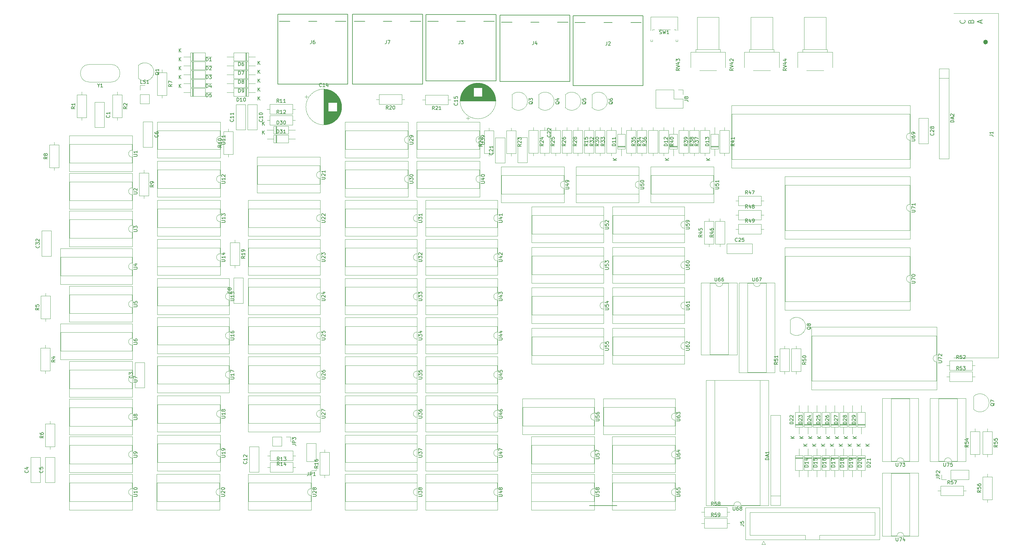
<source format=gbr>
%TF.GenerationSoftware,KiCad,Pcbnew,(6.0.10)*%
%TF.CreationDate,2023-03-26T00:58:32+03:00*%
%TF.ProjectId,delta48m,64656c74-6134-4386-9d2e-6b696361645f,1*%
%TF.SameCoordinates,Original*%
%TF.FileFunction,Legend,Top*%
%TF.FilePolarity,Positive*%
%FSLAX46Y46*%
G04 Gerber Fmt 4.6, Leading zero omitted, Abs format (unit mm)*
G04 Created by KiCad (PCBNEW (6.0.10)) date 2023-03-26 00:58:32*
%MOMM*%
%LPD*%
G01*
G04 APERTURE LIST*
%ADD10C,0.150000*%
%ADD11C,0.200000*%
%ADD12C,0.120000*%
%ADD13C,0.668276*%
G04 APERTURE END LIST*
D10*
X239649000Y-212217000D02*
X247523000Y-212217000D01*
%TO.C,U11*%
X134502380Y-108944095D02*
X135311904Y-108944095D01*
X135407142Y-108896476D01*
X135454761Y-108848857D01*
X135502380Y-108753619D01*
X135502380Y-108563142D01*
X135454761Y-108467904D01*
X135407142Y-108420285D01*
X135311904Y-108372666D01*
X134502380Y-108372666D01*
X135502380Y-107372666D02*
X135502380Y-107944095D01*
X135502380Y-107658380D02*
X134502380Y-107658380D01*
X134645238Y-107753619D01*
X134740476Y-107848857D01*
X134788095Y-107944095D01*
X135502380Y-106420285D02*
X135502380Y-106991714D01*
X135502380Y-106706000D02*
X134502380Y-106706000D01*
X134645238Y-106801238D01*
X134740476Y-106896476D01*
X134788095Y-106991714D01*
%TO.C,U49*%
X232800380Y-121771095D02*
X233609904Y-121771095D01*
X233705142Y-121723476D01*
X233752761Y-121675857D01*
X233800380Y-121580619D01*
X233800380Y-121390142D01*
X233752761Y-121294904D01*
X233705142Y-121247285D01*
X233609904Y-121199666D01*
X232800380Y-121199666D01*
X233133714Y-120294904D02*
X233800380Y-120294904D01*
X232752761Y-120533000D02*
X233467047Y-120771095D01*
X233467047Y-120152047D01*
X233800380Y-119723476D02*
X233800380Y-119533000D01*
X233752761Y-119437761D01*
X233705142Y-119390142D01*
X233562285Y-119294904D01*
X233371809Y-119247285D01*
X232990857Y-119247285D01*
X232895619Y-119294904D01*
X232848000Y-119342523D01*
X232800380Y-119437761D01*
X232800380Y-119628238D01*
X232848000Y-119723476D01*
X232895619Y-119771095D01*
X232990857Y-119818714D01*
X233228952Y-119818714D01*
X233324190Y-119771095D01*
X233371809Y-119723476D01*
X233419428Y-119628238D01*
X233419428Y-119437761D01*
X233371809Y-119342523D01*
X233324190Y-119294904D01*
X233228952Y-119247285D01*
%TO.C,R35*%
X252717380Y-108846857D02*
X252241190Y-109180190D01*
X252717380Y-109418285D02*
X251717380Y-109418285D01*
X251717380Y-109037333D01*
X251765000Y-108942095D01*
X251812619Y-108894476D01*
X251907857Y-108846857D01*
X252050714Y-108846857D01*
X252145952Y-108894476D01*
X252193571Y-108942095D01*
X252241190Y-109037333D01*
X252241190Y-109418285D01*
X251717380Y-108513523D02*
X251717380Y-107894476D01*
X252098333Y-108227809D01*
X252098333Y-108084952D01*
X252145952Y-107989714D01*
X252193571Y-107942095D01*
X252288809Y-107894476D01*
X252526904Y-107894476D01*
X252622142Y-107942095D01*
X252669761Y-107989714D01*
X252717380Y-108084952D01*
X252717380Y-108370666D01*
X252669761Y-108465904D01*
X252622142Y-108513523D01*
X251717380Y-106989714D02*
X251717380Y-107465904D01*
X252193571Y-107513523D01*
X252145952Y-107465904D01*
X252098333Y-107370666D01*
X252098333Y-107132571D01*
X252145952Y-107037333D01*
X252193571Y-106989714D01*
X252288809Y-106942095D01*
X252526904Y-106942095D01*
X252622142Y-106989714D01*
X252669761Y-107037333D01*
X252717380Y-107132571D01*
X252717380Y-107370666D01*
X252669761Y-107465904D01*
X252622142Y-107513523D01*
%TO.C,R53*%
X345178142Y-173469380D02*
X344844809Y-172993190D01*
X344606714Y-173469380D02*
X344606714Y-172469380D01*
X344987666Y-172469380D01*
X345082904Y-172517000D01*
X345130523Y-172564619D01*
X345178142Y-172659857D01*
X345178142Y-172802714D01*
X345130523Y-172897952D01*
X345082904Y-172945571D01*
X344987666Y-172993190D01*
X344606714Y-172993190D01*
X346082904Y-172469380D02*
X345606714Y-172469380D01*
X345559095Y-172945571D01*
X345606714Y-172897952D01*
X345701952Y-172850333D01*
X345940047Y-172850333D01*
X346035285Y-172897952D01*
X346082904Y-172945571D01*
X346130523Y-173040809D01*
X346130523Y-173278904D01*
X346082904Y-173374142D01*
X346035285Y-173421761D01*
X345940047Y-173469380D01*
X345701952Y-173469380D01*
X345606714Y-173421761D01*
X345559095Y-173374142D01*
X346463857Y-172469380D02*
X347082904Y-172469380D01*
X346749571Y-172850333D01*
X346892428Y-172850333D01*
X346987666Y-172897952D01*
X347035285Y-172945571D01*
X347082904Y-173040809D01*
X347082904Y-173278904D01*
X347035285Y-173374142D01*
X346987666Y-173421761D01*
X346892428Y-173469380D01*
X346606714Y-173469380D01*
X346511476Y-173421761D01*
X346463857Y-173374142D01*
%TO.C,U57*%
X241436380Y-198860095D02*
X242245904Y-198860095D01*
X242341142Y-198812476D01*
X242388761Y-198764857D01*
X242436380Y-198669619D01*
X242436380Y-198479142D01*
X242388761Y-198383904D01*
X242341142Y-198336285D01*
X242245904Y-198288666D01*
X241436380Y-198288666D01*
X241436380Y-197336285D02*
X241436380Y-197812476D01*
X241912571Y-197860095D01*
X241864952Y-197812476D01*
X241817333Y-197717238D01*
X241817333Y-197479142D01*
X241864952Y-197383904D01*
X241912571Y-197336285D01*
X242007809Y-197288666D01*
X242245904Y-197288666D01*
X242341142Y-197336285D01*
X242388761Y-197383904D01*
X242436380Y-197479142D01*
X242436380Y-197717238D01*
X242388761Y-197812476D01*
X242341142Y-197860095D01*
X241436380Y-196955333D02*
X241436380Y-196288666D01*
X242436380Y-196717238D01*
%TO.C,U27*%
X163082380Y-187256195D02*
X163891904Y-187256195D01*
X163987142Y-187208576D01*
X164034761Y-187160957D01*
X164082380Y-187065719D01*
X164082380Y-186875242D01*
X164034761Y-186780004D01*
X163987142Y-186732385D01*
X163891904Y-186684766D01*
X163082380Y-186684766D01*
X163177619Y-186256195D02*
X163130000Y-186208576D01*
X163082380Y-186113338D01*
X163082380Y-185875242D01*
X163130000Y-185780004D01*
X163177619Y-185732385D01*
X163272857Y-185684766D01*
X163368095Y-185684766D01*
X163510952Y-185732385D01*
X164082380Y-186303814D01*
X164082380Y-185684766D01*
X163082380Y-185351433D02*
X163082380Y-184684766D01*
X164082380Y-185113338D01*
%TO.C,U36*%
X190773380Y-187256195D02*
X191582904Y-187256195D01*
X191678142Y-187208576D01*
X191725761Y-187160957D01*
X191773380Y-187065719D01*
X191773380Y-186875242D01*
X191725761Y-186780004D01*
X191678142Y-186732385D01*
X191582904Y-186684766D01*
X190773380Y-186684766D01*
X190773380Y-186303814D02*
X190773380Y-185684766D01*
X191154333Y-186018100D01*
X191154333Y-185875242D01*
X191201952Y-185780004D01*
X191249571Y-185732385D01*
X191344809Y-185684766D01*
X191582904Y-185684766D01*
X191678142Y-185732385D01*
X191725761Y-185780004D01*
X191773380Y-185875242D01*
X191773380Y-186160957D01*
X191725761Y-186256195D01*
X191678142Y-186303814D01*
X190773380Y-184827623D02*
X190773380Y-185018100D01*
X190821000Y-185113338D01*
X190868619Y-185160957D01*
X191011476Y-185256195D01*
X191201952Y-185303814D01*
X191582904Y-185303814D01*
X191678142Y-185256195D01*
X191725761Y-185208576D01*
X191773380Y-185113338D01*
X191773380Y-184922861D01*
X191725761Y-184827623D01*
X191678142Y-184780004D01*
X191582904Y-184732385D01*
X191344809Y-184732385D01*
X191249571Y-184780004D01*
X191201952Y-184827623D01*
X191154333Y-184922861D01*
X191154333Y-185113338D01*
X191201952Y-185208576D01*
X191249571Y-185256195D01*
X191344809Y-185303814D01*
%TO.C,J3*%
X202594666Y-79290380D02*
X202594666Y-80004666D01*
X202547047Y-80147523D01*
X202451809Y-80242761D01*
X202308952Y-80290380D01*
X202213714Y-80290380D01*
X202975619Y-79290380D02*
X203594666Y-79290380D01*
X203261333Y-79671333D01*
X203404190Y-79671333D01*
X203499428Y-79718952D01*
X203547047Y-79766571D01*
X203594666Y-79861809D01*
X203594666Y-80099904D01*
X203547047Y-80195142D01*
X203499428Y-80242761D01*
X203404190Y-80290380D01*
X203118476Y-80290380D01*
X203023238Y-80242761D01*
X202975619Y-80195142D01*
%TO.C,J6*%
X160194666Y-79240380D02*
X160194666Y-79954666D01*
X160147047Y-80097523D01*
X160051809Y-80192761D01*
X159908952Y-80240380D01*
X159813714Y-80240380D01*
X161099428Y-79240380D02*
X160908952Y-79240380D01*
X160813714Y-79288000D01*
X160766095Y-79335619D01*
X160670857Y-79478476D01*
X160623238Y-79668952D01*
X160623238Y-80049904D01*
X160670857Y-80145142D01*
X160718476Y-80192761D01*
X160813714Y-80240380D01*
X161004190Y-80240380D01*
X161099428Y-80192761D01*
X161147047Y-80145142D01*
X161194666Y-80049904D01*
X161194666Y-79811809D01*
X161147047Y-79716571D01*
X161099428Y-79668952D01*
X161004190Y-79621333D01*
X160813714Y-79621333D01*
X160718476Y-79668952D01*
X160670857Y-79716571D01*
X160623238Y-79811809D01*
%TO.C,U3*%
X109366380Y-133904904D02*
X110175904Y-133904904D01*
X110271142Y-133857285D01*
X110318761Y-133809666D01*
X110366380Y-133714428D01*
X110366380Y-133523952D01*
X110318761Y-133428714D01*
X110271142Y-133381095D01*
X110175904Y-133333476D01*
X109366380Y-133333476D01*
X109366380Y-132952523D02*
X109366380Y-132333476D01*
X109747333Y-132666809D01*
X109747333Y-132523952D01*
X109794952Y-132428714D01*
X109842571Y-132381095D01*
X109937809Y-132333476D01*
X110175904Y-132333476D01*
X110271142Y-132381095D01*
X110318761Y-132428714D01*
X110366380Y-132523952D01*
X110366380Y-132809666D01*
X110318761Y-132904904D01*
X110271142Y-132952523D01*
%TO.C,LS1*%
X111879142Y-91589380D02*
X111402952Y-91589380D01*
X111402952Y-90589380D01*
X112164857Y-91541761D02*
X112307714Y-91589380D01*
X112545809Y-91589380D01*
X112641047Y-91541761D01*
X112688666Y-91494142D01*
X112736285Y-91398904D01*
X112736285Y-91303666D01*
X112688666Y-91208428D01*
X112641047Y-91160809D01*
X112545809Y-91113190D01*
X112355333Y-91065571D01*
X112260095Y-91017952D01*
X112212476Y-90970333D01*
X112164857Y-90875095D01*
X112164857Y-90779857D01*
X112212476Y-90684619D01*
X112260095Y-90637000D01*
X112355333Y-90589380D01*
X112593428Y-90589380D01*
X112736285Y-90637000D01*
X113688666Y-91589380D02*
X113117238Y-91589380D01*
X113402952Y-91589380D02*
X113402952Y-90589380D01*
X113307714Y-90732238D01*
X113212476Y-90827476D01*
X113117238Y-90875095D01*
%TO.C,U43*%
X213745380Y-153693895D02*
X214554904Y-153693895D01*
X214650142Y-153646276D01*
X214697761Y-153598657D01*
X214745380Y-153503419D01*
X214745380Y-153312942D01*
X214697761Y-153217704D01*
X214650142Y-153170085D01*
X214554904Y-153122466D01*
X213745380Y-153122466D01*
X214078714Y-152217704D02*
X214745380Y-152217704D01*
X213697761Y-152455800D02*
X214412047Y-152693895D01*
X214412047Y-152074847D01*
X213745380Y-151789133D02*
X213745380Y-151170085D01*
X214126333Y-151503419D01*
X214126333Y-151360561D01*
X214173952Y-151265323D01*
X214221571Y-151217704D01*
X214316809Y-151170085D01*
X214554904Y-151170085D01*
X214650142Y-151217704D01*
X214697761Y-151265323D01*
X214745380Y-151360561D01*
X214745380Y-151646276D01*
X214697761Y-151741514D01*
X214650142Y-151789133D01*
%TO.C,R5*%
X82283380Y-155741666D02*
X81807190Y-156075000D01*
X82283380Y-156313095D02*
X81283380Y-156313095D01*
X81283380Y-155932142D01*
X81331000Y-155836904D01*
X81378619Y-155789285D01*
X81473857Y-155741666D01*
X81616714Y-155741666D01*
X81711952Y-155789285D01*
X81759571Y-155836904D01*
X81807190Y-155932142D01*
X81807190Y-156313095D01*
X81283380Y-154836904D02*
X81283380Y-155313095D01*
X81759571Y-155360714D01*
X81711952Y-155313095D01*
X81664333Y-155217857D01*
X81664333Y-154979761D01*
X81711952Y-154884523D01*
X81759571Y-154836904D01*
X81854809Y-154789285D01*
X82092904Y-154789285D01*
X82188142Y-154836904D01*
X82235761Y-154884523D01*
X82283380Y-154979761D01*
X82283380Y-155217857D01*
X82235761Y-155313095D01*
X82188142Y-155360714D01*
%TO.C,U48*%
X213745380Y-209645095D02*
X214554904Y-209645095D01*
X214650142Y-209597476D01*
X214697761Y-209549857D01*
X214745380Y-209454619D01*
X214745380Y-209264142D01*
X214697761Y-209168904D01*
X214650142Y-209121285D01*
X214554904Y-209073666D01*
X213745380Y-209073666D01*
X214078714Y-208168904D02*
X214745380Y-208168904D01*
X213697761Y-208407000D02*
X214412047Y-208645095D01*
X214412047Y-208026047D01*
X214173952Y-207502238D02*
X214126333Y-207597476D01*
X214078714Y-207645095D01*
X213983476Y-207692714D01*
X213935857Y-207692714D01*
X213840619Y-207645095D01*
X213793000Y-207597476D01*
X213745380Y-207502238D01*
X213745380Y-207311761D01*
X213793000Y-207216523D01*
X213840619Y-207168904D01*
X213935857Y-207121285D01*
X213983476Y-207121285D01*
X214078714Y-207168904D01*
X214126333Y-207216523D01*
X214173952Y-207311761D01*
X214173952Y-207502238D01*
X214221571Y-207597476D01*
X214269190Y-207645095D01*
X214364428Y-207692714D01*
X214554904Y-207692714D01*
X214650142Y-207645095D01*
X214697761Y-207597476D01*
X214745380Y-207502238D01*
X214745380Y-207311761D01*
X214697761Y-207216523D01*
X214650142Y-207168904D01*
X214554904Y-207121285D01*
X214364428Y-207121285D01*
X214269190Y-207168904D01*
X214221571Y-207216523D01*
X214173952Y-207311761D01*
%TO.C,U64*%
X264550380Y-198860095D02*
X265359904Y-198860095D01*
X265455142Y-198812476D01*
X265502761Y-198764857D01*
X265550380Y-198669619D01*
X265550380Y-198479142D01*
X265502761Y-198383904D01*
X265455142Y-198336285D01*
X265359904Y-198288666D01*
X264550380Y-198288666D01*
X264550380Y-197383904D02*
X264550380Y-197574380D01*
X264598000Y-197669619D01*
X264645619Y-197717238D01*
X264788476Y-197812476D01*
X264978952Y-197860095D01*
X265359904Y-197860095D01*
X265455142Y-197812476D01*
X265502761Y-197764857D01*
X265550380Y-197669619D01*
X265550380Y-197479142D01*
X265502761Y-197383904D01*
X265455142Y-197336285D01*
X265359904Y-197288666D01*
X265121809Y-197288666D01*
X265026571Y-197336285D01*
X264978952Y-197383904D01*
X264931333Y-197479142D01*
X264931333Y-197669619D01*
X264978952Y-197764857D01*
X265026571Y-197812476D01*
X265121809Y-197860095D01*
X264883714Y-196431523D02*
X265550380Y-196431523D01*
X264502761Y-196669619D02*
X265217047Y-196907714D01*
X265217047Y-196288666D01*
%TO.C,R54*%
X347967380Y-194952857D02*
X347491190Y-195286190D01*
X347967380Y-195524285D02*
X346967380Y-195524285D01*
X346967380Y-195143333D01*
X347015000Y-195048095D01*
X347062619Y-195000476D01*
X347157857Y-194952857D01*
X347300714Y-194952857D01*
X347395952Y-195000476D01*
X347443571Y-195048095D01*
X347491190Y-195143333D01*
X347491190Y-195524285D01*
X346967380Y-194048095D02*
X346967380Y-194524285D01*
X347443571Y-194571904D01*
X347395952Y-194524285D01*
X347348333Y-194429047D01*
X347348333Y-194190952D01*
X347395952Y-194095714D01*
X347443571Y-194048095D01*
X347538809Y-194000476D01*
X347776904Y-194000476D01*
X347872142Y-194048095D01*
X347919761Y-194095714D01*
X347967380Y-194190952D01*
X347967380Y-194429047D01*
X347919761Y-194524285D01*
X347872142Y-194571904D01*
X347300714Y-193143333D02*
X347967380Y-193143333D01*
X346919761Y-193381428D02*
X347634047Y-193619523D01*
X347634047Y-193000476D01*
%TO.C,JP1*%
X159313666Y-202681380D02*
X159313666Y-203395666D01*
X159266047Y-203538523D01*
X159170809Y-203633761D01*
X159027952Y-203681380D01*
X158932714Y-203681380D01*
X159789857Y-203681380D02*
X159789857Y-202681380D01*
X160170809Y-202681380D01*
X160266047Y-202729000D01*
X160313666Y-202776619D01*
X160361285Y-202871857D01*
X160361285Y-203014714D01*
X160313666Y-203109952D01*
X160266047Y-203157571D01*
X160170809Y-203205190D01*
X159789857Y-203205190D01*
X161313666Y-203681380D02*
X160742238Y-203681380D01*
X161027952Y-203681380D02*
X161027952Y-202681380D01*
X160932714Y-202824238D01*
X160837476Y-202919476D01*
X160742238Y-202967095D01*
%TO.C,Q3*%
X223457619Y-96742238D02*
X223410000Y-96837476D01*
X223314761Y-96932714D01*
X223171904Y-97075571D01*
X223124285Y-97170809D01*
X223124285Y-97266047D01*
X223362380Y-97218428D02*
X223314761Y-97313666D01*
X223219523Y-97408904D01*
X223029047Y-97456523D01*
X222695714Y-97456523D01*
X222505238Y-97408904D01*
X222410000Y-97313666D01*
X222362380Y-97218428D01*
X222362380Y-97027952D01*
X222410000Y-96932714D01*
X222505238Y-96837476D01*
X222695714Y-96789857D01*
X223029047Y-96789857D01*
X223219523Y-96837476D01*
X223314761Y-96932714D01*
X223362380Y-97027952D01*
X223362380Y-97218428D01*
X222362380Y-96456523D02*
X222362380Y-95837476D01*
X222743333Y-96170809D01*
X222743333Y-96027952D01*
X222790952Y-95932714D01*
X222838571Y-95885095D01*
X222933809Y-95837476D01*
X223171904Y-95837476D01*
X223267142Y-95885095D01*
X223314761Y-95932714D01*
X223362380Y-96027952D01*
X223362380Y-96313666D01*
X223314761Y-96408904D01*
X223267142Y-96456523D01*
%TO.C,R56*%
X351523380Y-207906857D02*
X351047190Y-208240190D01*
X351523380Y-208478285D02*
X350523380Y-208478285D01*
X350523380Y-208097333D01*
X350571000Y-208002095D01*
X350618619Y-207954476D01*
X350713857Y-207906857D01*
X350856714Y-207906857D01*
X350951952Y-207954476D01*
X350999571Y-208002095D01*
X351047190Y-208097333D01*
X351047190Y-208478285D01*
X350523380Y-207002095D02*
X350523380Y-207478285D01*
X350999571Y-207525904D01*
X350951952Y-207478285D01*
X350904333Y-207383047D01*
X350904333Y-207144952D01*
X350951952Y-207049714D01*
X350999571Y-207002095D01*
X351094809Y-206954476D01*
X351332904Y-206954476D01*
X351428142Y-207002095D01*
X351475761Y-207049714D01*
X351523380Y-207144952D01*
X351523380Y-207383047D01*
X351475761Y-207478285D01*
X351428142Y-207525904D01*
X350523380Y-206097333D02*
X350523380Y-206287809D01*
X350571000Y-206383047D01*
X350618619Y-206430666D01*
X350761476Y-206525904D01*
X350951952Y-206573523D01*
X351332904Y-206573523D01*
X351428142Y-206525904D01*
X351475761Y-206478285D01*
X351523380Y-206383047D01*
X351523380Y-206192571D01*
X351475761Y-206097333D01*
X351428142Y-206049714D01*
X351332904Y-206002095D01*
X351094809Y-206002095D01*
X350999571Y-206049714D01*
X350951952Y-206097333D01*
X350904333Y-206192571D01*
X350904333Y-206383047D01*
X350951952Y-206478285D01*
X350999571Y-206525904D01*
X351094809Y-206573523D01*
%TO.C,U23*%
X163082380Y-142506395D02*
X163891904Y-142506395D01*
X163987142Y-142458776D01*
X164034761Y-142411157D01*
X164082380Y-142315919D01*
X164082380Y-142125442D01*
X164034761Y-142030204D01*
X163987142Y-141982585D01*
X163891904Y-141934966D01*
X163082380Y-141934966D01*
X163177619Y-141506395D02*
X163130000Y-141458776D01*
X163082380Y-141363538D01*
X163082380Y-141125442D01*
X163130000Y-141030204D01*
X163177619Y-140982585D01*
X163272857Y-140934966D01*
X163368095Y-140934966D01*
X163510952Y-140982585D01*
X164082380Y-141554014D01*
X164082380Y-140934966D01*
X163082380Y-140601633D02*
X163082380Y-139982585D01*
X163463333Y-140315919D01*
X163463333Y-140173061D01*
X163510952Y-140077823D01*
X163558571Y-140030204D01*
X163653809Y-139982585D01*
X163891904Y-139982585D01*
X163987142Y-140030204D01*
X164034761Y-140077823D01*
X164082380Y-140173061D01*
X164082380Y-140458776D01*
X164034761Y-140554014D01*
X163987142Y-140601633D01*
%TO.C,U33*%
X190773380Y-153693895D02*
X191582904Y-153693895D01*
X191678142Y-153646276D01*
X191725761Y-153598657D01*
X191773380Y-153503419D01*
X191773380Y-153312942D01*
X191725761Y-153217704D01*
X191678142Y-153170085D01*
X191582904Y-153122466D01*
X190773380Y-153122466D01*
X190773380Y-152741514D02*
X190773380Y-152122466D01*
X191154333Y-152455800D01*
X191154333Y-152312942D01*
X191201952Y-152217704D01*
X191249571Y-152170085D01*
X191344809Y-152122466D01*
X191582904Y-152122466D01*
X191678142Y-152170085D01*
X191725761Y-152217704D01*
X191773380Y-152312942D01*
X191773380Y-152598657D01*
X191725761Y-152693895D01*
X191678142Y-152741514D01*
X190773380Y-151789133D02*
X190773380Y-151170085D01*
X191154333Y-151503419D01*
X191154333Y-151360561D01*
X191201952Y-151265323D01*
X191249571Y-151217704D01*
X191344809Y-151170085D01*
X191582904Y-151170085D01*
X191678142Y-151217704D01*
X191725761Y-151265323D01*
X191773380Y-151360561D01*
X191773380Y-151646276D01*
X191725761Y-151741514D01*
X191678142Y-151789133D01*
%TO.C,C10*%
X146113142Y-101861857D02*
X146160761Y-101909476D01*
X146208380Y-102052333D01*
X146208380Y-102147571D01*
X146160761Y-102290428D01*
X146065523Y-102385666D01*
X145970285Y-102433285D01*
X145779809Y-102480904D01*
X145636952Y-102480904D01*
X145446476Y-102433285D01*
X145351238Y-102385666D01*
X145256000Y-102290428D01*
X145208380Y-102147571D01*
X145208380Y-102052333D01*
X145256000Y-101909476D01*
X145303619Y-101861857D01*
X146208380Y-100909476D02*
X146208380Y-101480904D01*
X146208380Y-101195190D02*
X145208380Y-101195190D01*
X145351238Y-101290428D01*
X145446476Y-101385666D01*
X145494095Y-101480904D01*
X145208380Y-100290428D02*
X145208380Y-100195190D01*
X145256000Y-100099952D01*
X145303619Y-100052333D01*
X145398857Y-100004714D01*
X145589333Y-99957095D01*
X145827428Y-99957095D01*
X146017904Y-100004714D01*
X146113142Y-100052333D01*
X146160761Y-100099952D01*
X146208380Y-100195190D01*
X146208380Y-100290428D01*
X146160761Y-100385666D01*
X146113142Y-100433285D01*
X146017904Y-100480904D01*
X145827428Y-100528523D01*
X145589333Y-100528523D01*
X145398857Y-100480904D01*
X145303619Y-100433285D01*
X145256000Y-100385666D01*
X145208380Y-100290428D01*
%TO.C,U38*%
X190773380Y-209631095D02*
X191582904Y-209631095D01*
X191678142Y-209583476D01*
X191725761Y-209535857D01*
X191773380Y-209440619D01*
X191773380Y-209250142D01*
X191725761Y-209154904D01*
X191678142Y-209107285D01*
X191582904Y-209059666D01*
X190773380Y-209059666D01*
X190773380Y-208678714D02*
X190773380Y-208059666D01*
X191154333Y-208393000D01*
X191154333Y-208250142D01*
X191201952Y-208154904D01*
X191249571Y-208107285D01*
X191344809Y-208059666D01*
X191582904Y-208059666D01*
X191678142Y-208107285D01*
X191725761Y-208154904D01*
X191773380Y-208250142D01*
X191773380Y-208535857D01*
X191725761Y-208631095D01*
X191678142Y-208678714D01*
X191201952Y-207488238D02*
X191154333Y-207583476D01*
X191106714Y-207631095D01*
X191011476Y-207678714D01*
X190963857Y-207678714D01*
X190868619Y-207631095D01*
X190821000Y-207583476D01*
X190773380Y-207488238D01*
X190773380Y-207297761D01*
X190821000Y-207202523D01*
X190868619Y-207154904D01*
X190963857Y-207107285D01*
X191011476Y-207107285D01*
X191106714Y-207154904D01*
X191154333Y-207202523D01*
X191201952Y-207297761D01*
X191201952Y-207488238D01*
X191249571Y-207583476D01*
X191297190Y-207631095D01*
X191392428Y-207678714D01*
X191582904Y-207678714D01*
X191678142Y-207631095D01*
X191725761Y-207583476D01*
X191773380Y-207488238D01*
X191773380Y-207297761D01*
X191725761Y-207202523D01*
X191678142Y-207154904D01*
X191582904Y-207107285D01*
X191392428Y-207107285D01*
X191297190Y-207154904D01*
X191249571Y-207202523D01*
X191201952Y-207297761D01*
%TO.C,R46*%
X275069380Y-134867357D02*
X274593190Y-135200690D01*
X275069380Y-135438785D02*
X274069380Y-135438785D01*
X274069380Y-135057833D01*
X274117000Y-134962595D01*
X274164619Y-134914976D01*
X274259857Y-134867357D01*
X274402714Y-134867357D01*
X274497952Y-134914976D01*
X274545571Y-134962595D01*
X274593190Y-135057833D01*
X274593190Y-135438785D01*
X274402714Y-134010214D02*
X275069380Y-134010214D01*
X274021761Y-134248309D02*
X274736047Y-134486404D01*
X274736047Y-133867357D01*
X274069380Y-133057833D02*
X274069380Y-133248309D01*
X274117000Y-133343547D01*
X274164619Y-133391166D01*
X274307476Y-133486404D01*
X274497952Y-133534023D01*
X274878904Y-133534023D01*
X274974142Y-133486404D01*
X275021761Y-133438785D01*
X275069380Y-133343547D01*
X275069380Y-133153071D01*
X275021761Y-133057833D01*
X274974142Y-133010214D01*
X274878904Y-132962595D01*
X274640809Y-132962595D01*
X274545571Y-133010214D01*
X274497952Y-133057833D01*
X274450333Y-133153071D01*
X274450333Y-133343547D01*
X274497952Y-133438785D01*
X274545571Y-133486404D01*
X274640809Y-133534023D01*
%TO.C,U59*%
X267222380Y-133201095D02*
X268031904Y-133201095D01*
X268127142Y-133153476D01*
X268174761Y-133105857D01*
X268222380Y-133010619D01*
X268222380Y-132820142D01*
X268174761Y-132724904D01*
X268127142Y-132677285D01*
X268031904Y-132629666D01*
X267222380Y-132629666D01*
X267222380Y-131677285D02*
X267222380Y-132153476D01*
X267698571Y-132201095D01*
X267650952Y-132153476D01*
X267603333Y-132058238D01*
X267603333Y-131820142D01*
X267650952Y-131724904D01*
X267698571Y-131677285D01*
X267793809Y-131629666D01*
X268031904Y-131629666D01*
X268127142Y-131677285D01*
X268174761Y-131724904D01*
X268222380Y-131820142D01*
X268222380Y-132058238D01*
X268174761Y-132153476D01*
X268127142Y-132201095D01*
X268222380Y-131153476D02*
X268222380Y-130963000D01*
X268174761Y-130867761D01*
X268127142Y-130820142D01*
X267984285Y-130724904D01*
X267793809Y-130677285D01*
X267412857Y-130677285D01*
X267317619Y-130724904D01*
X267270000Y-130772523D01*
X267222380Y-130867761D01*
X267222380Y-131058238D01*
X267270000Y-131153476D01*
X267317619Y-131201095D01*
X267412857Y-131248714D01*
X267650952Y-131248714D01*
X267746190Y-131201095D01*
X267793809Y-131153476D01*
X267841428Y-131058238D01*
X267841428Y-130867761D01*
X267793809Y-130772523D01*
X267746190Y-130724904D01*
X267650952Y-130677285D01*
%TO.C,RV42*%
X280802380Y-87317428D02*
X280326190Y-87650761D01*
X280802380Y-87888857D02*
X279802380Y-87888857D01*
X279802380Y-87507904D01*
X279850000Y-87412666D01*
X279897619Y-87365047D01*
X279992857Y-87317428D01*
X280135714Y-87317428D01*
X280230952Y-87365047D01*
X280278571Y-87412666D01*
X280326190Y-87507904D01*
X280326190Y-87888857D01*
X279802380Y-87031714D02*
X280802380Y-86698380D01*
X279802380Y-86365047D01*
X280135714Y-85603142D02*
X280802380Y-85603142D01*
X279754761Y-85841238D02*
X280469047Y-86079333D01*
X280469047Y-85460285D01*
X279897619Y-85126952D02*
X279850000Y-85079333D01*
X279802380Y-84984095D01*
X279802380Y-84746000D01*
X279850000Y-84650761D01*
X279897619Y-84603142D01*
X279992857Y-84555523D01*
X280088095Y-84555523D01*
X280230952Y-84603142D01*
X280802380Y-85174571D01*
X280802380Y-84555523D01*
%TO.C,R51*%
X293505380Y-171283357D02*
X293029190Y-171616690D01*
X293505380Y-171854785D02*
X292505380Y-171854785D01*
X292505380Y-171473833D01*
X292553000Y-171378595D01*
X292600619Y-171330976D01*
X292695857Y-171283357D01*
X292838714Y-171283357D01*
X292933952Y-171330976D01*
X292981571Y-171378595D01*
X293029190Y-171473833D01*
X293029190Y-171854785D01*
X292505380Y-170378595D02*
X292505380Y-170854785D01*
X292981571Y-170902404D01*
X292933952Y-170854785D01*
X292886333Y-170759547D01*
X292886333Y-170521452D01*
X292933952Y-170426214D01*
X292981571Y-170378595D01*
X293076809Y-170330976D01*
X293314904Y-170330976D01*
X293410142Y-170378595D01*
X293457761Y-170426214D01*
X293505380Y-170521452D01*
X293505380Y-170759547D01*
X293457761Y-170854785D01*
X293410142Y-170902404D01*
X293505380Y-169378595D02*
X293505380Y-169950023D01*
X293505380Y-169664309D02*
X292505380Y-169664309D01*
X292648238Y-169759547D01*
X292743476Y-169854785D01*
X292791095Y-169950023D01*
%TO.C,U7*%
X109366380Y-176904904D02*
X110175904Y-176904904D01*
X110271142Y-176857285D01*
X110318761Y-176809666D01*
X110366380Y-176714428D01*
X110366380Y-176523952D01*
X110318761Y-176428714D01*
X110271142Y-176381095D01*
X110175904Y-176333476D01*
X109366380Y-176333476D01*
X109366380Y-175952523D02*
X109366380Y-175285857D01*
X110366380Y-175714428D01*
%TO.C,U30*%
X188223380Y-120131495D02*
X189032904Y-120131495D01*
X189128142Y-120083876D01*
X189175761Y-120036257D01*
X189223380Y-119941019D01*
X189223380Y-119750542D01*
X189175761Y-119655304D01*
X189128142Y-119607685D01*
X189032904Y-119560066D01*
X188223380Y-119560066D01*
X188223380Y-119179114D02*
X188223380Y-118560066D01*
X188604333Y-118893400D01*
X188604333Y-118750542D01*
X188651952Y-118655304D01*
X188699571Y-118607685D01*
X188794809Y-118560066D01*
X189032904Y-118560066D01*
X189128142Y-118607685D01*
X189175761Y-118655304D01*
X189223380Y-118750542D01*
X189223380Y-119036257D01*
X189175761Y-119131495D01*
X189128142Y-119179114D01*
X188223380Y-117941019D02*
X188223380Y-117845780D01*
X188271000Y-117750542D01*
X188318619Y-117702923D01*
X188413857Y-117655304D01*
X188604333Y-117607685D01*
X188842428Y-117607685D01*
X189032904Y-117655304D01*
X189128142Y-117702923D01*
X189175761Y-117750542D01*
X189223380Y-117845780D01*
X189223380Y-117941019D01*
X189175761Y-118036257D01*
X189128142Y-118083876D01*
X189032904Y-118131495D01*
X188842428Y-118179114D01*
X188604333Y-118179114D01*
X188413857Y-118131495D01*
X188318619Y-118083876D01*
X188271000Y-118036257D01*
X188223380Y-117941019D01*
%TO.C,D26*%
X308085380Y-188920285D02*
X307085380Y-188920285D01*
X307085380Y-188682190D01*
X307133000Y-188539333D01*
X307228238Y-188444095D01*
X307323476Y-188396476D01*
X307513952Y-188348857D01*
X307656809Y-188348857D01*
X307847285Y-188396476D01*
X307942523Y-188444095D01*
X308037761Y-188539333D01*
X308085380Y-188682190D01*
X308085380Y-188920285D01*
X307180619Y-187967904D02*
X307133000Y-187920285D01*
X307085380Y-187825047D01*
X307085380Y-187586952D01*
X307133000Y-187491714D01*
X307180619Y-187444095D01*
X307275857Y-187396476D01*
X307371095Y-187396476D01*
X307513952Y-187444095D01*
X308085380Y-188015523D01*
X308085380Y-187396476D01*
X307085380Y-186539333D02*
X307085380Y-186729809D01*
X307133000Y-186825047D01*
X307180619Y-186872666D01*
X307323476Y-186967904D01*
X307513952Y-187015523D01*
X307894904Y-187015523D01*
X307990142Y-186967904D01*
X308037761Y-186920285D01*
X308085380Y-186825047D01*
X308085380Y-186634571D01*
X308037761Y-186539333D01*
X307990142Y-186491714D01*
X307894904Y-186444095D01*
X307656809Y-186444095D01*
X307561571Y-186491714D01*
X307513952Y-186539333D01*
X307466333Y-186634571D01*
X307466333Y-186825047D01*
X307513952Y-186920285D01*
X307561571Y-186967904D01*
X307656809Y-187015523D01*
X308405380Y-193047904D02*
X307405380Y-193047904D01*
X308405380Y-192476476D02*
X307833952Y-192905047D01*
X307405380Y-192476476D02*
X307976809Y-193047904D01*
%TO.C,D1*%
X130071904Y-85161380D02*
X130071904Y-84161380D01*
X130310000Y-84161380D01*
X130452857Y-84209000D01*
X130548095Y-84304238D01*
X130595714Y-84399476D01*
X130643333Y-84589952D01*
X130643333Y-84732809D01*
X130595714Y-84923285D01*
X130548095Y-85018523D01*
X130452857Y-85113761D01*
X130310000Y-85161380D01*
X130071904Y-85161380D01*
X131595714Y-85161380D02*
X131024285Y-85161380D01*
X131310000Y-85161380D02*
X131310000Y-84161380D01*
X131214761Y-84304238D01*
X131119523Y-84399476D01*
X131024285Y-84447095D01*
X122327095Y-82599380D02*
X122327095Y-81599380D01*
X122898523Y-82599380D02*
X122469952Y-82027952D01*
X122898523Y-81599380D02*
X122327095Y-82170809D01*
%TO.C,U47*%
X213745380Y-198443695D02*
X214554904Y-198443695D01*
X214650142Y-198396076D01*
X214697761Y-198348457D01*
X214745380Y-198253219D01*
X214745380Y-198062742D01*
X214697761Y-197967504D01*
X214650142Y-197919885D01*
X214554904Y-197872266D01*
X213745380Y-197872266D01*
X214078714Y-196967504D02*
X214745380Y-196967504D01*
X213697761Y-197205600D02*
X214412047Y-197443695D01*
X214412047Y-196824647D01*
X213745380Y-196538933D02*
X213745380Y-195872266D01*
X214745380Y-196300838D01*
%TO.C,R8*%
X84696380Y-112561666D02*
X84220190Y-112895000D01*
X84696380Y-113133095D02*
X83696380Y-113133095D01*
X83696380Y-112752142D01*
X83744000Y-112656904D01*
X83791619Y-112609285D01*
X83886857Y-112561666D01*
X84029714Y-112561666D01*
X84124952Y-112609285D01*
X84172571Y-112656904D01*
X84220190Y-112752142D01*
X84220190Y-113133095D01*
X84124952Y-111990238D02*
X84077333Y-112085476D01*
X84029714Y-112133095D01*
X83934476Y-112180714D01*
X83886857Y-112180714D01*
X83791619Y-112133095D01*
X83744000Y-112085476D01*
X83696380Y-111990238D01*
X83696380Y-111799761D01*
X83744000Y-111704523D01*
X83791619Y-111656904D01*
X83886857Y-111609285D01*
X83934476Y-111609285D01*
X84029714Y-111656904D01*
X84077333Y-111704523D01*
X84124952Y-111799761D01*
X84124952Y-111990238D01*
X84172571Y-112085476D01*
X84220190Y-112133095D01*
X84315428Y-112180714D01*
X84505904Y-112180714D01*
X84601142Y-112133095D01*
X84648761Y-112085476D01*
X84696380Y-111990238D01*
X84696380Y-111799761D01*
X84648761Y-111704523D01*
X84601142Y-111656904D01*
X84505904Y-111609285D01*
X84315428Y-111609285D01*
X84220190Y-111656904D01*
X84172571Y-111704523D01*
X84124952Y-111799761D01*
%TO.C,R41*%
X281079380Y-108846857D02*
X280603190Y-109180190D01*
X281079380Y-109418285D02*
X280079380Y-109418285D01*
X280079380Y-109037333D01*
X280127000Y-108942095D01*
X280174619Y-108894476D01*
X280269857Y-108846857D01*
X280412714Y-108846857D01*
X280507952Y-108894476D01*
X280555571Y-108942095D01*
X280603190Y-109037333D01*
X280603190Y-109418285D01*
X280412714Y-107989714D02*
X281079380Y-107989714D01*
X280031761Y-108227809D02*
X280746047Y-108465904D01*
X280746047Y-107846857D01*
X281079380Y-106942095D02*
X281079380Y-107513523D01*
X281079380Y-107227809D02*
X280079380Y-107227809D01*
X280222238Y-107323047D01*
X280317476Y-107418285D01*
X280365095Y-107513523D01*
%TO.C,U52*%
X244108380Y-133201095D02*
X244917904Y-133201095D01*
X245013142Y-133153476D01*
X245060761Y-133105857D01*
X245108380Y-133010619D01*
X245108380Y-132820142D01*
X245060761Y-132724904D01*
X245013142Y-132677285D01*
X244917904Y-132629666D01*
X244108380Y-132629666D01*
X244108380Y-131677285D02*
X244108380Y-132153476D01*
X244584571Y-132201095D01*
X244536952Y-132153476D01*
X244489333Y-132058238D01*
X244489333Y-131820142D01*
X244536952Y-131724904D01*
X244584571Y-131677285D01*
X244679809Y-131629666D01*
X244917904Y-131629666D01*
X245013142Y-131677285D01*
X245060761Y-131724904D01*
X245108380Y-131820142D01*
X245108380Y-132058238D01*
X245060761Y-132153476D01*
X245013142Y-132201095D01*
X244203619Y-131248714D02*
X244156000Y-131201095D01*
X244108380Y-131105857D01*
X244108380Y-130867761D01*
X244156000Y-130772523D01*
X244203619Y-130724904D01*
X244298857Y-130677285D01*
X244394095Y-130677285D01*
X244536952Y-130724904D01*
X245108380Y-131296333D01*
X245108380Y-130677285D01*
%TO.C,R15*%
X239169380Y-108846857D02*
X238693190Y-109180190D01*
X239169380Y-109418285D02*
X238169380Y-109418285D01*
X238169380Y-109037333D01*
X238217000Y-108942095D01*
X238264619Y-108894476D01*
X238359857Y-108846857D01*
X238502714Y-108846857D01*
X238597952Y-108894476D01*
X238645571Y-108942095D01*
X238693190Y-109037333D01*
X238693190Y-109418285D01*
X239169380Y-107894476D02*
X239169380Y-108465904D01*
X239169380Y-108180190D02*
X238169380Y-108180190D01*
X238312238Y-108275428D01*
X238407476Y-108370666D01*
X238455095Y-108465904D01*
X238169380Y-106989714D02*
X238169380Y-107465904D01*
X238645571Y-107513523D01*
X238597952Y-107465904D01*
X238550333Y-107370666D01*
X238550333Y-107132571D01*
X238597952Y-107037333D01*
X238645571Y-106989714D01*
X238740809Y-106942095D01*
X238978904Y-106942095D01*
X239074142Y-106989714D01*
X239121761Y-107037333D01*
X239169380Y-107132571D01*
X239169380Y-107370666D01*
X239121761Y-107465904D01*
X239074142Y-107513523D01*
%TO.C,JP3*%
X154690380Y-194762333D02*
X155404666Y-194762333D01*
X155547523Y-194809952D01*
X155642761Y-194905190D01*
X155690380Y-195048047D01*
X155690380Y-195143285D01*
X155690380Y-194286142D02*
X154690380Y-194286142D01*
X154690380Y-193905190D01*
X154738000Y-193809952D01*
X154785619Y-193762333D01*
X154880857Y-193714714D01*
X155023714Y-193714714D01*
X155118952Y-193762333D01*
X155166571Y-193809952D01*
X155214190Y-193905190D01*
X155214190Y-194286142D01*
X154690380Y-193381380D02*
X154690380Y-192762333D01*
X155071333Y-193095666D01*
X155071333Y-192952809D01*
X155118952Y-192857571D01*
X155166571Y-192809952D01*
X155261809Y-192762333D01*
X155499904Y-192762333D01*
X155595142Y-192809952D01*
X155642761Y-192857571D01*
X155690380Y-192952809D01*
X155690380Y-193238523D01*
X155642761Y-193333761D01*
X155595142Y-193381380D01*
%TO.C,D23*%
X300465380Y-188920285D02*
X299465380Y-188920285D01*
X299465380Y-188682190D01*
X299513000Y-188539333D01*
X299608238Y-188444095D01*
X299703476Y-188396476D01*
X299893952Y-188348857D01*
X300036809Y-188348857D01*
X300227285Y-188396476D01*
X300322523Y-188444095D01*
X300417761Y-188539333D01*
X300465380Y-188682190D01*
X300465380Y-188920285D01*
X299560619Y-187967904D02*
X299513000Y-187920285D01*
X299465380Y-187825047D01*
X299465380Y-187586952D01*
X299513000Y-187491714D01*
X299560619Y-187444095D01*
X299655857Y-187396476D01*
X299751095Y-187396476D01*
X299893952Y-187444095D01*
X300465380Y-188015523D01*
X300465380Y-187396476D01*
X299465380Y-187063142D02*
X299465380Y-186444095D01*
X299846333Y-186777428D01*
X299846333Y-186634571D01*
X299893952Y-186539333D01*
X299941571Y-186491714D01*
X300036809Y-186444095D01*
X300274904Y-186444095D01*
X300370142Y-186491714D01*
X300417761Y-186539333D01*
X300465380Y-186634571D01*
X300465380Y-186920285D01*
X300417761Y-187015523D01*
X300370142Y-187063142D01*
X300785380Y-193047904D02*
X299785380Y-193047904D01*
X300785380Y-192476476D02*
X300213952Y-192905047D01*
X299785380Y-192476476D02*
X300356809Y-193047904D01*
%TO.C,U39*%
X208670380Y-108944095D02*
X209479904Y-108944095D01*
X209575142Y-108896476D01*
X209622761Y-108848857D01*
X209670380Y-108753619D01*
X209670380Y-108563142D01*
X209622761Y-108467904D01*
X209575142Y-108420285D01*
X209479904Y-108372666D01*
X208670380Y-108372666D01*
X208670380Y-107991714D02*
X208670380Y-107372666D01*
X209051333Y-107706000D01*
X209051333Y-107563142D01*
X209098952Y-107467904D01*
X209146571Y-107420285D01*
X209241809Y-107372666D01*
X209479904Y-107372666D01*
X209575142Y-107420285D01*
X209622761Y-107467904D01*
X209670380Y-107563142D01*
X209670380Y-107848857D01*
X209622761Y-107944095D01*
X209575142Y-107991714D01*
X209670380Y-106896476D02*
X209670380Y-106706000D01*
X209622761Y-106610761D01*
X209575142Y-106563142D01*
X209432285Y-106467904D01*
X209241809Y-106420285D01*
X208860857Y-106420285D01*
X208765619Y-106467904D01*
X208718000Y-106515523D01*
X208670380Y-106610761D01*
X208670380Y-106801238D01*
X208718000Y-106896476D01*
X208765619Y-106944095D01*
X208860857Y-106991714D01*
X209098952Y-106991714D01*
X209194190Y-106944095D01*
X209241809Y-106896476D01*
X209289428Y-106801238D01*
X209289428Y-106610761D01*
X209241809Y-106515523D01*
X209194190Y-106467904D01*
X209098952Y-106420285D01*
%TO.C,C22*%
X228489142Y-106268057D02*
X228536761Y-106315676D01*
X228584380Y-106458533D01*
X228584380Y-106553771D01*
X228536761Y-106696628D01*
X228441523Y-106791866D01*
X228346285Y-106839485D01*
X228155809Y-106887104D01*
X228012952Y-106887104D01*
X227822476Y-106839485D01*
X227727238Y-106791866D01*
X227632000Y-106696628D01*
X227584380Y-106553771D01*
X227584380Y-106458533D01*
X227632000Y-106315676D01*
X227679619Y-106268057D01*
X227679619Y-105887104D02*
X227632000Y-105839485D01*
X227584380Y-105744247D01*
X227584380Y-105506152D01*
X227632000Y-105410914D01*
X227679619Y-105363295D01*
X227774857Y-105315676D01*
X227870095Y-105315676D01*
X228012952Y-105363295D01*
X228584380Y-105934723D01*
X228584380Y-105315676D01*
X227679619Y-104934723D02*
X227632000Y-104887104D01*
X227584380Y-104791866D01*
X227584380Y-104553771D01*
X227632000Y-104458533D01*
X227679619Y-104410914D01*
X227774857Y-104363295D01*
X227870095Y-104363295D01*
X228012952Y-104410914D01*
X228584380Y-104982342D01*
X228584380Y-104363295D01*
%TO.C,D9*%
X139342904Y-94139380D02*
X139342904Y-93139380D01*
X139581000Y-93139380D01*
X139723857Y-93187000D01*
X139819095Y-93282238D01*
X139866714Y-93377476D01*
X139914333Y-93567952D01*
X139914333Y-93710809D01*
X139866714Y-93901285D01*
X139819095Y-93996523D01*
X139723857Y-94091761D01*
X139581000Y-94139380D01*
X139342904Y-94139380D01*
X140390523Y-94139380D02*
X140581000Y-94139380D01*
X140676238Y-94091761D01*
X140723857Y-94044142D01*
X140819095Y-93901285D01*
X140866714Y-93710809D01*
X140866714Y-93329857D01*
X140819095Y-93234619D01*
X140771476Y-93187000D01*
X140676238Y-93139380D01*
X140485761Y-93139380D01*
X140390523Y-93187000D01*
X140342904Y-93234619D01*
X140295285Y-93329857D01*
X140295285Y-93567952D01*
X140342904Y-93663190D01*
X140390523Y-93710809D01*
X140485761Y-93758428D01*
X140676238Y-93758428D01*
X140771476Y-93710809D01*
X140819095Y-93663190D01*
X140866714Y-93567952D01*
X144899095Y-93819380D02*
X144899095Y-92819380D01*
X145470523Y-93819380D02*
X145041952Y-93247952D01*
X145470523Y-92819380D02*
X144899095Y-93390809D01*
%TO.C,C25*%
X281932142Y-136668142D02*
X281884523Y-136715761D01*
X281741666Y-136763380D01*
X281646428Y-136763380D01*
X281503571Y-136715761D01*
X281408333Y-136620523D01*
X281360714Y-136525285D01*
X281313095Y-136334809D01*
X281313095Y-136191952D01*
X281360714Y-136001476D01*
X281408333Y-135906238D01*
X281503571Y-135811000D01*
X281646428Y-135763380D01*
X281741666Y-135763380D01*
X281884523Y-135811000D01*
X281932142Y-135858619D01*
X282313095Y-135858619D02*
X282360714Y-135811000D01*
X282455952Y-135763380D01*
X282694047Y-135763380D01*
X282789285Y-135811000D01*
X282836904Y-135858619D01*
X282884523Y-135953857D01*
X282884523Y-136049095D01*
X282836904Y-136191952D01*
X282265476Y-136763380D01*
X282884523Y-136763380D01*
X283789285Y-135763380D02*
X283313095Y-135763380D01*
X283265476Y-136239571D01*
X283313095Y-136191952D01*
X283408333Y-136144333D01*
X283646428Y-136144333D01*
X283741666Y-136191952D01*
X283789285Y-136239571D01*
X283836904Y-136334809D01*
X283836904Y-136572904D01*
X283789285Y-136668142D01*
X283741666Y-136715761D01*
X283646428Y-136763380D01*
X283408333Y-136763380D01*
X283313095Y-136715761D01*
X283265476Y-136668142D01*
%TO.C,U10*%
X109366380Y-209631095D02*
X110175904Y-209631095D01*
X110271142Y-209583476D01*
X110318761Y-209535857D01*
X110366380Y-209440619D01*
X110366380Y-209250142D01*
X110318761Y-209154904D01*
X110271142Y-209107285D01*
X110175904Y-209059666D01*
X109366380Y-209059666D01*
X110366380Y-208059666D02*
X110366380Y-208631095D01*
X110366380Y-208345380D02*
X109366380Y-208345380D01*
X109509238Y-208440619D01*
X109604476Y-208535857D01*
X109652095Y-208631095D01*
X109366380Y-207440619D02*
X109366380Y-207345380D01*
X109414000Y-207250142D01*
X109461619Y-207202523D01*
X109556857Y-207154904D01*
X109747333Y-207107285D01*
X109985428Y-207107285D01*
X110175904Y-207154904D01*
X110271142Y-207202523D01*
X110318761Y-207250142D01*
X110366380Y-207345380D01*
X110366380Y-207440619D01*
X110318761Y-207535857D01*
X110271142Y-207583476D01*
X110175904Y-207631095D01*
X109985428Y-207678714D01*
X109747333Y-207678714D01*
X109556857Y-207631095D01*
X109461619Y-207583476D01*
X109414000Y-207535857D01*
X109366380Y-207440619D01*
%TO.C,U61*%
X267222380Y-156315095D02*
X268031904Y-156315095D01*
X268127142Y-156267476D01*
X268174761Y-156219857D01*
X268222380Y-156124619D01*
X268222380Y-155934142D01*
X268174761Y-155838904D01*
X268127142Y-155791285D01*
X268031904Y-155743666D01*
X267222380Y-155743666D01*
X267222380Y-154838904D02*
X267222380Y-155029380D01*
X267270000Y-155124619D01*
X267317619Y-155172238D01*
X267460476Y-155267476D01*
X267650952Y-155315095D01*
X268031904Y-155315095D01*
X268127142Y-155267476D01*
X268174761Y-155219857D01*
X268222380Y-155124619D01*
X268222380Y-154934142D01*
X268174761Y-154838904D01*
X268127142Y-154791285D01*
X268031904Y-154743666D01*
X267793809Y-154743666D01*
X267698571Y-154791285D01*
X267650952Y-154838904D01*
X267603333Y-154934142D01*
X267603333Y-155124619D01*
X267650952Y-155219857D01*
X267698571Y-155267476D01*
X267793809Y-155315095D01*
X268222380Y-153791285D02*
X268222380Y-154362714D01*
X268222380Y-154077000D02*
X267222380Y-154077000D01*
X267365238Y-154172238D01*
X267460476Y-154267476D01*
X267508095Y-154362714D01*
%TO.C,U29*%
X188223380Y-108944095D02*
X189032904Y-108944095D01*
X189128142Y-108896476D01*
X189175761Y-108848857D01*
X189223380Y-108753619D01*
X189223380Y-108563142D01*
X189175761Y-108467904D01*
X189128142Y-108420285D01*
X189032904Y-108372666D01*
X188223380Y-108372666D01*
X188318619Y-107944095D02*
X188271000Y-107896476D01*
X188223380Y-107801238D01*
X188223380Y-107563142D01*
X188271000Y-107467904D01*
X188318619Y-107420285D01*
X188413857Y-107372666D01*
X188509095Y-107372666D01*
X188651952Y-107420285D01*
X189223380Y-107991714D01*
X189223380Y-107372666D01*
X189223380Y-106896476D02*
X189223380Y-106706000D01*
X189175761Y-106610761D01*
X189128142Y-106563142D01*
X188985285Y-106467904D01*
X188794809Y-106420285D01*
X188413857Y-106420285D01*
X188318619Y-106467904D01*
X188271000Y-106515523D01*
X188223380Y-106610761D01*
X188223380Y-106801238D01*
X188271000Y-106896476D01*
X188318619Y-106944095D01*
X188413857Y-106991714D01*
X188651952Y-106991714D01*
X188747190Y-106944095D01*
X188794809Y-106896476D01*
X188842428Y-106801238D01*
X188842428Y-106610761D01*
X188794809Y-106515523D01*
X188747190Y-106467904D01*
X188651952Y-106420285D01*
%TO.C,U8*%
X109366380Y-187654904D02*
X110175904Y-187654904D01*
X110271142Y-187607285D01*
X110318761Y-187559666D01*
X110366380Y-187464428D01*
X110366380Y-187273952D01*
X110318761Y-187178714D01*
X110271142Y-187131095D01*
X110175904Y-187083476D01*
X109366380Y-187083476D01*
X109794952Y-186464428D02*
X109747333Y-186559666D01*
X109699714Y-186607285D01*
X109604476Y-186654904D01*
X109556857Y-186654904D01*
X109461619Y-186607285D01*
X109414000Y-186559666D01*
X109366380Y-186464428D01*
X109366380Y-186273952D01*
X109414000Y-186178714D01*
X109461619Y-186131095D01*
X109556857Y-186083476D01*
X109604476Y-186083476D01*
X109699714Y-186131095D01*
X109747333Y-186178714D01*
X109794952Y-186273952D01*
X109794952Y-186464428D01*
X109842571Y-186559666D01*
X109890190Y-186607285D01*
X109985428Y-186654904D01*
X110175904Y-186654904D01*
X110271142Y-186607285D01*
X110318761Y-186559666D01*
X110366380Y-186464428D01*
X110366380Y-186273952D01*
X110318761Y-186178714D01*
X110271142Y-186131095D01*
X110175904Y-186083476D01*
X109985428Y-186083476D01*
X109890190Y-186131095D01*
X109842571Y-186178714D01*
X109794952Y-186273952D01*
%TO.C,D22*%
X297925380Y-188920285D02*
X296925380Y-188920285D01*
X296925380Y-188682190D01*
X296973000Y-188539333D01*
X297068238Y-188444095D01*
X297163476Y-188396476D01*
X297353952Y-188348857D01*
X297496809Y-188348857D01*
X297687285Y-188396476D01*
X297782523Y-188444095D01*
X297877761Y-188539333D01*
X297925380Y-188682190D01*
X297925380Y-188920285D01*
X297020619Y-187967904D02*
X296973000Y-187920285D01*
X296925380Y-187825047D01*
X296925380Y-187586952D01*
X296973000Y-187491714D01*
X297020619Y-187444095D01*
X297115857Y-187396476D01*
X297211095Y-187396476D01*
X297353952Y-187444095D01*
X297925380Y-188015523D01*
X297925380Y-187396476D01*
X297020619Y-187015523D02*
X296973000Y-186967904D01*
X296925380Y-186872666D01*
X296925380Y-186634571D01*
X296973000Y-186539333D01*
X297020619Y-186491714D01*
X297115857Y-186444095D01*
X297211095Y-186444095D01*
X297353952Y-186491714D01*
X297925380Y-187063142D01*
X297925380Y-186444095D01*
X298245380Y-193047904D02*
X297245380Y-193047904D01*
X298245380Y-192476476D02*
X297673952Y-192905047D01*
X297245380Y-192476476D02*
X297816809Y-193047904D01*
%TO.C,R34*%
X254409380Y-108846857D02*
X253933190Y-109180190D01*
X254409380Y-109418285D02*
X253409380Y-109418285D01*
X253409380Y-109037333D01*
X253457000Y-108942095D01*
X253504619Y-108894476D01*
X253599857Y-108846857D01*
X253742714Y-108846857D01*
X253837952Y-108894476D01*
X253885571Y-108942095D01*
X253933190Y-109037333D01*
X253933190Y-109418285D01*
X253409380Y-108513523D02*
X253409380Y-107894476D01*
X253790333Y-108227809D01*
X253790333Y-108084952D01*
X253837952Y-107989714D01*
X253885571Y-107942095D01*
X253980809Y-107894476D01*
X254218904Y-107894476D01*
X254314142Y-107942095D01*
X254361761Y-107989714D01*
X254409380Y-108084952D01*
X254409380Y-108370666D01*
X254361761Y-108465904D01*
X254314142Y-108513523D01*
X253742714Y-107037333D02*
X254409380Y-107037333D01*
X253361761Y-107275428D02*
X254076047Y-107513523D01*
X254076047Y-106894476D01*
%TO.C,U72*%
X339348380Y-171418095D02*
X340157904Y-171418095D01*
X340253142Y-171370476D01*
X340300761Y-171322857D01*
X340348380Y-171227619D01*
X340348380Y-171037142D01*
X340300761Y-170941904D01*
X340253142Y-170894285D01*
X340157904Y-170846666D01*
X339348380Y-170846666D01*
X339348380Y-170465714D02*
X339348380Y-169799047D01*
X340348380Y-170227619D01*
X339443619Y-169465714D02*
X339396000Y-169418095D01*
X339348380Y-169322857D01*
X339348380Y-169084761D01*
X339396000Y-168989523D01*
X339443619Y-168941904D01*
X339538857Y-168894285D01*
X339634095Y-168894285D01*
X339776952Y-168941904D01*
X340348380Y-169513333D01*
X340348380Y-168894285D01*
%TO.C,R30*%
X242344380Y-108846857D02*
X241868190Y-109180190D01*
X242344380Y-109418285D02*
X241344380Y-109418285D01*
X241344380Y-109037333D01*
X241392000Y-108942095D01*
X241439619Y-108894476D01*
X241534857Y-108846857D01*
X241677714Y-108846857D01*
X241772952Y-108894476D01*
X241820571Y-108942095D01*
X241868190Y-109037333D01*
X241868190Y-109418285D01*
X241344380Y-108513523D02*
X241344380Y-107894476D01*
X241725333Y-108227809D01*
X241725333Y-108084952D01*
X241772952Y-107989714D01*
X241820571Y-107942095D01*
X241915809Y-107894476D01*
X242153904Y-107894476D01*
X242249142Y-107942095D01*
X242296761Y-107989714D01*
X242344380Y-108084952D01*
X242344380Y-108370666D01*
X242296761Y-108465904D01*
X242249142Y-108513523D01*
X241344380Y-107275428D02*
X241344380Y-107180190D01*
X241392000Y-107084952D01*
X241439619Y-107037333D01*
X241534857Y-106989714D01*
X241725333Y-106942095D01*
X241963428Y-106942095D01*
X242153904Y-106989714D01*
X242249142Y-107037333D01*
X242296761Y-107084952D01*
X242344380Y-107180190D01*
X242344380Y-107275428D01*
X242296761Y-107370666D01*
X242249142Y-107418285D01*
X242153904Y-107465904D01*
X241963428Y-107513523D01*
X241725333Y-107513523D01*
X241534857Y-107465904D01*
X241439619Y-107418285D01*
X241392000Y-107370666D01*
X241344380Y-107275428D01*
%TO.C,U13*%
X134502380Y-131318995D02*
X135311904Y-131318995D01*
X135407142Y-131271376D01*
X135454761Y-131223757D01*
X135502380Y-131128519D01*
X135502380Y-130938042D01*
X135454761Y-130842804D01*
X135407142Y-130795185D01*
X135311904Y-130747566D01*
X134502380Y-130747566D01*
X135502380Y-129747566D02*
X135502380Y-130318995D01*
X135502380Y-130033280D02*
X134502380Y-130033280D01*
X134645238Y-130128519D01*
X134740476Y-130223757D01*
X134788095Y-130318995D01*
X134502380Y-129414233D02*
X134502380Y-128795185D01*
X134883333Y-129128519D01*
X134883333Y-128985661D01*
X134930952Y-128890423D01*
X134978571Y-128842804D01*
X135073809Y-128795185D01*
X135311904Y-128795185D01*
X135407142Y-128842804D01*
X135454761Y-128890423D01*
X135502380Y-128985661D01*
X135502380Y-129271376D01*
X135454761Y-129366614D01*
X135407142Y-129414233D01*
%TO.C,D30*%
X150296714Y-103234380D02*
X150296714Y-102234380D01*
X150534809Y-102234380D01*
X150677666Y-102282000D01*
X150772904Y-102377238D01*
X150820523Y-102472476D01*
X150868142Y-102662952D01*
X150868142Y-102805809D01*
X150820523Y-102996285D01*
X150772904Y-103091523D01*
X150677666Y-103186761D01*
X150534809Y-103234380D01*
X150296714Y-103234380D01*
X151201476Y-102234380D02*
X151820523Y-102234380D01*
X151487190Y-102615333D01*
X151630047Y-102615333D01*
X151725285Y-102662952D01*
X151772904Y-102710571D01*
X151820523Y-102805809D01*
X151820523Y-103043904D01*
X151772904Y-103139142D01*
X151725285Y-103186761D01*
X151630047Y-103234380D01*
X151344333Y-103234380D01*
X151249095Y-103186761D01*
X151201476Y-103139142D01*
X152439571Y-102234380D02*
X152534809Y-102234380D01*
X152630047Y-102282000D01*
X152677666Y-102329619D01*
X152725285Y-102424857D01*
X152772904Y-102615333D01*
X152772904Y-102853428D01*
X152725285Y-103043904D01*
X152677666Y-103139142D01*
X152630047Y-103186761D01*
X152534809Y-103234380D01*
X152439571Y-103234380D01*
X152344333Y-103186761D01*
X152296714Y-103139142D01*
X152249095Y-103043904D01*
X152201476Y-102853428D01*
X152201476Y-102615333D01*
X152249095Y-102424857D01*
X152296714Y-102329619D01*
X152344333Y-102282000D01*
X152439571Y-102234380D01*
X146169095Y-103554380D02*
X146169095Y-102554380D01*
X146740523Y-103554380D02*
X146311952Y-102982952D01*
X146740523Y-102554380D02*
X146169095Y-103125809D01*
%TO.C,C4*%
X79137142Y-202223666D02*
X79184761Y-202271285D01*
X79232380Y-202414142D01*
X79232380Y-202509380D01*
X79184761Y-202652238D01*
X79089523Y-202747476D01*
X78994285Y-202795095D01*
X78803809Y-202842714D01*
X78660952Y-202842714D01*
X78470476Y-202795095D01*
X78375238Y-202747476D01*
X78280000Y-202652238D01*
X78232380Y-202509380D01*
X78232380Y-202414142D01*
X78280000Y-202271285D01*
X78327619Y-202223666D01*
X78565714Y-201366523D02*
X79232380Y-201366523D01*
X78184761Y-201604619D02*
X78899047Y-201842714D01*
X78899047Y-201223666D01*
%TO.C,U60*%
X267222380Y-144758095D02*
X268031904Y-144758095D01*
X268127142Y-144710476D01*
X268174761Y-144662857D01*
X268222380Y-144567619D01*
X268222380Y-144377142D01*
X268174761Y-144281904D01*
X268127142Y-144234285D01*
X268031904Y-144186666D01*
X267222380Y-144186666D01*
X267222380Y-143281904D02*
X267222380Y-143472380D01*
X267270000Y-143567619D01*
X267317619Y-143615238D01*
X267460476Y-143710476D01*
X267650952Y-143758095D01*
X268031904Y-143758095D01*
X268127142Y-143710476D01*
X268174761Y-143662857D01*
X268222380Y-143567619D01*
X268222380Y-143377142D01*
X268174761Y-143281904D01*
X268127142Y-143234285D01*
X268031904Y-143186666D01*
X267793809Y-143186666D01*
X267698571Y-143234285D01*
X267650952Y-143281904D01*
X267603333Y-143377142D01*
X267603333Y-143567619D01*
X267650952Y-143662857D01*
X267698571Y-143710476D01*
X267793809Y-143758095D01*
X267222380Y-142567619D02*
X267222380Y-142472380D01*
X267270000Y-142377142D01*
X267317619Y-142329523D01*
X267412857Y-142281904D01*
X267603333Y-142234285D01*
X267841428Y-142234285D01*
X268031904Y-142281904D01*
X268127142Y-142329523D01*
X268174761Y-142377142D01*
X268222380Y-142472380D01*
X268222380Y-142567619D01*
X268174761Y-142662857D01*
X268127142Y-142710476D01*
X268031904Y-142758095D01*
X267841428Y-142805714D01*
X267603333Y-142805714D01*
X267412857Y-142758095D01*
X267317619Y-142710476D01*
X267270000Y-142662857D01*
X267222380Y-142567619D01*
%TO.C,U21*%
X163077380Y-118977095D02*
X163886904Y-118977095D01*
X163982142Y-118929476D01*
X164029761Y-118881857D01*
X164077380Y-118786619D01*
X164077380Y-118596142D01*
X164029761Y-118500904D01*
X163982142Y-118453285D01*
X163886904Y-118405666D01*
X163077380Y-118405666D01*
X163172619Y-117977095D02*
X163125000Y-117929476D01*
X163077380Y-117834238D01*
X163077380Y-117596142D01*
X163125000Y-117500904D01*
X163172619Y-117453285D01*
X163267857Y-117405666D01*
X163363095Y-117405666D01*
X163505952Y-117453285D01*
X164077380Y-118024714D01*
X164077380Y-117405666D01*
X164077380Y-116453285D02*
X164077380Y-117024714D01*
X164077380Y-116739000D02*
X163077380Y-116739000D01*
X163220238Y-116834238D01*
X163315476Y-116929476D01*
X163363095Y-117024714D01*
%TO.C,R50*%
X301547380Y-171283357D02*
X301071190Y-171616690D01*
X301547380Y-171854785D02*
X300547380Y-171854785D01*
X300547380Y-171473833D01*
X300595000Y-171378595D01*
X300642619Y-171330976D01*
X300737857Y-171283357D01*
X300880714Y-171283357D01*
X300975952Y-171330976D01*
X301023571Y-171378595D01*
X301071190Y-171473833D01*
X301071190Y-171854785D01*
X300547380Y-170378595D02*
X300547380Y-170854785D01*
X301023571Y-170902404D01*
X300975952Y-170854785D01*
X300928333Y-170759547D01*
X300928333Y-170521452D01*
X300975952Y-170426214D01*
X301023571Y-170378595D01*
X301118809Y-170330976D01*
X301356904Y-170330976D01*
X301452142Y-170378595D01*
X301499761Y-170426214D01*
X301547380Y-170521452D01*
X301547380Y-170759547D01*
X301499761Y-170854785D01*
X301452142Y-170902404D01*
X300547380Y-169711928D02*
X300547380Y-169616690D01*
X300595000Y-169521452D01*
X300642619Y-169473833D01*
X300737857Y-169426214D01*
X300928333Y-169378595D01*
X301166428Y-169378595D01*
X301356904Y-169426214D01*
X301452142Y-169473833D01*
X301499761Y-169521452D01*
X301547380Y-169616690D01*
X301547380Y-169711928D01*
X301499761Y-169807166D01*
X301452142Y-169854785D01*
X301356904Y-169902404D01*
X301166428Y-169950023D01*
X300928333Y-169950023D01*
X300737857Y-169902404D01*
X300642619Y-169854785D01*
X300595000Y-169807166D01*
X300547380Y-169711928D01*
%TO.C,C5*%
X83328142Y-202223666D02*
X83375761Y-202271285D01*
X83423380Y-202414142D01*
X83423380Y-202509380D01*
X83375761Y-202652238D01*
X83280523Y-202747476D01*
X83185285Y-202795095D01*
X82994809Y-202842714D01*
X82851952Y-202842714D01*
X82661476Y-202795095D01*
X82566238Y-202747476D01*
X82471000Y-202652238D01*
X82423380Y-202509380D01*
X82423380Y-202414142D01*
X82471000Y-202271285D01*
X82518619Y-202223666D01*
X82423380Y-201318904D02*
X82423380Y-201795095D01*
X82899571Y-201842714D01*
X82851952Y-201795095D01*
X82804333Y-201699857D01*
X82804333Y-201461761D01*
X82851952Y-201366523D01*
X82899571Y-201318904D01*
X82994809Y-201271285D01*
X83232904Y-201271285D01*
X83328142Y-201318904D01*
X83375761Y-201366523D01*
X83423380Y-201461761D01*
X83423380Y-201699857D01*
X83375761Y-201795095D01*
X83328142Y-201842714D01*
%TO.C,U50*%
X254199880Y-121771095D02*
X255009404Y-121771095D01*
X255104642Y-121723476D01*
X255152261Y-121675857D01*
X255199880Y-121580619D01*
X255199880Y-121390142D01*
X255152261Y-121294904D01*
X255104642Y-121247285D01*
X255009404Y-121199666D01*
X254199880Y-121199666D01*
X254199880Y-120247285D02*
X254199880Y-120723476D01*
X254676071Y-120771095D01*
X254628452Y-120723476D01*
X254580833Y-120628238D01*
X254580833Y-120390142D01*
X254628452Y-120294904D01*
X254676071Y-120247285D01*
X254771309Y-120199666D01*
X255009404Y-120199666D01*
X255104642Y-120247285D01*
X255152261Y-120294904D01*
X255199880Y-120390142D01*
X255199880Y-120628238D01*
X255152261Y-120723476D01*
X255104642Y-120771095D01*
X254199880Y-119580619D02*
X254199880Y-119485380D01*
X254247500Y-119390142D01*
X254295119Y-119342523D01*
X254390357Y-119294904D01*
X254580833Y-119247285D01*
X254818928Y-119247285D01*
X255009404Y-119294904D01*
X255104642Y-119342523D01*
X255152261Y-119390142D01*
X255199880Y-119485380D01*
X255199880Y-119580619D01*
X255152261Y-119675857D01*
X255104642Y-119723476D01*
X255009404Y-119771095D01*
X254818928Y-119818714D01*
X254580833Y-119818714D01*
X254390357Y-119771095D01*
X254295119Y-119723476D01*
X254247500Y-119675857D01*
X254199880Y-119580619D01*
%TO.C,J1*%
X354034380Y-106367333D02*
X354748666Y-106367333D01*
X354891523Y-106414952D01*
X354986761Y-106510190D01*
X355034380Y-106653047D01*
X355034380Y-106748285D01*
X355034380Y-105367333D02*
X355034380Y-105938761D01*
X355034380Y-105653047D02*
X354034380Y-105653047D01*
X354177238Y-105748285D01*
X354272476Y-105843523D01*
X354320095Y-105938761D01*
D11*
X346917714Y-73469714D02*
X346989142Y-73541142D01*
X347060571Y-73755428D01*
X347060571Y-73898285D01*
X346989142Y-74112571D01*
X346846285Y-74255428D01*
X346703428Y-74326857D01*
X346417714Y-74398285D01*
X346203428Y-74398285D01*
X345917714Y-74326857D01*
X345774857Y-74255428D01*
X345632000Y-74112571D01*
X345560571Y-73898285D01*
X345560571Y-73755428D01*
X345632000Y-73541142D01*
X345703428Y-73469714D01*
X348724857Y-73826857D02*
X348796285Y-73612571D01*
X348867714Y-73541142D01*
X349010571Y-73469714D01*
X349224857Y-73469714D01*
X349367714Y-73541142D01*
X349439142Y-73612571D01*
X349510571Y-73755428D01*
X349510571Y-74326857D01*
X348010571Y-74326857D01*
X348010571Y-73826857D01*
X348082000Y-73684000D01*
X348153428Y-73612571D01*
X348296285Y-73541142D01*
X348439142Y-73541142D01*
X348582000Y-73612571D01*
X348653428Y-73684000D01*
X348724857Y-73826857D01*
X348724857Y-74326857D01*
X351532000Y-74291142D02*
X351532000Y-73576857D01*
X351960571Y-74434000D02*
X350460571Y-73934000D01*
X351960571Y-73434000D01*
D10*
%TO.C,C3*%
X108982142Y-175132666D02*
X109029761Y-175180285D01*
X109077380Y-175323142D01*
X109077380Y-175418380D01*
X109029761Y-175561238D01*
X108934523Y-175656476D01*
X108839285Y-175704095D01*
X108648809Y-175751714D01*
X108505952Y-175751714D01*
X108315476Y-175704095D01*
X108220238Y-175656476D01*
X108125000Y-175561238D01*
X108077380Y-175418380D01*
X108077380Y-175323142D01*
X108125000Y-175180285D01*
X108172619Y-175132666D01*
X108077380Y-174799333D02*
X108077380Y-174180285D01*
X108458333Y-174513619D01*
X108458333Y-174370761D01*
X108505952Y-174275523D01*
X108553571Y-174227904D01*
X108648809Y-174180285D01*
X108886904Y-174180285D01*
X108982142Y-174227904D01*
X109029761Y-174275523D01*
X109077380Y-174370761D01*
X109077380Y-174656476D01*
X109029761Y-174751714D01*
X108982142Y-174799333D01*
%TO.C,U20*%
X134375380Y-209631095D02*
X135184904Y-209631095D01*
X135280142Y-209583476D01*
X135327761Y-209535857D01*
X135375380Y-209440619D01*
X135375380Y-209250142D01*
X135327761Y-209154904D01*
X135280142Y-209107285D01*
X135184904Y-209059666D01*
X134375380Y-209059666D01*
X134470619Y-208631095D02*
X134423000Y-208583476D01*
X134375380Y-208488238D01*
X134375380Y-208250142D01*
X134423000Y-208154904D01*
X134470619Y-208107285D01*
X134565857Y-208059666D01*
X134661095Y-208059666D01*
X134803952Y-208107285D01*
X135375380Y-208678714D01*
X135375380Y-208059666D01*
X134375380Y-207440619D02*
X134375380Y-207345380D01*
X134423000Y-207250142D01*
X134470619Y-207202523D01*
X134565857Y-207154904D01*
X134756333Y-207107285D01*
X134994428Y-207107285D01*
X135184904Y-207154904D01*
X135280142Y-207202523D01*
X135327761Y-207250142D01*
X135375380Y-207345380D01*
X135375380Y-207440619D01*
X135327761Y-207535857D01*
X135280142Y-207583476D01*
X135184904Y-207631095D01*
X134994428Y-207678714D01*
X134756333Y-207678714D01*
X134565857Y-207631095D01*
X134470619Y-207583476D01*
X134423000Y-207535857D01*
X134375380Y-207440619D01*
%TO.C,DA2*%
X343847380Y-102639666D02*
X342847380Y-102639666D01*
X342847380Y-102401571D01*
X342895000Y-102258714D01*
X342990238Y-102163476D01*
X343085476Y-102115857D01*
X343275952Y-102068238D01*
X343418809Y-102068238D01*
X343609285Y-102115857D01*
X343704523Y-102163476D01*
X343799761Y-102258714D01*
X343847380Y-102401571D01*
X343847380Y-102639666D01*
X343561666Y-101687285D02*
X343561666Y-101211095D01*
X343847380Y-101782523D02*
X342847380Y-101449190D01*
X343847380Y-101115857D01*
X342942619Y-100830142D02*
X342895000Y-100782523D01*
X342847380Y-100687285D01*
X342847380Y-100449190D01*
X342895000Y-100353952D01*
X342942619Y-100306333D01*
X343037857Y-100258714D01*
X343133095Y-100258714D01*
X343275952Y-100306333D01*
X343847380Y-100877761D01*
X343847380Y-100258714D01*
%TO.C,D17*%
X309785380Y-201239285D02*
X308785380Y-201239285D01*
X308785380Y-201001190D01*
X308833000Y-200858333D01*
X308928238Y-200763095D01*
X309023476Y-200715476D01*
X309213952Y-200667857D01*
X309356809Y-200667857D01*
X309547285Y-200715476D01*
X309642523Y-200763095D01*
X309737761Y-200858333D01*
X309785380Y-201001190D01*
X309785380Y-201239285D01*
X309785380Y-199715476D02*
X309785380Y-200286904D01*
X309785380Y-200001190D02*
X308785380Y-200001190D01*
X308928238Y-200096428D01*
X309023476Y-200191666D01*
X309071095Y-200286904D01*
X308785380Y-199382142D02*
X308785380Y-198715476D01*
X309785380Y-199144047D01*
X309465380Y-195206904D02*
X308465380Y-195206904D01*
X309465380Y-194635476D02*
X308893952Y-195064047D01*
X308465380Y-194635476D02*
X309036809Y-195206904D01*
%TO.C,R33*%
X243954380Y-108846857D02*
X243478190Y-109180190D01*
X243954380Y-109418285D02*
X242954380Y-109418285D01*
X242954380Y-109037333D01*
X243002000Y-108942095D01*
X243049619Y-108894476D01*
X243144857Y-108846857D01*
X243287714Y-108846857D01*
X243382952Y-108894476D01*
X243430571Y-108942095D01*
X243478190Y-109037333D01*
X243478190Y-109418285D01*
X242954380Y-108513523D02*
X242954380Y-107894476D01*
X243335333Y-108227809D01*
X243335333Y-108084952D01*
X243382952Y-107989714D01*
X243430571Y-107942095D01*
X243525809Y-107894476D01*
X243763904Y-107894476D01*
X243859142Y-107942095D01*
X243906761Y-107989714D01*
X243954380Y-108084952D01*
X243954380Y-108370666D01*
X243906761Y-108465904D01*
X243859142Y-108513523D01*
X242954380Y-107561142D02*
X242954380Y-106942095D01*
X243335333Y-107275428D01*
X243335333Y-107132571D01*
X243382952Y-107037333D01*
X243430571Y-106989714D01*
X243525809Y-106942095D01*
X243763904Y-106942095D01*
X243859142Y-106989714D01*
X243906761Y-107037333D01*
X243954380Y-107132571D01*
X243954380Y-107418285D01*
X243906761Y-107513523D01*
X243859142Y-107561142D01*
%TO.C,J8*%
X266816380Y-96340333D02*
X267530666Y-96340333D01*
X267673523Y-96387952D01*
X267768761Y-96483190D01*
X267816380Y-96626047D01*
X267816380Y-96721285D01*
X267244952Y-95721285D02*
X267197333Y-95816523D01*
X267149714Y-95864142D01*
X267054476Y-95911761D01*
X267006857Y-95911761D01*
X266911619Y-95864142D01*
X266864000Y-95816523D01*
X266816380Y-95721285D01*
X266816380Y-95530809D01*
X266864000Y-95435571D01*
X266911619Y-95387952D01*
X267006857Y-95340333D01*
X267054476Y-95340333D01*
X267149714Y-95387952D01*
X267197333Y-95435571D01*
X267244952Y-95530809D01*
X267244952Y-95721285D01*
X267292571Y-95816523D01*
X267340190Y-95864142D01*
X267435428Y-95911761D01*
X267625904Y-95911761D01*
X267721142Y-95864142D01*
X267768761Y-95816523D01*
X267816380Y-95721285D01*
X267816380Y-95530809D01*
X267768761Y-95435571D01*
X267721142Y-95387952D01*
X267625904Y-95340333D01*
X267435428Y-95340333D01*
X267340190Y-95387952D01*
X267292571Y-95435571D01*
X267244952Y-95530809D01*
%TO.C,R59*%
X275074142Y-215379380D02*
X274740809Y-214903190D01*
X274502714Y-215379380D02*
X274502714Y-214379380D01*
X274883666Y-214379380D01*
X274978904Y-214427000D01*
X275026523Y-214474619D01*
X275074142Y-214569857D01*
X275074142Y-214712714D01*
X275026523Y-214807952D01*
X274978904Y-214855571D01*
X274883666Y-214903190D01*
X274502714Y-214903190D01*
X275978904Y-214379380D02*
X275502714Y-214379380D01*
X275455095Y-214855571D01*
X275502714Y-214807952D01*
X275597952Y-214760333D01*
X275836047Y-214760333D01*
X275931285Y-214807952D01*
X275978904Y-214855571D01*
X276026523Y-214950809D01*
X276026523Y-215188904D01*
X275978904Y-215284142D01*
X275931285Y-215331761D01*
X275836047Y-215379380D01*
X275597952Y-215379380D01*
X275502714Y-215331761D01*
X275455095Y-215284142D01*
X276502714Y-215379380D02*
X276693190Y-215379380D01*
X276788428Y-215331761D01*
X276836047Y-215284142D01*
X276931285Y-215141285D01*
X276978904Y-214950809D01*
X276978904Y-214569857D01*
X276931285Y-214474619D01*
X276883666Y-214427000D01*
X276788428Y-214379380D01*
X276597952Y-214379380D01*
X276502714Y-214427000D01*
X276455095Y-214474619D01*
X276407476Y-214569857D01*
X276407476Y-214807952D01*
X276455095Y-214903190D01*
X276502714Y-214950809D01*
X276597952Y-214998428D01*
X276788428Y-214998428D01*
X276883666Y-214950809D01*
X276931285Y-214903190D01*
X276978904Y-214807952D01*
%TO.C,D12*%
X261984380Y-109418285D02*
X260984380Y-109418285D01*
X260984380Y-109180190D01*
X261032000Y-109037333D01*
X261127238Y-108942095D01*
X261222476Y-108894476D01*
X261412952Y-108846857D01*
X261555809Y-108846857D01*
X261746285Y-108894476D01*
X261841523Y-108942095D01*
X261936761Y-109037333D01*
X261984380Y-109180190D01*
X261984380Y-109418285D01*
X261984380Y-107894476D02*
X261984380Y-108465904D01*
X261984380Y-108180190D02*
X260984380Y-108180190D01*
X261127238Y-108275428D01*
X261222476Y-108370666D01*
X261270095Y-108465904D01*
X261079619Y-107513523D02*
X261032000Y-107465904D01*
X260984380Y-107370666D01*
X260984380Y-107132571D01*
X261032000Y-107037333D01*
X261079619Y-106989714D01*
X261174857Y-106942095D01*
X261270095Y-106942095D01*
X261412952Y-106989714D01*
X261984380Y-107561142D01*
X261984380Y-106942095D01*
X262304380Y-113545904D02*
X261304380Y-113545904D01*
X262304380Y-112974476D02*
X261732952Y-113403047D01*
X261304380Y-112974476D02*
X261875809Y-113545904D01*
%TO.C,U22*%
X163082380Y-131318995D02*
X163891904Y-131318995D01*
X163987142Y-131271376D01*
X164034761Y-131223757D01*
X164082380Y-131128519D01*
X164082380Y-130938042D01*
X164034761Y-130842804D01*
X163987142Y-130795185D01*
X163891904Y-130747566D01*
X163082380Y-130747566D01*
X163177619Y-130318995D02*
X163130000Y-130271376D01*
X163082380Y-130176138D01*
X163082380Y-129938042D01*
X163130000Y-129842804D01*
X163177619Y-129795185D01*
X163272857Y-129747566D01*
X163368095Y-129747566D01*
X163510952Y-129795185D01*
X164082380Y-130366614D01*
X164082380Y-129747566D01*
X163177619Y-129366614D02*
X163130000Y-129318995D01*
X163082380Y-129223757D01*
X163082380Y-128985661D01*
X163130000Y-128890423D01*
X163177619Y-128842804D01*
X163272857Y-128795185D01*
X163368095Y-128795185D01*
X163510952Y-128842804D01*
X164082380Y-129414233D01*
X164082380Y-128795185D01*
%TO.C,U44*%
X213745380Y-164881295D02*
X214554904Y-164881295D01*
X214650142Y-164833676D01*
X214697761Y-164786057D01*
X214745380Y-164690819D01*
X214745380Y-164500342D01*
X214697761Y-164405104D01*
X214650142Y-164357485D01*
X214554904Y-164309866D01*
X213745380Y-164309866D01*
X214078714Y-163405104D02*
X214745380Y-163405104D01*
X213697761Y-163643200D02*
X214412047Y-163881295D01*
X214412047Y-163262247D01*
X214078714Y-162452723D02*
X214745380Y-162452723D01*
X213697761Y-162690819D02*
X214412047Y-162928914D01*
X214412047Y-162309866D01*
%TO.C,C8*%
X137176142Y-150955666D02*
X137223761Y-151003285D01*
X137271380Y-151146142D01*
X137271380Y-151241380D01*
X137223761Y-151384238D01*
X137128523Y-151479476D01*
X137033285Y-151527095D01*
X136842809Y-151574714D01*
X136699952Y-151574714D01*
X136509476Y-151527095D01*
X136414238Y-151479476D01*
X136319000Y-151384238D01*
X136271380Y-151241380D01*
X136271380Y-151146142D01*
X136319000Y-151003285D01*
X136366619Y-150955666D01*
X136699952Y-150384238D02*
X136652333Y-150479476D01*
X136604714Y-150527095D01*
X136509476Y-150574714D01*
X136461857Y-150574714D01*
X136366619Y-150527095D01*
X136319000Y-150479476D01*
X136271380Y-150384238D01*
X136271380Y-150193761D01*
X136319000Y-150098523D01*
X136366619Y-150050904D01*
X136461857Y-150003285D01*
X136509476Y-150003285D01*
X136604714Y-150050904D01*
X136652333Y-150098523D01*
X136699952Y-150193761D01*
X136699952Y-150384238D01*
X136747571Y-150479476D01*
X136795190Y-150527095D01*
X136890428Y-150574714D01*
X137080904Y-150574714D01*
X137176142Y-150527095D01*
X137223761Y-150479476D01*
X137271380Y-150384238D01*
X137271380Y-150193761D01*
X137223761Y-150098523D01*
X137176142Y-150050904D01*
X137080904Y-150003285D01*
X136890428Y-150003285D01*
X136795190Y-150050904D01*
X136747571Y-150098523D01*
X136699952Y-150193761D01*
%TO.C,U5*%
X109366380Y-155404904D02*
X110175904Y-155404904D01*
X110271142Y-155357285D01*
X110318761Y-155309666D01*
X110366380Y-155214428D01*
X110366380Y-155023952D01*
X110318761Y-154928714D01*
X110271142Y-154881095D01*
X110175904Y-154833476D01*
X109366380Y-154833476D01*
X109366380Y-153881095D02*
X109366380Y-154357285D01*
X109842571Y-154404904D01*
X109794952Y-154357285D01*
X109747333Y-154262047D01*
X109747333Y-154023952D01*
X109794952Y-153928714D01*
X109842571Y-153881095D01*
X109937809Y-153833476D01*
X110175904Y-153833476D01*
X110271142Y-153881095D01*
X110318761Y-153928714D01*
X110366380Y-154023952D01*
X110366380Y-154262047D01*
X110318761Y-154357285D01*
X110271142Y-154404904D01*
%TO.C,D2*%
X130071904Y-87701380D02*
X130071904Y-86701380D01*
X130310000Y-86701380D01*
X130452857Y-86749000D01*
X130548095Y-86844238D01*
X130595714Y-86939476D01*
X130643333Y-87129952D01*
X130643333Y-87272809D01*
X130595714Y-87463285D01*
X130548095Y-87558523D01*
X130452857Y-87653761D01*
X130310000Y-87701380D01*
X130071904Y-87701380D01*
X131024285Y-86796619D02*
X131071904Y-86749000D01*
X131167142Y-86701380D01*
X131405238Y-86701380D01*
X131500476Y-86749000D01*
X131548095Y-86796619D01*
X131595714Y-86891857D01*
X131595714Y-86987095D01*
X131548095Y-87129952D01*
X130976666Y-87701380D01*
X131595714Y-87701380D01*
X122327095Y-85139380D02*
X122327095Y-84139380D01*
X122898523Y-85139380D02*
X122469952Y-84567952D01*
X122898523Y-84139380D02*
X122327095Y-84710809D01*
%TO.C,D7*%
X139342904Y-89059380D02*
X139342904Y-88059380D01*
X139581000Y-88059380D01*
X139723857Y-88107000D01*
X139819095Y-88202238D01*
X139866714Y-88297476D01*
X139914333Y-88487952D01*
X139914333Y-88630809D01*
X139866714Y-88821285D01*
X139819095Y-88916523D01*
X139723857Y-89011761D01*
X139581000Y-89059380D01*
X139342904Y-89059380D01*
X140247666Y-88059380D02*
X140914333Y-88059380D01*
X140485761Y-89059380D01*
X144899095Y-88739380D02*
X144899095Y-87739380D01*
X145470523Y-88739380D02*
X145041952Y-88167952D01*
X145470523Y-87739380D02*
X144899095Y-88310809D01*
%TO.C,D27*%
X310625380Y-188920285D02*
X309625380Y-188920285D01*
X309625380Y-188682190D01*
X309673000Y-188539333D01*
X309768238Y-188444095D01*
X309863476Y-188396476D01*
X310053952Y-188348857D01*
X310196809Y-188348857D01*
X310387285Y-188396476D01*
X310482523Y-188444095D01*
X310577761Y-188539333D01*
X310625380Y-188682190D01*
X310625380Y-188920285D01*
X309720619Y-187967904D02*
X309673000Y-187920285D01*
X309625380Y-187825047D01*
X309625380Y-187586952D01*
X309673000Y-187491714D01*
X309720619Y-187444095D01*
X309815857Y-187396476D01*
X309911095Y-187396476D01*
X310053952Y-187444095D01*
X310625380Y-188015523D01*
X310625380Y-187396476D01*
X309625380Y-187063142D02*
X309625380Y-186396476D01*
X310625380Y-186825047D01*
X310945380Y-193047904D02*
X309945380Y-193047904D01*
X310945380Y-192476476D02*
X310373952Y-192905047D01*
X309945380Y-192476476D02*
X310516809Y-193047904D01*
%TO.C,R10*%
X134480380Y-109227857D02*
X134004190Y-109561190D01*
X134480380Y-109799285D02*
X133480380Y-109799285D01*
X133480380Y-109418333D01*
X133528000Y-109323095D01*
X133575619Y-109275476D01*
X133670857Y-109227857D01*
X133813714Y-109227857D01*
X133908952Y-109275476D01*
X133956571Y-109323095D01*
X134004190Y-109418333D01*
X134004190Y-109799285D01*
X134480380Y-108275476D02*
X134480380Y-108846904D01*
X134480380Y-108561190D02*
X133480380Y-108561190D01*
X133623238Y-108656428D01*
X133718476Y-108751666D01*
X133766095Y-108846904D01*
X133480380Y-107656428D02*
X133480380Y-107561190D01*
X133528000Y-107465952D01*
X133575619Y-107418333D01*
X133670857Y-107370714D01*
X133861333Y-107323095D01*
X134099428Y-107323095D01*
X134289904Y-107370714D01*
X134385142Y-107418333D01*
X134432761Y-107465952D01*
X134480380Y-107561190D01*
X134480380Y-107656428D01*
X134432761Y-107751666D01*
X134385142Y-107799285D01*
X134289904Y-107846904D01*
X134099428Y-107894523D01*
X133861333Y-107894523D01*
X133670857Y-107846904D01*
X133575619Y-107799285D01*
X133528000Y-107751666D01*
X133480380Y-107656428D01*
%TO.C,C1*%
X102425142Y-100710666D02*
X102472761Y-100758285D01*
X102520380Y-100901142D01*
X102520380Y-100996380D01*
X102472761Y-101139238D01*
X102377523Y-101234476D01*
X102282285Y-101282095D01*
X102091809Y-101329714D01*
X101948952Y-101329714D01*
X101758476Y-101282095D01*
X101663238Y-101234476D01*
X101568000Y-101139238D01*
X101520380Y-100996380D01*
X101520380Y-100901142D01*
X101568000Y-100758285D01*
X101615619Y-100710666D01*
X102520380Y-99758285D02*
X102520380Y-100329714D01*
X102520380Y-100044000D02*
X101520380Y-100044000D01*
X101663238Y-100139238D01*
X101758476Y-100234476D01*
X101806095Y-100329714D01*
%TO.C,U62*%
X267222380Y-167872095D02*
X268031904Y-167872095D01*
X268127142Y-167824476D01*
X268174761Y-167776857D01*
X268222380Y-167681619D01*
X268222380Y-167491142D01*
X268174761Y-167395904D01*
X268127142Y-167348285D01*
X268031904Y-167300666D01*
X267222380Y-167300666D01*
X267222380Y-166395904D02*
X267222380Y-166586380D01*
X267270000Y-166681619D01*
X267317619Y-166729238D01*
X267460476Y-166824476D01*
X267650952Y-166872095D01*
X268031904Y-166872095D01*
X268127142Y-166824476D01*
X268174761Y-166776857D01*
X268222380Y-166681619D01*
X268222380Y-166491142D01*
X268174761Y-166395904D01*
X268127142Y-166348285D01*
X268031904Y-166300666D01*
X267793809Y-166300666D01*
X267698571Y-166348285D01*
X267650952Y-166395904D01*
X267603333Y-166491142D01*
X267603333Y-166681619D01*
X267650952Y-166776857D01*
X267698571Y-166824476D01*
X267793809Y-166872095D01*
X267317619Y-165919714D02*
X267270000Y-165872095D01*
X267222380Y-165776857D01*
X267222380Y-165538761D01*
X267270000Y-165443523D01*
X267317619Y-165395904D01*
X267412857Y-165348285D01*
X267508095Y-165348285D01*
X267650952Y-165395904D01*
X268222380Y-165967333D01*
X268222380Y-165348285D01*
%TO.C,R14*%
X150995142Y-200815380D02*
X150661809Y-200339190D01*
X150423714Y-200815380D02*
X150423714Y-199815380D01*
X150804666Y-199815380D01*
X150899904Y-199863000D01*
X150947523Y-199910619D01*
X150995142Y-200005857D01*
X150995142Y-200148714D01*
X150947523Y-200243952D01*
X150899904Y-200291571D01*
X150804666Y-200339190D01*
X150423714Y-200339190D01*
X151947523Y-200815380D02*
X151376095Y-200815380D01*
X151661809Y-200815380D02*
X151661809Y-199815380D01*
X151566571Y-199958238D01*
X151471333Y-200053476D01*
X151376095Y-200101095D01*
X152804666Y-200148714D02*
X152804666Y-200815380D01*
X152566571Y-199767761D02*
X152328476Y-200482047D01*
X152947523Y-200482047D01*
%TO.C,U75*%
X340889904Y-200034380D02*
X340889904Y-200843904D01*
X340937523Y-200939142D01*
X340985142Y-200986761D01*
X341080380Y-201034380D01*
X341270857Y-201034380D01*
X341366095Y-200986761D01*
X341413714Y-200939142D01*
X341461333Y-200843904D01*
X341461333Y-200034380D01*
X341842285Y-200034380D02*
X342508952Y-200034380D01*
X342080380Y-201034380D01*
X343366095Y-200034380D02*
X342889904Y-200034380D01*
X342842285Y-200510571D01*
X342889904Y-200462952D01*
X342985142Y-200415333D01*
X343223238Y-200415333D01*
X343318476Y-200462952D01*
X343366095Y-200510571D01*
X343413714Y-200605809D01*
X343413714Y-200843904D01*
X343366095Y-200939142D01*
X343318476Y-200986761D01*
X343223238Y-201034380D01*
X342985142Y-201034380D01*
X342889904Y-200986761D01*
X342842285Y-200939142D01*
%TO.C,RV43*%
X265435380Y-87317428D02*
X264959190Y-87650761D01*
X265435380Y-87888857D02*
X264435380Y-87888857D01*
X264435380Y-87507904D01*
X264483000Y-87412666D01*
X264530619Y-87365047D01*
X264625857Y-87317428D01*
X264768714Y-87317428D01*
X264863952Y-87365047D01*
X264911571Y-87412666D01*
X264959190Y-87507904D01*
X264959190Y-87888857D01*
X264435380Y-87031714D02*
X265435380Y-86698380D01*
X264435380Y-86365047D01*
X264768714Y-85603142D02*
X265435380Y-85603142D01*
X264387761Y-85841238D02*
X265102047Y-86079333D01*
X265102047Y-85460285D01*
X264435380Y-85174571D02*
X264435380Y-84555523D01*
X264816333Y-84888857D01*
X264816333Y-84746000D01*
X264863952Y-84650761D01*
X264911571Y-84603142D01*
X265006809Y-84555523D01*
X265244904Y-84555523D01*
X265340142Y-84603142D01*
X265387761Y-84650761D01*
X265435380Y-84746000D01*
X265435380Y-85031714D01*
X265387761Y-85126952D01*
X265340142Y-85174571D01*
%TO.C,D15*%
X304705380Y-201239285D02*
X303705380Y-201239285D01*
X303705380Y-201001190D01*
X303753000Y-200858333D01*
X303848238Y-200763095D01*
X303943476Y-200715476D01*
X304133952Y-200667857D01*
X304276809Y-200667857D01*
X304467285Y-200715476D01*
X304562523Y-200763095D01*
X304657761Y-200858333D01*
X304705380Y-201001190D01*
X304705380Y-201239285D01*
X304705380Y-199715476D02*
X304705380Y-200286904D01*
X304705380Y-200001190D02*
X303705380Y-200001190D01*
X303848238Y-200096428D01*
X303943476Y-200191666D01*
X303991095Y-200286904D01*
X303705380Y-198810714D02*
X303705380Y-199286904D01*
X304181571Y-199334523D01*
X304133952Y-199286904D01*
X304086333Y-199191666D01*
X304086333Y-198953571D01*
X304133952Y-198858333D01*
X304181571Y-198810714D01*
X304276809Y-198763095D01*
X304514904Y-198763095D01*
X304610142Y-198810714D01*
X304657761Y-198858333D01*
X304705380Y-198953571D01*
X304705380Y-199191666D01*
X304657761Y-199286904D01*
X304610142Y-199334523D01*
X304385380Y-195206904D02*
X303385380Y-195206904D01*
X304385380Y-194635476D02*
X303813952Y-195064047D01*
X303385380Y-194635476D02*
X303956809Y-195206904D01*
%TO.C,U41*%
X213745380Y-131318995D02*
X214554904Y-131318995D01*
X214650142Y-131271376D01*
X214697761Y-131223757D01*
X214745380Y-131128519D01*
X214745380Y-130938042D01*
X214697761Y-130842804D01*
X214650142Y-130795185D01*
X214554904Y-130747566D01*
X213745380Y-130747566D01*
X214078714Y-129842804D02*
X214745380Y-129842804D01*
X213697761Y-130080900D02*
X214412047Y-130318995D01*
X214412047Y-129699947D01*
X214745380Y-128795185D02*
X214745380Y-129366614D01*
X214745380Y-129080900D02*
X213745380Y-129080900D01*
X213888238Y-129176138D01*
X213983476Y-129271376D01*
X214031095Y-129366614D01*
%TO.C,D31*%
X150303714Y-105774380D02*
X150303714Y-104774380D01*
X150541809Y-104774380D01*
X150684666Y-104822000D01*
X150779904Y-104917238D01*
X150827523Y-105012476D01*
X150875142Y-105202952D01*
X150875142Y-105345809D01*
X150827523Y-105536285D01*
X150779904Y-105631523D01*
X150684666Y-105726761D01*
X150541809Y-105774380D01*
X150303714Y-105774380D01*
X151208476Y-104774380D02*
X151827523Y-104774380D01*
X151494190Y-105155333D01*
X151637047Y-105155333D01*
X151732285Y-105202952D01*
X151779904Y-105250571D01*
X151827523Y-105345809D01*
X151827523Y-105583904D01*
X151779904Y-105679142D01*
X151732285Y-105726761D01*
X151637047Y-105774380D01*
X151351333Y-105774380D01*
X151256095Y-105726761D01*
X151208476Y-105679142D01*
X152779904Y-105774380D02*
X152208476Y-105774380D01*
X152494190Y-105774380D02*
X152494190Y-104774380D01*
X152398952Y-104917238D01*
X152303714Y-105012476D01*
X152208476Y-105060095D01*
X146176095Y-106094380D02*
X146176095Y-105094380D01*
X146747523Y-106094380D02*
X146318952Y-105522952D01*
X146747523Y-105094380D02*
X146176095Y-105665809D01*
%TO.C,Q5*%
X238697619Y-96742238D02*
X238650000Y-96837476D01*
X238554761Y-96932714D01*
X238411904Y-97075571D01*
X238364285Y-97170809D01*
X238364285Y-97266047D01*
X238602380Y-97218428D02*
X238554761Y-97313666D01*
X238459523Y-97408904D01*
X238269047Y-97456523D01*
X237935714Y-97456523D01*
X237745238Y-97408904D01*
X237650000Y-97313666D01*
X237602380Y-97218428D01*
X237602380Y-97027952D01*
X237650000Y-96932714D01*
X237745238Y-96837476D01*
X237935714Y-96789857D01*
X238269047Y-96789857D01*
X238459523Y-96837476D01*
X238554761Y-96932714D01*
X238602380Y-97027952D01*
X238602380Y-97218428D01*
X237602380Y-95885095D02*
X237602380Y-96361285D01*
X238078571Y-96408904D01*
X238030952Y-96361285D01*
X237983333Y-96266047D01*
X237983333Y-96027952D01*
X238030952Y-95932714D01*
X238078571Y-95885095D01*
X238173809Y-95837476D01*
X238411904Y-95837476D01*
X238507142Y-95885095D01*
X238554761Y-95932714D01*
X238602380Y-96027952D01*
X238602380Y-96266047D01*
X238554761Y-96361285D01*
X238507142Y-96408904D01*
%TO.C,D29*%
X315705380Y-188920285D02*
X314705380Y-188920285D01*
X314705380Y-188682190D01*
X314753000Y-188539333D01*
X314848238Y-188444095D01*
X314943476Y-188396476D01*
X315133952Y-188348857D01*
X315276809Y-188348857D01*
X315467285Y-188396476D01*
X315562523Y-188444095D01*
X315657761Y-188539333D01*
X315705380Y-188682190D01*
X315705380Y-188920285D01*
X314800619Y-187967904D02*
X314753000Y-187920285D01*
X314705380Y-187825047D01*
X314705380Y-187586952D01*
X314753000Y-187491714D01*
X314800619Y-187444095D01*
X314895857Y-187396476D01*
X314991095Y-187396476D01*
X315133952Y-187444095D01*
X315705380Y-188015523D01*
X315705380Y-187396476D01*
X315705380Y-186920285D02*
X315705380Y-186729809D01*
X315657761Y-186634571D01*
X315610142Y-186586952D01*
X315467285Y-186491714D01*
X315276809Y-186444095D01*
X314895857Y-186444095D01*
X314800619Y-186491714D01*
X314753000Y-186539333D01*
X314705380Y-186634571D01*
X314705380Y-186825047D01*
X314753000Y-186920285D01*
X314800619Y-186967904D01*
X314895857Y-187015523D01*
X315133952Y-187015523D01*
X315229190Y-186967904D01*
X315276809Y-186920285D01*
X315324428Y-186825047D01*
X315324428Y-186634571D01*
X315276809Y-186539333D01*
X315229190Y-186491714D01*
X315133952Y-186444095D01*
X316025380Y-193047904D02*
X315025380Y-193047904D01*
X316025380Y-192476476D02*
X315453952Y-192905047D01*
X315025380Y-192476476D02*
X315596809Y-193047904D01*
%TO.C,U32*%
X190773380Y-142506395D02*
X191582904Y-142506395D01*
X191678142Y-142458776D01*
X191725761Y-142411157D01*
X191773380Y-142315919D01*
X191773380Y-142125442D01*
X191725761Y-142030204D01*
X191678142Y-141982585D01*
X191582904Y-141934966D01*
X190773380Y-141934966D01*
X190773380Y-141554014D02*
X190773380Y-140934966D01*
X191154333Y-141268300D01*
X191154333Y-141125442D01*
X191201952Y-141030204D01*
X191249571Y-140982585D01*
X191344809Y-140934966D01*
X191582904Y-140934966D01*
X191678142Y-140982585D01*
X191725761Y-141030204D01*
X191773380Y-141125442D01*
X191773380Y-141411157D01*
X191725761Y-141506395D01*
X191678142Y-141554014D01*
X190868619Y-140554014D02*
X190821000Y-140506395D01*
X190773380Y-140411157D01*
X190773380Y-140173061D01*
X190821000Y-140077823D01*
X190868619Y-140030204D01*
X190963857Y-139982585D01*
X191059095Y-139982585D01*
X191201952Y-140030204D01*
X191773380Y-140601633D01*
X191773380Y-139982585D01*
%TO.C,U12*%
X134502380Y-120131495D02*
X135311904Y-120131495D01*
X135407142Y-120083876D01*
X135454761Y-120036257D01*
X135502380Y-119941019D01*
X135502380Y-119750542D01*
X135454761Y-119655304D01*
X135407142Y-119607685D01*
X135311904Y-119560066D01*
X134502380Y-119560066D01*
X135502380Y-118560066D02*
X135502380Y-119131495D01*
X135502380Y-118845780D02*
X134502380Y-118845780D01*
X134645238Y-118941019D01*
X134740476Y-119036257D01*
X134788095Y-119131495D01*
X134597619Y-118179114D02*
X134550000Y-118131495D01*
X134502380Y-118036257D01*
X134502380Y-117798161D01*
X134550000Y-117702923D01*
X134597619Y-117655304D01*
X134692857Y-117607685D01*
X134788095Y-117607685D01*
X134930952Y-117655304D01*
X135502380Y-118226733D01*
X135502380Y-117607685D01*
%TO.C,U71*%
X331728380Y-128365095D02*
X332537904Y-128365095D01*
X332633142Y-128317476D01*
X332680761Y-128269857D01*
X332728380Y-128174619D01*
X332728380Y-127984142D01*
X332680761Y-127888904D01*
X332633142Y-127841285D01*
X332537904Y-127793666D01*
X331728380Y-127793666D01*
X331728380Y-127412714D02*
X331728380Y-126746047D01*
X332728380Y-127174619D01*
X332728380Y-125841285D02*
X332728380Y-126412714D01*
X332728380Y-126127000D02*
X331728380Y-126127000D01*
X331871238Y-126222238D01*
X331966476Y-126317476D01*
X332014095Y-126412714D01*
%TO.C,U45*%
X213745380Y-176068795D02*
X214554904Y-176068795D01*
X214650142Y-176021176D01*
X214697761Y-175973557D01*
X214745380Y-175878319D01*
X214745380Y-175687842D01*
X214697761Y-175592604D01*
X214650142Y-175544985D01*
X214554904Y-175497366D01*
X213745380Y-175497366D01*
X214078714Y-174592604D02*
X214745380Y-174592604D01*
X213697761Y-174830700D02*
X214412047Y-175068795D01*
X214412047Y-174449747D01*
X213745380Y-173592604D02*
X213745380Y-174068795D01*
X214221571Y-174116414D01*
X214173952Y-174068795D01*
X214126333Y-173973557D01*
X214126333Y-173735461D01*
X214173952Y-173640223D01*
X214221571Y-173592604D01*
X214316809Y-173544985D01*
X214554904Y-173544985D01*
X214650142Y-173592604D01*
X214697761Y-173640223D01*
X214745380Y-173735461D01*
X214745380Y-173973557D01*
X214697761Y-174068795D01*
X214650142Y-174116414D01*
%TO.C,R24*%
X226469380Y-108846857D02*
X225993190Y-109180190D01*
X226469380Y-109418285D02*
X225469380Y-109418285D01*
X225469380Y-109037333D01*
X225517000Y-108942095D01*
X225564619Y-108894476D01*
X225659857Y-108846857D01*
X225802714Y-108846857D01*
X225897952Y-108894476D01*
X225945571Y-108942095D01*
X225993190Y-109037333D01*
X225993190Y-109418285D01*
X225564619Y-108465904D02*
X225517000Y-108418285D01*
X225469380Y-108323047D01*
X225469380Y-108084952D01*
X225517000Y-107989714D01*
X225564619Y-107942095D01*
X225659857Y-107894476D01*
X225755095Y-107894476D01*
X225897952Y-107942095D01*
X226469380Y-108513523D01*
X226469380Y-107894476D01*
X225802714Y-107037333D02*
X226469380Y-107037333D01*
X225421761Y-107275428D02*
X226136047Y-107513523D01*
X226136047Y-106894476D01*
%TO.C,R49*%
X284853142Y-131305380D02*
X284519809Y-130829190D01*
X284281714Y-131305380D02*
X284281714Y-130305380D01*
X284662666Y-130305380D01*
X284757904Y-130353000D01*
X284805523Y-130400619D01*
X284853142Y-130495857D01*
X284853142Y-130638714D01*
X284805523Y-130733952D01*
X284757904Y-130781571D01*
X284662666Y-130829190D01*
X284281714Y-130829190D01*
X285710285Y-130638714D02*
X285710285Y-131305380D01*
X285472190Y-130257761D02*
X285234095Y-130972047D01*
X285853142Y-130972047D01*
X286281714Y-131305380D02*
X286472190Y-131305380D01*
X286567428Y-131257761D01*
X286615047Y-131210142D01*
X286710285Y-131067285D01*
X286757904Y-130876809D01*
X286757904Y-130495857D01*
X286710285Y-130400619D01*
X286662666Y-130353000D01*
X286567428Y-130305380D01*
X286376952Y-130305380D01*
X286281714Y-130353000D01*
X286234095Y-130400619D01*
X286186476Y-130495857D01*
X286186476Y-130733952D01*
X286234095Y-130829190D01*
X286281714Y-130876809D01*
X286376952Y-130924428D01*
X286567428Y-130924428D01*
X286662666Y-130876809D01*
X286710285Y-130829190D01*
X286757904Y-130733952D01*
%TO.C,U14*%
X134497380Y-142506395D02*
X135306904Y-142506395D01*
X135402142Y-142458776D01*
X135449761Y-142411157D01*
X135497380Y-142315919D01*
X135497380Y-142125442D01*
X135449761Y-142030204D01*
X135402142Y-141982585D01*
X135306904Y-141934966D01*
X134497380Y-141934966D01*
X135497380Y-140934966D02*
X135497380Y-141506395D01*
X135497380Y-141220680D02*
X134497380Y-141220680D01*
X134640238Y-141315919D01*
X134735476Y-141411157D01*
X134783095Y-141506395D01*
X134830714Y-140077823D02*
X135497380Y-140077823D01*
X134449761Y-140315919D02*
X135164047Y-140554014D01*
X135164047Y-139934966D01*
%TO.C,U6*%
X109366380Y-166154904D02*
X110175904Y-166154904D01*
X110271142Y-166107285D01*
X110318761Y-166059666D01*
X110366380Y-165964428D01*
X110366380Y-165773952D01*
X110318761Y-165678714D01*
X110271142Y-165631095D01*
X110175904Y-165583476D01*
X109366380Y-165583476D01*
X109366380Y-164678714D02*
X109366380Y-164869190D01*
X109414000Y-164964428D01*
X109461619Y-165012047D01*
X109604476Y-165107285D01*
X109794952Y-165154904D01*
X110175904Y-165154904D01*
X110271142Y-165107285D01*
X110318761Y-165059666D01*
X110366380Y-164964428D01*
X110366380Y-164773952D01*
X110318761Y-164678714D01*
X110271142Y-164631095D01*
X110175904Y-164583476D01*
X109937809Y-164583476D01*
X109842571Y-164631095D01*
X109794952Y-164678714D01*
X109747333Y-164773952D01*
X109747333Y-164964428D01*
X109794952Y-165059666D01*
X109842571Y-165107285D01*
X109937809Y-165154904D01*
%TO.C,D19*%
X314865380Y-201239285D02*
X313865380Y-201239285D01*
X313865380Y-201001190D01*
X313913000Y-200858333D01*
X314008238Y-200763095D01*
X314103476Y-200715476D01*
X314293952Y-200667857D01*
X314436809Y-200667857D01*
X314627285Y-200715476D01*
X314722523Y-200763095D01*
X314817761Y-200858333D01*
X314865380Y-201001190D01*
X314865380Y-201239285D01*
X314865380Y-199715476D02*
X314865380Y-200286904D01*
X314865380Y-200001190D02*
X313865380Y-200001190D01*
X314008238Y-200096428D01*
X314103476Y-200191666D01*
X314151095Y-200286904D01*
X314865380Y-199239285D02*
X314865380Y-199048809D01*
X314817761Y-198953571D01*
X314770142Y-198905952D01*
X314627285Y-198810714D01*
X314436809Y-198763095D01*
X314055857Y-198763095D01*
X313960619Y-198810714D01*
X313913000Y-198858333D01*
X313865380Y-198953571D01*
X313865380Y-199144047D01*
X313913000Y-199239285D01*
X313960619Y-199286904D01*
X314055857Y-199334523D01*
X314293952Y-199334523D01*
X314389190Y-199286904D01*
X314436809Y-199239285D01*
X314484428Y-199144047D01*
X314484428Y-198953571D01*
X314436809Y-198858333D01*
X314389190Y-198810714D01*
X314293952Y-198763095D01*
X314545380Y-195206904D02*
X313545380Y-195206904D01*
X314545380Y-194635476D02*
X313973952Y-195064047D01*
X313545380Y-194635476D02*
X314116809Y-195206904D01*
%TO.C,C6*%
X116268142Y-106338666D02*
X116315761Y-106386285D01*
X116363380Y-106529142D01*
X116363380Y-106624380D01*
X116315761Y-106767238D01*
X116220523Y-106862476D01*
X116125285Y-106910095D01*
X115934809Y-106957714D01*
X115791952Y-106957714D01*
X115601476Y-106910095D01*
X115506238Y-106862476D01*
X115411000Y-106767238D01*
X115363380Y-106624380D01*
X115363380Y-106529142D01*
X115411000Y-106386285D01*
X115458619Y-106338666D01*
X115363380Y-105481523D02*
X115363380Y-105672000D01*
X115411000Y-105767238D01*
X115458619Y-105814857D01*
X115601476Y-105910095D01*
X115791952Y-105957714D01*
X116172904Y-105957714D01*
X116268142Y-105910095D01*
X116315761Y-105862476D01*
X116363380Y-105767238D01*
X116363380Y-105576761D01*
X116315761Y-105481523D01*
X116268142Y-105433904D01*
X116172904Y-105386285D01*
X115934809Y-105386285D01*
X115839571Y-105433904D01*
X115791952Y-105481523D01*
X115744333Y-105576761D01*
X115744333Y-105767238D01*
X115791952Y-105862476D01*
X115839571Y-105910095D01*
X115934809Y-105957714D01*
%TO.C,U18*%
X134502380Y-187256195D02*
X135311904Y-187256195D01*
X135407142Y-187208576D01*
X135454761Y-187160957D01*
X135502380Y-187065719D01*
X135502380Y-186875242D01*
X135454761Y-186780004D01*
X135407142Y-186732385D01*
X135311904Y-186684766D01*
X134502380Y-186684766D01*
X135502380Y-185684766D02*
X135502380Y-186256195D01*
X135502380Y-185970480D02*
X134502380Y-185970480D01*
X134645238Y-186065719D01*
X134740476Y-186160957D01*
X134788095Y-186256195D01*
X134930952Y-185113338D02*
X134883333Y-185208576D01*
X134835714Y-185256195D01*
X134740476Y-185303814D01*
X134692857Y-185303814D01*
X134597619Y-185256195D01*
X134550000Y-185208576D01*
X134502380Y-185113338D01*
X134502380Y-184922861D01*
X134550000Y-184827623D01*
X134597619Y-184780004D01*
X134692857Y-184732385D01*
X134740476Y-184732385D01*
X134835714Y-184780004D01*
X134883333Y-184827623D01*
X134930952Y-184922861D01*
X134930952Y-185113338D01*
X134978571Y-185208576D01*
X135026190Y-185256195D01*
X135121428Y-185303814D01*
X135311904Y-185303814D01*
X135407142Y-185256195D01*
X135454761Y-185208576D01*
X135502380Y-185113338D01*
X135502380Y-184922861D01*
X135454761Y-184827623D01*
X135407142Y-184780004D01*
X135311904Y-184732385D01*
X135121428Y-184732385D01*
X135026190Y-184780004D01*
X134978571Y-184827623D01*
X134930952Y-184922861D01*
%TO.C,U65*%
X264550380Y-209655095D02*
X265359904Y-209655095D01*
X265455142Y-209607476D01*
X265502761Y-209559857D01*
X265550380Y-209464619D01*
X265550380Y-209274142D01*
X265502761Y-209178904D01*
X265455142Y-209131285D01*
X265359904Y-209083666D01*
X264550380Y-209083666D01*
X264550380Y-208178904D02*
X264550380Y-208369380D01*
X264598000Y-208464619D01*
X264645619Y-208512238D01*
X264788476Y-208607476D01*
X264978952Y-208655095D01*
X265359904Y-208655095D01*
X265455142Y-208607476D01*
X265502761Y-208559857D01*
X265550380Y-208464619D01*
X265550380Y-208274142D01*
X265502761Y-208178904D01*
X265455142Y-208131285D01*
X265359904Y-208083666D01*
X265121809Y-208083666D01*
X265026571Y-208131285D01*
X264978952Y-208178904D01*
X264931333Y-208274142D01*
X264931333Y-208464619D01*
X264978952Y-208559857D01*
X265026571Y-208607476D01*
X265121809Y-208655095D01*
X264550380Y-207178904D02*
X264550380Y-207655095D01*
X265026571Y-207702714D01*
X264978952Y-207655095D01*
X264931333Y-207559857D01*
X264931333Y-207321761D01*
X264978952Y-207226523D01*
X265026571Y-207178904D01*
X265121809Y-207131285D01*
X265359904Y-207131285D01*
X265455142Y-207178904D01*
X265502761Y-207226523D01*
X265550380Y-207321761D01*
X265550380Y-207559857D01*
X265502761Y-207655095D01*
X265455142Y-207702714D01*
%TO.C,U69*%
X331723380Y-108040095D02*
X332532904Y-108040095D01*
X332628142Y-107992476D01*
X332675761Y-107944857D01*
X332723380Y-107849619D01*
X332723380Y-107659142D01*
X332675761Y-107563904D01*
X332628142Y-107516285D01*
X332532904Y-107468666D01*
X331723380Y-107468666D01*
X331723380Y-106563904D02*
X331723380Y-106754380D01*
X331771000Y-106849619D01*
X331818619Y-106897238D01*
X331961476Y-106992476D01*
X332151952Y-107040095D01*
X332532904Y-107040095D01*
X332628142Y-106992476D01*
X332675761Y-106944857D01*
X332723380Y-106849619D01*
X332723380Y-106659142D01*
X332675761Y-106563904D01*
X332628142Y-106516285D01*
X332532904Y-106468666D01*
X332294809Y-106468666D01*
X332199571Y-106516285D01*
X332151952Y-106563904D01*
X332104333Y-106659142D01*
X332104333Y-106849619D01*
X332151952Y-106944857D01*
X332199571Y-106992476D01*
X332294809Y-107040095D01*
X332723380Y-105992476D02*
X332723380Y-105802000D01*
X332675761Y-105706761D01*
X332628142Y-105659142D01*
X332485285Y-105563904D01*
X332294809Y-105516285D01*
X331913857Y-105516285D01*
X331818619Y-105563904D01*
X331771000Y-105611523D01*
X331723380Y-105706761D01*
X331723380Y-105897238D01*
X331771000Y-105992476D01*
X331818619Y-106040095D01*
X331913857Y-106087714D01*
X332151952Y-106087714D01*
X332247190Y-106040095D01*
X332294809Y-105992476D01*
X332342428Y-105897238D01*
X332342428Y-105706761D01*
X332294809Y-105611523D01*
X332247190Y-105563904D01*
X332151952Y-105516285D01*
%TO.C,Q8*%
X302959619Y-161131238D02*
X302912000Y-161226476D01*
X302816761Y-161321714D01*
X302673904Y-161464571D01*
X302626285Y-161559809D01*
X302626285Y-161655047D01*
X302864380Y-161607428D02*
X302816761Y-161702666D01*
X302721523Y-161797904D01*
X302531047Y-161845523D01*
X302197714Y-161845523D01*
X302007238Y-161797904D01*
X301912000Y-161702666D01*
X301864380Y-161607428D01*
X301864380Y-161416952D01*
X301912000Y-161321714D01*
X302007238Y-161226476D01*
X302197714Y-161178857D01*
X302531047Y-161178857D01*
X302721523Y-161226476D01*
X302816761Y-161321714D01*
X302864380Y-161416952D01*
X302864380Y-161607428D01*
X302292952Y-160607428D02*
X302245333Y-160702666D01*
X302197714Y-160750285D01*
X302102476Y-160797904D01*
X302054857Y-160797904D01*
X301959619Y-160750285D01*
X301912000Y-160702666D01*
X301864380Y-160607428D01*
X301864380Y-160416952D01*
X301912000Y-160321714D01*
X301959619Y-160274095D01*
X302054857Y-160226476D01*
X302102476Y-160226476D01*
X302197714Y-160274095D01*
X302245333Y-160321714D01*
X302292952Y-160416952D01*
X302292952Y-160607428D01*
X302340571Y-160702666D01*
X302388190Y-160750285D01*
X302483428Y-160797904D01*
X302673904Y-160797904D01*
X302769142Y-160750285D01*
X302816761Y-160702666D01*
X302864380Y-160607428D01*
X302864380Y-160416952D01*
X302816761Y-160321714D01*
X302769142Y-160274095D01*
X302673904Y-160226476D01*
X302483428Y-160226476D01*
X302388190Y-160274095D01*
X302340571Y-160321714D01*
X302292952Y-160416952D01*
%TO.C,R7*%
X120297380Y-91860666D02*
X119821190Y-92194000D01*
X120297380Y-92432095D02*
X119297380Y-92432095D01*
X119297380Y-92051142D01*
X119345000Y-91955904D01*
X119392619Y-91908285D01*
X119487857Y-91860666D01*
X119630714Y-91860666D01*
X119725952Y-91908285D01*
X119773571Y-91955904D01*
X119821190Y-92051142D01*
X119821190Y-92432095D01*
X119297380Y-91527333D02*
X119297380Y-90860666D01*
X120297380Y-91289238D01*
%TO.C,R20*%
X182110142Y-98961380D02*
X181776809Y-98485190D01*
X181538714Y-98961380D02*
X181538714Y-97961380D01*
X181919666Y-97961380D01*
X182014904Y-98009000D01*
X182062523Y-98056619D01*
X182110142Y-98151857D01*
X182110142Y-98294714D01*
X182062523Y-98389952D01*
X182014904Y-98437571D01*
X181919666Y-98485190D01*
X181538714Y-98485190D01*
X182491095Y-98056619D02*
X182538714Y-98009000D01*
X182633952Y-97961380D01*
X182872047Y-97961380D01*
X182967285Y-98009000D01*
X183014904Y-98056619D01*
X183062523Y-98151857D01*
X183062523Y-98247095D01*
X183014904Y-98389952D01*
X182443476Y-98961380D01*
X183062523Y-98961380D01*
X183681571Y-97961380D02*
X183776809Y-97961380D01*
X183872047Y-98009000D01*
X183919666Y-98056619D01*
X183967285Y-98151857D01*
X184014904Y-98342333D01*
X184014904Y-98580428D01*
X183967285Y-98770904D01*
X183919666Y-98866142D01*
X183872047Y-98913761D01*
X183776809Y-98961380D01*
X183681571Y-98961380D01*
X183586333Y-98913761D01*
X183538714Y-98866142D01*
X183491095Y-98770904D01*
X183443476Y-98580428D01*
X183443476Y-98342333D01*
X183491095Y-98151857D01*
X183538714Y-98056619D01*
X183586333Y-98009000D01*
X183681571Y-97961380D01*
%TO.C,D4*%
X130071904Y-92781380D02*
X130071904Y-91781380D01*
X130310000Y-91781380D01*
X130452857Y-91829000D01*
X130548095Y-91924238D01*
X130595714Y-92019476D01*
X130643333Y-92209952D01*
X130643333Y-92352809D01*
X130595714Y-92543285D01*
X130548095Y-92638523D01*
X130452857Y-92733761D01*
X130310000Y-92781380D01*
X130071904Y-92781380D01*
X131500476Y-92114714D02*
X131500476Y-92781380D01*
X131262380Y-91733761D02*
X131024285Y-92448047D01*
X131643333Y-92448047D01*
X122327095Y-90219380D02*
X122327095Y-89219380D01*
X122898523Y-90219380D02*
X122469952Y-89647952D01*
X122898523Y-89219380D02*
X122327095Y-89790809D01*
%TO.C,D8*%
X139342904Y-91599380D02*
X139342904Y-90599380D01*
X139581000Y-90599380D01*
X139723857Y-90647000D01*
X139819095Y-90742238D01*
X139866714Y-90837476D01*
X139914333Y-91027952D01*
X139914333Y-91170809D01*
X139866714Y-91361285D01*
X139819095Y-91456523D01*
X139723857Y-91551761D01*
X139581000Y-91599380D01*
X139342904Y-91599380D01*
X140485761Y-91027952D02*
X140390523Y-90980333D01*
X140342904Y-90932714D01*
X140295285Y-90837476D01*
X140295285Y-90789857D01*
X140342904Y-90694619D01*
X140390523Y-90647000D01*
X140485761Y-90599380D01*
X140676238Y-90599380D01*
X140771476Y-90647000D01*
X140819095Y-90694619D01*
X140866714Y-90789857D01*
X140866714Y-90837476D01*
X140819095Y-90932714D01*
X140771476Y-90980333D01*
X140676238Y-91027952D01*
X140485761Y-91027952D01*
X140390523Y-91075571D01*
X140342904Y-91123190D01*
X140295285Y-91218428D01*
X140295285Y-91408904D01*
X140342904Y-91504142D01*
X140390523Y-91551761D01*
X140485761Y-91599380D01*
X140676238Y-91599380D01*
X140771476Y-91551761D01*
X140819095Y-91504142D01*
X140866714Y-91408904D01*
X140866714Y-91218428D01*
X140819095Y-91123190D01*
X140771476Y-91075571D01*
X140676238Y-91027952D01*
X144899095Y-91279380D02*
X144899095Y-90279380D01*
X145470523Y-91279380D02*
X145041952Y-90707952D01*
X145470523Y-90279380D02*
X144899095Y-90850809D01*
%TO.C,U73*%
X327300904Y-200034380D02*
X327300904Y-200843904D01*
X327348523Y-200939142D01*
X327396142Y-200986761D01*
X327491380Y-201034380D01*
X327681857Y-201034380D01*
X327777095Y-200986761D01*
X327824714Y-200939142D01*
X327872333Y-200843904D01*
X327872333Y-200034380D01*
X328253285Y-200034380D02*
X328919952Y-200034380D01*
X328491380Y-201034380D01*
X329205666Y-200034380D02*
X329824714Y-200034380D01*
X329491380Y-200415333D01*
X329634238Y-200415333D01*
X329729476Y-200462952D01*
X329777095Y-200510571D01*
X329824714Y-200605809D01*
X329824714Y-200843904D01*
X329777095Y-200939142D01*
X329729476Y-200986761D01*
X329634238Y-201034380D01*
X329348523Y-201034380D01*
X329253285Y-200986761D01*
X329205666Y-200939142D01*
%TO.C,U34*%
X190773380Y-164881295D02*
X191582904Y-164881295D01*
X191678142Y-164833676D01*
X191725761Y-164786057D01*
X191773380Y-164690819D01*
X191773380Y-164500342D01*
X191725761Y-164405104D01*
X191678142Y-164357485D01*
X191582904Y-164309866D01*
X190773380Y-164309866D01*
X190773380Y-163928914D02*
X190773380Y-163309866D01*
X191154333Y-163643200D01*
X191154333Y-163500342D01*
X191201952Y-163405104D01*
X191249571Y-163357485D01*
X191344809Y-163309866D01*
X191582904Y-163309866D01*
X191678142Y-163357485D01*
X191725761Y-163405104D01*
X191773380Y-163500342D01*
X191773380Y-163786057D01*
X191725761Y-163881295D01*
X191678142Y-163928914D01*
X191106714Y-162452723D02*
X191773380Y-162452723D01*
X190725761Y-162690819D02*
X191440047Y-162928914D01*
X191440047Y-162309866D01*
%TO.C,J7*%
X181594666Y-79240380D02*
X181594666Y-79954666D01*
X181547047Y-80097523D01*
X181451809Y-80192761D01*
X181308952Y-80240380D01*
X181213714Y-80240380D01*
X181975619Y-79240380D02*
X182642285Y-79240380D01*
X182213714Y-80240380D01*
%TO.C,D16*%
X307245380Y-201239285D02*
X306245380Y-201239285D01*
X306245380Y-201001190D01*
X306293000Y-200858333D01*
X306388238Y-200763095D01*
X306483476Y-200715476D01*
X306673952Y-200667857D01*
X306816809Y-200667857D01*
X307007285Y-200715476D01*
X307102523Y-200763095D01*
X307197761Y-200858333D01*
X307245380Y-201001190D01*
X307245380Y-201239285D01*
X307245380Y-199715476D02*
X307245380Y-200286904D01*
X307245380Y-200001190D02*
X306245380Y-200001190D01*
X306388238Y-200096428D01*
X306483476Y-200191666D01*
X306531095Y-200286904D01*
X306245380Y-198858333D02*
X306245380Y-199048809D01*
X306293000Y-199144047D01*
X306340619Y-199191666D01*
X306483476Y-199286904D01*
X306673952Y-199334523D01*
X307054904Y-199334523D01*
X307150142Y-199286904D01*
X307197761Y-199239285D01*
X307245380Y-199144047D01*
X307245380Y-198953571D01*
X307197761Y-198858333D01*
X307150142Y-198810714D01*
X307054904Y-198763095D01*
X306816809Y-198763095D01*
X306721571Y-198810714D01*
X306673952Y-198858333D01*
X306626333Y-198953571D01*
X306626333Y-199144047D01*
X306673952Y-199239285D01*
X306721571Y-199286904D01*
X306816809Y-199334523D01*
X306925380Y-195206904D02*
X305925380Y-195206904D01*
X306925380Y-194635476D02*
X306353952Y-195064047D01*
X305925380Y-194635476D02*
X306496809Y-195206904D01*
%TO.C,D3*%
X130071904Y-90241380D02*
X130071904Y-89241380D01*
X130310000Y-89241380D01*
X130452857Y-89289000D01*
X130548095Y-89384238D01*
X130595714Y-89479476D01*
X130643333Y-89669952D01*
X130643333Y-89812809D01*
X130595714Y-90003285D01*
X130548095Y-90098523D01*
X130452857Y-90193761D01*
X130310000Y-90241380D01*
X130071904Y-90241380D01*
X130976666Y-89241380D02*
X131595714Y-89241380D01*
X131262380Y-89622333D01*
X131405238Y-89622333D01*
X131500476Y-89669952D01*
X131548095Y-89717571D01*
X131595714Y-89812809D01*
X131595714Y-90050904D01*
X131548095Y-90146142D01*
X131500476Y-90193761D01*
X131405238Y-90241380D01*
X131119523Y-90241380D01*
X131024285Y-90193761D01*
X130976666Y-90146142D01*
X122327095Y-87679380D02*
X122327095Y-86679380D01*
X122898523Y-87679380D02*
X122469952Y-87107952D01*
X122898523Y-86679380D02*
X122327095Y-87250809D01*
%TO.C,U40*%
X208670380Y-120131495D02*
X209479904Y-120131495D01*
X209575142Y-120083876D01*
X209622761Y-120036257D01*
X209670380Y-119941019D01*
X209670380Y-119750542D01*
X209622761Y-119655304D01*
X209575142Y-119607685D01*
X209479904Y-119560066D01*
X208670380Y-119560066D01*
X209003714Y-118655304D02*
X209670380Y-118655304D01*
X208622761Y-118893400D02*
X209337047Y-119131495D01*
X209337047Y-118512447D01*
X208670380Y-117941019D02*
X208670380Y-117845780D01*
X208718000Y-117750542D01*
X208765619Y-117702923D01*
X208860857Y-117655304D01*
X209051333Y-117607685D01*
X209289428Y-117607685D01*
X209479904Y-117655304D01*
X209575142Y-117702923D01*
X209622761Y-117750542D01*
X209670380Y-117845780D01*
X209670380Y-117941019D01*
X209622761Y-118036257D01*
X209575142Y-118083876D01*
X209479904Y-118131495D01*
X209289428Y-118179114D01*
X209051333Y-118179114D01*
X208860857Y-118131495D01*
X208765619Y-118083876D01*
X208718000Y-118036257D01*
X208670380Y-117941019D01*
%TO.C,R45*%
X271894380Y-134867357D02*
X271418190Y-135200690D01*
X271894380Y-135438785D02*
X270894380Y-135438785D01*
X270894380Y-135057833D01*
X270942000Y-134962595D01*
X270989619Y-134914976D01*
X271084857Y-134867357D01*
X271227714Y-134867357D01*
X271322952Y-134914976D01*
X271370571Y-134962595D01*
X271418190Y-135057833D01*
X271418190Y-135438785D01*
X271227714Y-134010214D02*
X271894380Y-134010214D01*
X270846761Y-134248309D02*
X271561047Y-134486404D01*
X271561047Y-133867357D01*
X270894380Y-133010214D02*
X270894380Y-133486404D01*
X271370571Y-133534023D01*
X271322952Y-133486404D01*
X271275333Y-133391166D01*
X271275333Y-133153071D01*
X271322952Y-133057833D01*
X271370571Y-133010214D01*
X271465809Y-132962595D01*
X271703904Y-132962595D01*
X271799142Y-133010214D01*
X271846761Y-133057833D01*
X271894380Y-133153071D01*
X271894380Y-133391166D01*
X271846761Y-133486404D01*
X271799142Y-133534023D01*
%TO.C,U70*%
X331728380Y-148685095D02*
X332537904Y-148685095D01*
X332633142Y-148637476D01*
X332680761Y-148589857D01*
X332728380Y-148494619D01*
X332728380Y-148304142D01*
X332680761Y-148208904D01*
X332633142Y-148161285D01*
X332537904Y-148113666D01*
X331728380Y-148113666D01*
X331728380Y-147732714D02*
X331728380Y-147066047D01*
X332728380Y-147494619D01*
X331728380Y-146494619D02*
X331728380Y-146399380D01*
X331776000Y-146304142D01*
X331823619Y-146256523D01*
X331918857Y-146208904D01*
X332109333Y-146161285D01*
X332347428Y-146161285D01*
X332537904Y-146208904D01*
X332633142Y-146256523D01*
X332680761Y-146304142D01*
X332728380Y-146399380D01*
X332728380Y-146494619D01*
X332680761Y-146589857D01*
X332633142Y-146637476D01*
X332537904Y-146685095D01*
X332347428Y-146732714D01*
X332109333Y-146732714D01*
X331918857Y-146685095D01*
X331823619Y-146637476D01*
X331776000Y-146589857D01*
X331728380Y-146494619D01*
%TO.C,R19*%
X141125380Y-140977857D02*
X140649190Y-141311190D01*
X141125380Y-141549285D02*
X140125380Y-141549285D01*
X140125380Y-141168333D01*
X140173000Y-141073095D01*
X140220619Y-141025476D01*
X140315857Y-140977857D01*
X140458714Y-140977857D01*
X140553952Y-141025476D01*
X140601571Y-141073095D01*
X140649190Y-141168333D01*
X140649190Y-141549285D01*
X141125380Y-140025476D02*
X141125380Y-140596904D01*
X141125380Y-140311190D02*
X140125380Y-140311190D01*
X140268238Y-140406428D01*
X140363476Y-140501666D01*
X140411095Y-140596904D01*
X141125380Y-139549285D02*
X141125380Y-139358809D01*
X141077761Y-139263571D01*
X141030142Y-139215952D01*
X140887285Y-139120714D01*
X140696809Y-139073095D01*
X140315857Y-139073095D01*
X140220619Y-139120714D01*
X140173000Y-139168333D01*
X140125380Y-139263571D01*
X140125380Y-139454047D01*
X140173000Y-139549285D01*
X140220619Y-139596904D01*
X140315857Y-139644523D01*
X140553952Y-139644523D01*
X140649190Y-139596904D01*
X140696809Y-139549285D01*
X140744428Y-139454047D01*
X140744428Y-139263571D01*
X140696809Y-139168333D01*
X140649190Y-139120714D01*
X140553952Y-139073095D01*
%TO.C,U67*%
X286289904Y-147109380D02*
X286289904Y-147918904D01*
X286337523Y-148014142D01*
X286385142Y-148061761D01*
X286480380Y-148109380D01*
X286670857Y-148109380D01*
X286766095Y-148061761D01*
X286813714Y-148014142D01*
X286861333Y-147918904D01*
X286861333Y-147109380D01*
X287766095Y-147109380D02*
X287575619Y-147109380D01*
X287480380Y-147157000D01*
X287432761Y-147204619D01*
X287337523Y-147347476D01*
X287289904Y-147537952D01*
X287289904Y-147918904D01*
X287337523Y-148014142D01*
X287385142Y-148061761D01*
X287480380Y-148109380D01*
X287670857Y-148109380D01*
X287766095Y-148061761D01*
X287813714Y-148014142D01*
X287861333Y-147918904D01*
X287861333Y-147680809D01*
X287813714Y-147585571D01*
X287766095Y-147537952D01*
X287670857Y-147490333D01*
X287480380Y-147490333D01*
X287385142Y-147537952D01*
X287337523Y-147585571D01*
X287289904Y-147680809D01*
X288194666Y-147109380D02*
X288861333Y-147109380D01*
X288432761Y-148109380D01*
%TO.C,D14*%
X302165380Y-201239285D02*
X301165380Y-201239285D01*
X301165380Y-201001190D01*
X301213000Y-200858333D01*
X301308238Y-200763095D01*
X301403476Y-200715476D01*
X301593952Y-200667857D01*
X301736809Y-200667857D01*
X301927285Y-200715476D01*
X302022523Y-200763095D01*
X302117761Y-200858333D01*
X302165380Y-201001190D01*
X302165380Y-201239285D01*
X302165380Y-199715476D02*
X302165380Y-200286904D01*
X302165380Y-200001190D02*
X301165380Y-200001190D01*
X301308238Y-200096428D01*
X301403476Y-200191666D01*
X301451095Y-200286904D01*
X301498714Y-198858333D02*
X302165380Y-198858333D01*
X301117761Y-199096428D02*
X301832047Y-199334523D01*
X301832047Y-198715476D01*
X301845380Y-195206904D02*
X300845380Y-195206904D01*
X301845380Y-194635476D02*
X301273952Y-195064047D01*
X300845380Y-194635476D02*
X301416809Y-195206904D01*
%TO.C,R32*%
X240779380Y-108846857D02*
X240303190Y-109180190D01*
X240779380Y-109418285D02*
X239779380Y-109418285D01*
X239779380Y-109037333D01*
X239827000Y-108942095D01*
X239874619Y-108894476D01*
X239969857Y-108846857D01*
X240112714Y-108846857D01*
X240207952Y-108894476D01*
X240255571Y-108942095D01*
X240303190Y-109037333D01*
X240303190Y-109418285D01*
X239779380Y-108513523D02*
X239779380Y-107894476D01*
X240160333Y-108227809D01*
X240160333Y-108084952D01*
X240207952Y-107989714D01*
X240255571Y-107942095D01*
X240350809Y-107894476D01*
X240588904Y-107894476D01*
X240684142Y-107942095D01*
X240731761Y-107989714D01*
X240779380Y-108084952D01*
X240779380Y-108370666D01*
X240731761Y-108465904D01*
X240684142Y-108513523D01*
X239874619Y-107513523D02*
X239827000Y-107465904D01*
X239779380Y-107370666D01*
X239779380Y-107132571D01*
X239827000Y-107037333D01*
X239874619Y-106989714D01*
X239969857Y-106942095D01*
X240065095Y-106942095D01*
X240207952Y-106989714D01*
X240779380Y-107561142D01*
X240779380Y-106942095D01*
%TO.C,R21*%
X195318142Y-99088380D02*
X194984809Y-98612190D01*
X194746714Y-99088380D02*
X194746714Y-98088380D01*
X195127666Y-98088380D01*
X195222904Y-98136000D01*
X195270523Y-98183619D01*
X195318142Y-98278857D01*
X195318142Y-98421714D01*
X195270523Y-98516952D01*
X195222904Y-98564571D01*
X195127666Y-98612190D01*
X194746714Y-98612190D01*
X195699095Y-98183619D02*
X195746714Y-98136000D01*
X195841952Y-98088380D01*
X196080047Y-98088380D01*
X196175285Y-98136000D01*
X196222904Y-98183619D01*
X196270523Y-98278857D01*
X196270523Y-98374095D01*
X196222904Y-98516952D01*
X195651476Y-99088380D01*
X196270523Y-99088380D01*
X197222904Y-99088380D02*
X196651476Y-99088380D01*
X196937190Y-99088380D02*
X196937190Y-98088380D01*
X196841952Y-98231238D01*
X196746714Y-98326476D01*
X196651476Y-98374095D01*
%TO.C,D18*%
X312325380Y-201239285D02*
X311325380Y-201239285D01*
X311325380Y-201001190D01*
X311373000Y-200858333D01*
X311468238Y-200763095D01*
X311563476Y-200715476D01*
X311753952Y-200667857D01*
X311896809Y-200667857D01*
X312087285Y-200715476D01*
X312182523Y-200763095D01*
X312277761Y-200858333D01*
X312325380Y-201001190D01*
X312325380Y-201239285D01*
X312325380Y-199715476D02*
X312325380Y-200286904D01*
X312325380Y-200001190D02*
X311325380Y-200001190D01*
X311468238Y-200096428D01*
X311563476Y-200191666D01*
X311611095Y-200286904D01*
X311753952Y-199144047D02*
X311706333Y-199239285D01*
X311658714Y-199286904D01*
X311563476Y-199334523D01*
X311515857Y-199334523D01*
X311420619Y-199286904D01*
X311373000Y-199239285D01*
X311325380Y-199144047D01*
X311325380Y-198953571D01*
X311373000Y-198858333D01*
X311420619Y-198810714D01*
X311515857Y-198763095D01*
X311563476Y-198763095D01*
X311658714Y-198810714D01*
X311706333Y-198858333D01*
X311753952Y-198953571D01*
X311753952Y-199144047D01*
X311801571Y-199239285D01*
X311849190Y-199286904D01*
X311944428Y-199334523D01*
X312134904Y-199334523D01*
X312230142Y-199286904D01*
X312277761Y-199239285D01*
X312325380Y-199144047D01*
X312325380Y-198953571D01*
X312277761Y-198858333D01*
X312230142Y-198810714D01*
X312134904Y-198763095D01*
X311944428Y-198763095D01*
X311849190Y-198810714D01*
X311801571Y-198858333D01*
X311753952Y-198953571D01*
X312005380Y-195206904D02*
X311005380Y-195206904D01*
X312005380Y-194635476D02*
X311433952Y-195064047D01*
X311005380Y-194635476D02*
X311576809Y-195206904D01*
%TO.C,R16*%
X162039380Y-200921857D02*
X161563190Y-201255190D01*
X162039380Y-201493285D02*
X161039380Y-201493285D01*
X161039380Y-201112333D01*
X161087000Y-201017095D01*
X161134619Y-200969476D01*
X161229857Y-200921857D01*
X161372714Y-200921857D01*
X161467952Y-200969476D01*
X161515571Y-201017095D01*
X161563190Y-201112333D01*
X161563190Y-201493285D01*
X162039380Y-199969476D02*
X162039380Y-200540904D01*
X162039380Y-200255190D02*
X161039380Y-200255190D01*
X161182238Y-200350428D01*
X161277476Y-200445666D01*
X161325095Y-200540904D01*
X161039380Y-199112333D02*
X161039380Y-199302809D01*
X161087000Y-199398047D01*
X161134619Y-199445666D01*
X161277476Y-199540904D01*
X161467952Y-199588523D01*
X161848904Y-199588523D01*
X161944142Y-199540904D01*
X161991761Y-199493285D01*
X162039380Y-199398047D01*
X162039380Y-199207571D01*
X161991761Y-199112333D01*
X161944142Y-199064714D01*
X161848904Y-199017095D01*
X161610809Y-199017095D01*
X161515571Y-199064714D01*
X161467952Y-199112333D01*
X161420333Y-199207571D01*
X161420333Y-199398047D01*
X161467952Y-199493285D01*
X161515571Y-199540904D01*
X161610809Y-199588523D01*
%TO.C,R37*%
X270751380Y-108846857D02*
X270275190Y-109180190D01*
X270751380Y-109418285D02*
X269751380Y-109418285D01*
X269751380Y-109037333D01*
X269799000Y-108942095D01*
X269846619Y-108894476D01*
X269941857Y-108846857D01*
X270084714Y-108846857D01*
X270179952Y-108894476D01*
X270227571Y-108942095D01*
X270275190Y-109037333D01*
X270275190Y-109418285D01*
X269751380Y-108513523D02*
X269751380Y-107894476D01*
X270132333Y-108227809D01*
X270132333Y-108084952D01*
X270179952Y-107989714D01*
X270227571Y-107942095D01*
X270322809Y-107894476D01*
X270560904Y-107894476D01*
X270656142Y-107942095D01*
X270703761Y-107989714D01*
X270751380Y-108084952D01*
X270751380Y-108370666D01*
X270703761Y-108465904D01*
X270656142Y-108513523D01*
X269751380Y-107561142D02*
X269751380Y-106894476D01*
X270751380Y-107323047D01*
%TO.C,D11*%
X247125380Y-109418285D02*
X246125380Y-109418285D01*
X246125380Y-109180190D01*
X246173000Y-109037333D01*
X246268238Y-108942095D01*
X246363476Y-108894476D01*
X246553952Y-108846857D01*
X246696809Y-108846857D01*
X246887285Y-108894476D01*
X246982523Y-108942095D01*
X247077761Y-109037333D01*
X247125380Y-109180190D01*
X247125380Y-109418285D01*
X247125380Y-107894476D02*
X247125380Y-108465904D01*
X247125380Y-108180190D02*
X246125380Y-108180190D01*
X246268238Y-108275428D01*
X246363476Y-108370666D01*
X246411095Y-108465904D01*
X247125380Y-106942095D02*
X247125380Y-107513523D01*
X247125380Y-107227809D02*
X246125380Y-107227809D01*
X246268238Y-107323047D01*
X246363476Y-107418285D01*
X246411095Y-107513523D01*
X247445380Y-113545904D02*
X246445380Y-113545904D01*
X247445380Y-112974476D02*
X246873952Y-113403047D01*
X246445380Y-112974476D02*
X247016809Y-113545904D01*
%TO.C,R9*%
X115090380Y-120562666D02*
X114614190Y-120896000D01*
X115090380Y-121134095D02*
X114090380Y-121134095D01*
X114090380Y-120753142D01*
X114138000Y-120657904D01*
X114185619Y-120610285D01*
X114280857Y-120562666D01*
X114423714Y-120562666D01*
X114518952Y-120610285D01*
X114566571Y-120657904D01*
X114614190Y-120753142D01*
X114614190Y-121134095D01*
X115090380Y-120086476D02*
X115090380Y-119896000D01*
X115042761Y-119800761D01*
X114995142Y-119753142D01*
X114852285Y-119657904D01*
X114661809Y-119610285D01*
X114280857Y-119610285D01*
X114185619Y-119657904D01*
X114138000Y-119705523D01*
X114090380Y-119800761D01*
X114090380Y-119991238D01*
X114138000Y-120086476D01*
X114185619Y-120134095D01*
X114280857Y-120181714D01*
X114518952Y-120181714D01*
X114614190Y-120134095D01*
X114661809Y-120086476D01*
X114709428Y-119991238D01*
X114709428Y-119800761D01*
X114661809Y-119705523D01*
X114614190Y-119657904D01*
X114518952Y-119610285D01*
%TO.C,C32*%
X82312142Y-137969857D02*
X82359761Y-138017476D01*
X82407380Y-138160333D01*
X82407380Y-138255571D01*
X82359761Y-138398428D01*
X82264523Y-138493666D01*
X82169285Y-138541285D01*
X81978809Y-138588904D01*
X81835952Y-138588904D01*
X81645476Y-138541285D01*
X81550238Y-138493666D01*
X81455000Y-138398428D01*
X81407380Y-138255571D01*
X81407380Y-138160333D01*
X81455000Y-138017476D01*
X81502619Y-137969857D01*
X81407380Y-137636523D02*
X81407380Y-137017476D01*
X81788333Y-137350809D01*
X81788333Y-137207952D01*
X81835952Y-137112714D01*
X81883571Y-137065095D01*
X81978809Y-137017476D01*
X82216904Y-137017476D01*
X82312142Y-137065095D01*
X82359761Y-137112714D01*
X82407380Y-137207952D01*
X82407380Y-137493666D01*
X82359761Y-137588904D01*
X82312142Y-137636523D01*
X81502619Y-136636523D02*
X81455000Y-136588904D01*
X81407380Y-136493666D01*
X81407380Y-136255571D01*
X81455000Y-136160333D01*
X81502619Y-136112714D01*
X81597857Y-136065095D01*
X81693095Y-136065095D01*
X81835952Y-136112714D01*
X82407380Y-136684142D01*
X82407380Y-136065095D01*
%TO.C,U68*%
X280701904Y-212602380D02*
X280701904Y-213411904D01*
X280749523Y-213507142D01*
X280797142Y-213554761D01*
X280892380Y-213602380D01*
X281082857Y-213602380D01*
X281178095Y-213554761D01*
X281225714Y-213507142D01*
X281273333Y-213411904D01*
X281273333Y-212602380D01*
X282178095Y-212602380D02*
X281987619Y-212602380D01*
X281892380Y-212650000D01*
X281844761Y-212697619D01*
X281749523Y-212840476D01*
X281701904Y-213030952D01*
X281701904Y-213411904D01*
X281749523Y-213507142D01*
X281797142Y-213554761D01*
X281892380Y-213602380D01*
X282082857Y-213602380D01*
X282178095Y-213554761D01*
X282225714Y-213507142D01*
X282273333Y-213411904D01*
X282273333Y-213173809D01*
X282225714Y-213078571D01*
X282178095Y-213030952D01*
X282082857Y-212983333D01*
X281892380Y-212983333D01*
X281797142Y-213030952D01*
X281749523Y-213078571D01*
X281701904Y-213173809D01*
X282844761Y-213030952D02*
X282749523Y-212983333D01*
X282701904Y-212935714D01*
X282654285Y-212840476D01*
X282654285Y-212792857D01*
X282701904Y-212697619D01*
X282749523Y-212650000D01*
X282844761Y-212602380D01*
X283035238Y-212602380D01*
X283130476Y-212650000D01*
X283178095Y-212697619D01*
X283225714Y-212792857D01*
X283225714Y-212840476D01*
X283178095Y-212935714D01*
X283130476Y-212983333D01*
X283035238Y-213030952D01*
X282844761Y-213030952D01*
X282749523Y-213078571D01*
X282701904Y-213126190D01*
X282654285Y-213221428D01*
X282654285Y-213411904D01*
X282701904Y-213507142D01*
X282749523Y-213554761D01*
X282844761Y-213602380D01*
X283035238Y-213602380D01*
X283130476Y-213554761D01*
X283178095Y-213507142D01*
X283225714Y-213411904D01*
X283225714Y-213221428D01*
X283178095Y-213126190D01*
X283130476Y-213078571D01*
X283035238Y-213030952D01*
%TO.C,R28*%
X235994380Y-108846857D02*
X235518190Y-109180190D01*
X235994380Y-109418285D02*
X234994380Y-109418285D01*
X234994380Y-109037333D01*
X235042000Y-108942095D01*
X235089619Y-108894476D01*
X235184857Y-108846857D01*
X235327714Y-108846857D01*
X235422952Y-108894476D01*
X235470571Y-108942095D01*
X235518190Y-109037333D01*
X235518190Y-109418285D01*
X235089619Y-108465904D02*
X235042000Y-108418285D01*
X234994380Y-108323047D01*
X234994380Y-108084952D01*
X235042000Y-107989714D01*
X235089619Y-107942095D01*
X235184857Y-107894476D01*
X235280095Y-107894476D01*
X235422952Y-107942095D01*
X235994380Y-108513523D01*
X235994380Y-107894476D01*
X235422952Y-107323047D02*
X235375333Y-107418285D01*
X235327714Y-107465904D01*
X235232476Y-107513523D01*
X235184857Y-107513523D01*
X235089619Y-107465904D01*
X235042000Y-107418285D01*
X234994380Y-107323047D01*
X234994380Y-107132571D01*
X235042000Y-107037333D01*
X235089619Y-106989714D01*
X235184857Y-106942095D01*
X235232476Y-106942095D01*
X235327714Y-106989714D01*
X235375333Y-107037333D01*
X235422952Y-107132571D01*
X235422952Y-107323047D01*
X235470571Y-107418285D01*
X235518190Y-107465904D01*
X235613428Y-107513523D01*
X235803904Y-107513523D01*
X235899142Y-107465904D01*
X235946761Y-107418285D01*
X235994380Y-107323047D01*
X235994380Y-107132571D01*
X235946761Y-107037333D01*
X235899142Y-106989714D01*
X235803904Y-106942095D01*
X235613428Y-106942095D01*
X235518190Y-106989714D01*
X235470571Y-107037333D01*
X235422952Y-107132571D01*
%TO.C,J2*%
X244644666Y-79640380D02*
X244644666Y-80354666D01*
X244597047Y-80497523D01*
X244501809Y-80592761D01*
X244358952Y-80640380D01*
X244263714Y-80640380D01*
X245073238Y-79735619D02*
X245120857Y-79688000D01*
X245216095Y-79640380D01*
X245454190Y-79640380D01*
X245549428Y-79688000D01*
X245597047Y-79735619D01*
X245644666Y-79830857D01*
X245644666Y-79926095D01*
X245597047Y-80068952D01*
X245025619Y-80640380D01*
X245644666Y-80640380D01*
%TO.C,U24*%
X163082380Y-153693895D02*
X163891904Y-153693895D01*
X163987142Y-153646276D01*
X164034761Y-153598657D01*
X164082380Y-153503419D01*
X164082380Y-153312942D01*
X164034761Y-153217704D01*
X163987142Y-153170085D01*
X163891904Y-153122466D01*
X163082380Y-153122466D01*
X163177619Y-152693895D02*
X163130000Y-152646276D01*
X163082380Y-152551038D01*
X163082380Y-152312942D01*
X163130000Y-152217704D01*
X163177619Y-152170085D01*
X163272857Y-152122466D01*
X163368095Y-152122466D01*
X163510952Y-152170085D01*
X164082380Y-152741514D01*
X164082380Y-152122466D01*
X163415714Y-151265323D02*
X164082380Y-151265323D01*
X163034761Y-151503419D02*
X163749047Y-151741514D01*
X163749047Y-151122466D01*
%TO.C,R1*%
X92570380Y-98210666D02*
X92094190Y-98544000D01*
X92570380Y-98782095D02*
X91570380Y-98782095D01*
X91570380Y-98401142D01*
X91618000Y-98305904D01*
X91665619Y-98258285D01*
X91760857Y-98210666D01*
X91903714Y-98210666D01*
X91998952Y-98258285D01*
X92046571Y-98305904D01*
X92094190Y-98401142D01*
X92094190Y-98782095D01*
X92570380Y-97258285D02*
X92570380Y-97829714D01*
X92570380Y-97544000D02*
X91570380Y-97544000D01*
X91713238Y-97639238D01*
X91808476Y-97734476D01*
X91856095Y-97829714D01*
%TO.C,C28*%
X338010142Y-105798857D02*
X338057761Y-105846476D01*
X338105380Y-105989333D01*
X338105380Y-106084571D01*
X338057761Y-106227428D01*
X337962523Y-106322666D01*
X337867285Y-106370285D01*
X337676809Y-106417904D01*
X337533952Y-106417904D01*
X337343476Y-106370285D01*
X337248238Y-106322666D01*
X337153000Y-106227428D01*
X337105380Y-106084571D01*
X337105380Y-105989333D01*
X337153000Y-105846476D01*
X337200619Y-105798857D01*
X337200619Y-105417904D02*
X337153000Y-105370285D01*
X337105380Y-105275047D01*
X337105380Y-105036952D01*
X337153000Y-104941714D01*
X337200619Y-104894095D01*
X337295857Y-104846476D01*
X337391095Y-104846476D01*
X337533952Y-104894095D01*
X338105380Y-105465523D01*
X338105380Y-104846476D01*
X337533952Y-104275047D02*
X337486333Y-104370285D01*
X337438714Y-104417904D01*
X337343476Y-104465523D01*
X337295857Y-104465523D01*
X337200619Y-104417904D01*
X337153000Y-104370285D01*
X337105380Y-104275047D01*
X337105380Y-104084571D01*
X337153000Y-103989333D01*
X337200619Y-103941714D01*
X337295857Y-103894095D01*
X337343476Y-103894095D01*
X337438714Y-103941714D01*
X337486333Y-103989333D01*
X337533952Y-104084571D01*
X337533952Y-104275047D01*
X337581571Y-104370285D01*
X337629190Y-104417904D01*
X337724428Y-104465523D01*
X337914904Y-104465523D01*
X338010142Y-104417904D01*
X338057761Y-104370285D01*
X338105380Y-104275047D01*
X338105380Y-104084571D01*
X338057761Y-103989333D01*
X338010142Y-103941714D01*
X337914904Y-103894095D01*
X337724428Y-103894095D01*
X337629190Y-103941714D01*
X337581571Y-103989333D01*
X337533952Y-104084571D01*
%TO.C,U37*%
X190773380Y-198443695D02*
X191582904Y-198443695D01*
X191678142Y-198396076D01*
X191725761Y-198348457D01*
X191773380Y-198253219D01*
X191773380Y-198062742D01*
X191725761Y-197967504D01*
X191678142Y-197919885D01*
X191582904Y-197872266D01*
X190773380Y-197872266D01*
X190773380Y-197491314D02*
X190773380Y-196872266D01*
X191154333Y-197205600D01*
X191154333Y-197062742D01*
X191201952Y-196967504D01*
X191249571Y-196919885D01*
X191344809Y-196872266D01*
X191582904Y-196872266D01*
X191678142Y-196919885D01*
X191725761Y-196967504D01*
X191773380Y-197062742D01*
X191773380Y-197348457D01*
X191725761Y-197443695D01*
X191678142Y-197491314D01*
X190773380Y-196538933D02*
X190773380Y-195872266D01*
X191773380Y-196300838D01*
%TO.C,U56*%
X241441380Y-188065095D02*
X242250904Y-188065095D01*
X242346142Y-188017476D01*
X242393761Y-187969857D01*
X242441380Y-187874619D01*
X242441380Y-187684142D01*
X242393761Y-187588904D01*
X242346142Y-187541285D01*
X242250904Y-187493666D01*
X241441380Y-187493666D01*
X241441380Y-186541285D02*
X241441380Y-187017476D01*
X241917571Y-187065095D01*
X241869952Y-187017476D01*
X241822333Y-186922238D01*
X241822333Y-186684142D01*
X241869952Y-186588904D01*
X241917571Y-186541285D01*
X242012809Y-186493666D01*
X242250904Y-186493666D01*
X242346142Y-186541285D01*
X242393761Y-186588904D01*
X242441380Y-186684142D01*
X242441380Y-186922238D01*
X242393761Y-187017476D01*
X242346142Y-187065095D01*
X241441380Y-185636523D02*
X241441380Y-185827000D01*
X241489000Y-185922238D01*
X241536619Y-185969857D01*
X241679476Y-186065095D01*
X241869952Y-186112714D01*
X242250904Y-186112714D01*
X242346142Y-186065095D01*
X242393761Y-186017476D01*
X242441380Y-185922238D01*
X242441380Y-185731761D01*
X242393761Y-185636523D01*
X242346142Y-185588904D01*
X242250904Y-185541285D01*
X242012809Y-185541285D01*
X241917571Y-185588904D01*
X241869952Y-185636523D01*
X241822333Y-185731761D01*
X241822333Y-185922238D01*
X241869952Y-186017476D01*
X241917571Y-186065095D01*
X242012809Y-186112714D01*
%TO.C,D6*%
X139342904Y-86519380D02*
X139342904Y-85519380D01*
X139581000Y-85519380D01*
X139723857Y-85567000D01*
X139819095Y-85662238D01*
X139866714Y-85757476D01*
X139914333Y-85947952D01*
X139914333Y-86090809D01*
X139866714Y-86281285D01*
X139819095Y-86376523D01*
X139723857Y-86471761D01*
X139581000Y-86519380D01*
X139342904Y-86519380D01*
X140771476Y-85519380D02*
X140581000Y-85519380D01*
X140485761Y-85567000D01*
X140438142Y-85614619D01*
X140342904Y-85757476D01*
X140295285Y-85947952D01*
X140295285Y-86328904D01*
X140342904Y-86424142D01*
X140390523Y-86471761D01*
X140485761Y-86519380D01*
X140676238Y-86519380D01*
X140771476Y-86471761D01*
X140819095Y-86424142D01*
X140866714Y-86328904D01*
X140866714Y-86090809D01*
X140819095Y-85995571D01*
X140771476Y-85947952D01*
X140676238Y-85900333D01*
X140485761Y-85900333D01*
X140390523Y-85947952D01*
X140342904Y-85995571D01*
X140295285Y-86090809D01*
X144899095Y-86199380D02*
X144899095Y-85199380D01*
X145470523Y-86199380D02*
X145041952Y-85627952D01*
X145470523Y-85199380D02*
X144899095Y-85770809D01*
%TO.C,D21*%
X319945380Y-201239285D02*
X318945380Y-201239285D01*
X318945380Y-201001190D01*
X318993000Y-200858333D01*
X319088238Y-200763095D01*
X319183476Y-200715476D01*
X319373952Y-200667857D01*
X319516809Y-200667857D01*
X319707285Y-200715476D01*
X319802523Y-200763095D01*
X319897761Y-200858333D01*
X319945380Y-201001190D01*
X319945380Y-201239285D01*
X319040619Y-200286904D02*
X318993000Y-200239285D01*
X318945380Y-200144047D01*
X318945380Y-199905952D01*
X318993000Y-199810714D01*
X319040619Y-199763095D01*
X319135857Y-199715476D01*
X319231095Y-199715476D01*
X319373952Y-199763095D01*
X319945380Y-200334523D01*
X319945380Y-199715476D01*
X319945380Y-198763095D02*
X319945380Y-199334523D01*
X319945380Y-199048809D02*
X318945380Y-199048809D01*
X319088238Y-199144047D01*
X319183476Y-199239285D01*
X319231095Y-199334523D01*
X319625380Y-195206904D02*
X318625380Y-195206904D01*
X319625380Y-194635476D02*
X319053952Y-195064047D01*
X318625380Y-194635476D02*
X319196809Y-195206904D01*
%TO.C,U1*%
X109366380Y-112404904D02*
X110175904Y-112404904D01*
X110271142Y-112357285D01*
X110318761Y-112309666D01*
X110366380Y-112214428D01*
X110366380Y-112023952D01*
X110318761Y-111928714D01*
X110271142Y-111881095D01*
X110175904Y-111833476D01*
X109366380Y-111833476D01*
X110366380Y-110833476D02*
X110366380Y-111404904D01*
X110366380Y-111119190D02*
X109366380Y-111119190D01*
X109509238Y-111214428D01*
X109604476Y-111309666D01*
X109652095Y-111404904D01*
%TO.C,D25*%
X305545380Y-188920285D02*
X304545380Y-188920285D01*
X304545380Y-188682190D01*
X304593000Y-188539333D01*
X304688238Y-188444095D01*
X304783476Y-188396476D01*
X304973952Y-188348857D01*
X305116809Y-188348857D01*
X305307285Y-188396476D01*
X305402523Y-188444095D01*
X305497761Y-188539333D01*
X305545380Y-188682190D01*
X305545380Y-188920285D01*
X304640619Y-187967904D02*
X304593000Y-187920285D01*
X304545380Y-187825047D01*
X304545380Y-187586952D01*
X304593000Y-187491714D01*
X304640619Y-187444095D01*
X304735857Y-187396476D01*
X304831095Y-187396476D01*
X304973952Y-187444095D01*
X305545380Y-188015523D01*
X305545380Y-187396476D01*
X304545380Y-186491714D02*
X304545380Y-186967904D01*
X305021571Y-187015523D01*
X304973952Y-186967904D01*
X304926333Y-186872666D01*
X304926333Y-186634571D01*
X304973952Y-186539333D01*
X305021571Y-186491714D01*
X305116809Y-186444095D01*
X305354904Y-186444095D01*
X305450142Y-186491714D01*
X305497761Y-186539333D01*
X305545380Y-186634571D01*
X305545380Y-186872666D01*
X305497761Y-186967904D01*
X305450142Y-187015523D01*
X305865380Y-193047904D02*
X304865380Y-193047904D01*
X305865380Y-192476476D02*
X305293952Y-192905047D01*
X304865380Y-192476476D02*
X305436809Y-193047904D01*
%TO.C,U55*%
X244108380Y-167872095D02*
X244917904Y-167872095D01*
X245013142Y-167824476D01*
X245060761Y-167776857D01*
X245108380Y-167681619D01*
X245108380Y-167491142D01*
X245060761Y-167395904D01*
X245013142Y-167348285D01*
X244917904Y-167300666D01*
X244108380Y-167300666D01*
X244108380Y-166348285D02*
X244108380Y-166824476D01*
X244584571Y-166872095D01*
X244536952Y-166824476D01*
X244489333Y-166729238D01*
X244489333Y-166491142D01*
X244536952Y-166395904D01*
X244584571Y-166348285D01*
X244679809Y-166300666D01*
X244917904Y-166300666D01*
X245013142Y-166348285D01*
X245060761Y-166395904D01*
X245108380Y-166491142D01*
X245108380Y-166729238D01*
X245060761Y-166824476D01*
X245013142Y-166872095D01*
X244108380Y-165395904D02*
X244108380Y-165872095D01*
X244584571Y-165919714D01*
X244536952Y-165872095D01*
X244489333Y-165776857D01*
X244489333Y-165538761D01*
X244536952Y-165443523D01*
X244584571Y-165395904D01*
X244679809Y-165348285D01*
X244917904Y-165348285D01*
X245013142Y-165395904D01*
X245060761Y-165443523D01*
X245108380Y-165538761D01*
X245108380Y-165776857D01*
X245060761Y-165872095D01*
X245013142Y-165919714D01*
%TO.C,U25*%
X163082380Y-164881295D02*
X163891904Y-164881295D01*
X163987142Y-164833676D01*
X164034761Y-164786057D01*
X164082380Y-164690819D01*
X164082380Y-164500342D01*
X164034761Y-164405104D01*
X163987142Y-164357485D01*
X163891904Y-164309866D01*
X163082380Y-164309866D01*
X163177619Y-163881295D02*
X163130000Y-163833676D01*
X163082380Y-163738438D01*
X163082380Y-163500342D01*
X163130000Y-163405104D01*
X163177619Y-163357485D01*
X163272857Y-163309866D01*
X163368095Y-163309866D01*
X163510952Y-163357485D01*
X164082380Y-163928914D01*
X164082380Y-163309866D01*
X163082380Y-162405104D02*
X163082380Y-162881295D01*
X163558571Y-162928914D01*
X163510952Y-162881295D01*
X163463333Y-162786057D01*
X163463333Y-162547961D01*
X163510952Y-162452723D01*
X163558571Y-162405104D01*
X163653809Y-162357485D01*
X163891904Y-162357485D01*
X163987142Y-162405104D01*
X164034761Y-162452723D01*
X164082380Y-162547961D01*
X164082380Y-162786057D01*
X164034761Y-162881295D01*
X163987142Y-162928914D01*
%TO.C,Y1*%
X99311809Y-92161990D02*
X99311809Y-92638180D01*
X98978476Y-91638180D02*
X99311809Y-92161990D01*
X99645142Y-91638180D01*
X100502285Y-92638180D02*
X99930857Y-92638180D01*
X100216571Y-92638180D02*
X100216571Y-91638180D01*
X100121333Y-91781038D01*
X100026095Y-91876276D01*
X99930857Y-91923895D01*
%TO.C,U26*%
X163082380Y-176068795D02*
X163891904Y-176068795D01*
X163987142Y-176021176D01*
X164034761Y-175973557D01*
X164082380Y-175878319D01*
X164082380Y-175687842D01*
X164034761Y-175592604D01*
X163987142Y-175544985D01*
X163891904Y-175497366D01*
X163082380Y-175497366D01*
X163177619Y-175068795D02*
X163130000Y-175021176D01*
X163082380Y-174925938D01*
X163082380Y-174687842D01*
X163130000Y-174592604D01*
X163177619Y-174544985D01*
X163272857Y-174497366D01*
X163368095Y-174497366D01*
X163510952Y-174544985D01*
X164082380Y-175116414D01*
X164082380Y-174497366D01*
X163082380Y-173640223D02*
X163082380Y-173830700D01*
X163130000Y-173925938D01*
X163177619Y-173973557D01*
X163320476Y-174068795D01*
X163510952Y-174116414D01*
X163891904Y-174116414D01*
X163987142Y-174068795D01*
X164034761Y-174021176D01*
X164082380Y-173925938D01*
X164082380Y-173735461D01*
X164034761Y-173640223D01*
X163987142Y-173592604D01*
X163891904Y-173544985D01*
X163653809Y-173544985D01*
X163558571Y-173592604D01*
X163510952Y-173640223D01*
X163463333Y-173735461D01*
X163463333Y-173925938D01*
X163510952Y-174021176D01*
X163558571Y-174068795D01*
X163653809Y-174116414D01*
%TO.C,Q6*%
X246317619Y-96742238D02*
X246270000Y-96837476D01*
X246174761Y-96932714D01*
X246031904Y-97075571D01*
X245984285Y-97170809D01*
X245984285Y-97266047D01*
X246222380Y-97218428D02*
X246174761Y-97313666D01*
X246079523Y-97408904D01*
X245889047Y-97456523D01*
X245555714Y-97456523D01*
X245365238Y-97408904D01*
X245270000Y-97313666D01*
X245222380Y-97218428D01*
X245222380Y-97027952D01*
X245270000Y-96932714D01*
X245365238Y-96837476D01*
X245555714Y-96789857D01*
X245889047Y-96789857D01*
X246079523Y-96837476D01*
X246174761Y-96932714D01*
X246222380Y-97027952D01*
X246222380Y-97218428D01*
X245222380Y-95932714D02*
X245222380Y-96123190D01*
X245270000Y-96218428D01*
X245317619Y-96266047D01*
X245460476Y-96361285D01*
X245650952Y-96408904D01*
X246031904Y-96408904D01*
X246127142Y-96361285D01*
X246174761Y-96313666D01*
X246222380Y-96218428D01*
X246222380Y-96027952D01*
X246174761Y-95932714D01*
X246127142Y-95885095D01*
X246031904Y-95837476D01*
X245793809Y-95837476D01*
X245698571Y-95885095D01*
X245650952Y-95932714D01*
X245603333Y-96027952D01*
X245603333Y-96218428D01*
X245650952Y-96313666D01*
X245698571Y-96361285D01*
X245793809Y-96408904D01*
%TO.C,U42*%
X213745380Y-142506395D02*
X214554904Y-142506395D01*
X214650142Y-142458776D01*
X214697761Y-142411157D01*
X214745380Y-142315919D01*
X214745380Y-142125442D01*
X214697761Y-142030204D01*
X214650142Y-141982585D01*
X214554904Y-141934966D01*
X213745380Y-141934966D01*
X214078714Y-141030204D02*
X214745380Y-141030204D01*
X213697761Y-141268300D02*
X214412047Y-141506395D01*
X214412047Y-140887347D01*
X213840619Y-140554014D02*
X213793000Y-140506395D01*
X213745380Y-140411157D01*
X213745380Y-140173061D01*
X213793000Y-140077823D01*
X213840619Y-140030204D01*
X213935857Y-139982585D01*
X214031095Y-139982585D01*
X214173952Y-140030204D01*
X214745380Y-140601633D01*
X214745380Y-139982585D01*
%TO.C,R36*%
X255892380Y-108846857D02*
X255416190Y-109180190D01*
X255892380Y-109418285D02*
X254892380Y-109418285D01*
X254892380Y-109037333D01*
X254940000Y-108942095D01*
X254987619Y-108894476D01*
X255082857Y-108846857D01*
X255225714Y-108846857D01*
X255320952Y-108894476D01*
X255368571Y-108942095D01*
X255416190Y-109037333D01*
X255416190Y-109418285D01*
X254892380Y-108513523D02*
X254892380Y-107894476D01*
X255273333Y-108227809D01*
X255273333Y-108084952D01*
X255320952Y-107989714D01*
X255368571Y-107942095D01*
X255463809Y-107894476D01*
X255701904Y-107894476D01*
X255797142Y-107942095D01*
X255844761Y-107989714D01*
X255892380Y-108084952D01*
X255892380Y-108370666D01*
X255844761Y-108465904D01*
X255797142Y-108513523D01*
X254892380Y-107037333D02*
X254892380Y-107227809D01*
X254940000Y-107323047D01*
X254987619Y-107370666D01*
X255130476Y-107465904D01*
X255320952Y-107513523D01*
X255701904Y-107513523D01*
X255797142Y-107465904D01*
X255844761Y-107418285D01*
X255892380Y-107323047D01*
X255892380Y-107132571D01*
X255844761Y-107037333D01*
X255797142Y-106989714D01*
X255701904Y-106942095D01*
X255463809Y-106942095D01*
X255368571Y-106989714D01*
X255320952Y-107037333D01*
X255273333Y-107132571D01*
X255273333Y-107323047D01*
X255320952Y-107418285D01*
X255368571Y-107465904D01*
X255463809Y-107513523D01*
%TO.C,D28*%
X313165380Y-188920285D02*
X312165380Y-188920285D01*
X312165380Y-188682190D01*
X312213000Y-188539333D01*
X312308238Y-188444095D01*
X312403476Y-188396476D01*
X312593952Y-188348857D01*
X312736809Y-188348857D01*
X312927285Y-188396476D01*
X313022523Y-188444095D01*
X313117761Y-188539333D01*
X313165380Y-188682190D01*
X313165380Y-188920285D01*
X312260619Y-187967904D02*
X312213000Y-187920285D01*
X312165380Y-187825047D01*
X312165380Y-187586952D01*
X312213000Y-187491714D01*
X312260619Y-187444095D01*
X312355857Y-187396476D01*
X312451095Y-187396476D01*
X312593952Y-187444095D01*
X313165380Y-188015523D01*
X313165380Y-187396476D01*
X312593952Y-186825047D02*
X312546333Y-186920285D01*
X312498714Y-186967904D01*
X312403476Y-187015523D01*
X312355857Y-187015523D01*
X312260619Y-186967904D01*
X312213000Y-186920285D01*
X312165380Y-186825047D01*
X312165380Y-186634571D01*
X312213000Y-186539333D01*
X312260619Y-186491714D01*
X312355857Y-186444095D01*
X312403476Y-186444095D01*
X312498714Y-186491714D01*
X312546333Y-186539333D01*
X312593952Y-186634571D01*
X312593952Y-186825047D01*
X312641571Y-186920285D01*
X312689190Y-186967904D01*
X312784428Y-187015523D01*
X312974904Y-187015523D01*
X313070142Y-186967904D01*
X313117761Y-186920285D01*
X313165380Y-186825047D01*
X313165380Y-186634571D01*
X313117761Y-186539333D01*
X313070142Y-186491714D01*
X312974904Y-186444095D01*
X312784428Y-186444095D01*
X312689190Y-186491714D01*
X312641571Y-186539333D01*
X312593952Y-186634571D01*
X313485380Y-193047904D02*
X312485380Y-193047904D01*
X313485380Y-192476476D02*
X312913952Y-192905047D01*
X312485380Y-192476476D02*
X313056809Y-193047904D01*
%TO.C,DA1*%
X290914380Y-199154666D02*
X289914380Y-199154666D01*
X289914380Y-198916571D01*
X289962000Y-198773714D01*
X290057238Y-198678476D01*
X290152476Y-198630857D01*
X290342952Y-198583238D01*
X290485809Y-198583238D01*
X290676285Y-198630857D01*
X290771523Y-198678476D01*
X290866761Y-198773714D01*
X290914380Y-198916571D01*
X290914380Y-199154666D01*
X290628666Y-198202285D02*
X290628666Y-197726095D01*
X290914380Y-198297523D02*
X289914380Y-197964190D01*
X290914380Y-197630857D01*
X290914380Y-196773714D02*
X290914380Y-197345142D01*
X290914380Y-197059428D02*
X289914380Y-197059428D01*
X290057238Y-197154666D01*
X290152476Y-197249904D01*
X290200095Y-197345142D01*
%TO.C,R39*%
X267703380Y-108846857D02*
X267227190Y-109180190D01*
X267703380Y-109418285D02*
X266703380Y-109418285D01*
X266703380Y-109037333D01*
X266751000Y-108942095D01*
X266798619Y-108894476D01*
X266893857Y-108846857D01*
X267036714Y-108846857D01*
X267131952Y-108894476D01*
X267179571Y-108942095D01*
X267227190Y-109037333D01*
X267227190Y-109418285D01*
X266703380Y-108513523D02*
X266703380Y-107894476D01*
X267084333Y-108227809D01*
X267084333Y-108084952D01*
X267131952Y-107989714D01*
X267179571Y-107942095D01*
X267274809Y-107894476D01*
X267512904Y-107894476D01*
X267608142Y-107942095D01*
X267655761Y-107989714D01*
X267703380Y-108084952D01*
X267703380Y-108370666D01*
X267655761Y-108465904D01*
X267608142Y-108513523D01*
X267703380Y-107418285D02*
X267703380Y-107227809D01*
X267655761Y-107132571D01*
X267608142Y-107084952D01*
X267465285Y-106989714D01*
X267274809Y-106942095D01*
X266893857Y-106942095D01*
X266798619Y-106989714D01*
X266751000Y-107037333D01*
X266703380Y-107132571D01*
X266703380Y-107323047D01*
X266751000Y-107418285D01*
X266798619Y-107465904D01*
X266893857Y-107513523D01*
X267131952Y-107513523D01*
X267227190Y-107465904D01*
X267274809Y-107418285D01*
X267322428Y-107323047D01*
X267322428Y-107132571D01*
X267274809Y-107037333D01*
X267227190Y-106989714D01*
X267131952Y-106942095D01*
%TO.C,U17*%
X137047380Y-176068795D02*
X137856904Y-176068795D01*
X137952142Y-176021176D01*
X137999761Y-175973557D01*
X138047380Y-175878319D01*
X138047380Y-175687842D01*
X137999761Y-175592604D01*
X137952142Y-175544985D01*
X137856904Y-175497366D01*
X137047380Y-175497366D01*
X138047380Y-174497366D02*
X138047380Y-175068795D01*
X138047380Y-174783080D02*
X137047380Y-174783080D01*
X137190238Y-174878319D01*
X137285476Y-174973557D01*
X137333095Y-175068795D01*
X137047380Y-174164033D02*
X137047380Y-173497366D01*
X138047380Y-173925938D01*
%TO.C,U2*%
X109366380Y-123154904D02*
X110175904Y-123154904D01*
X110271142Y-123107285D01*
X110318761Y-123059666D01*
X110366380Y-122964428D01*
X110366380Y-122773952D01*
X110318761Y-122678714D01*
X110271142Y-122631095D01*
X110175904Y-122583476D01*
X109366380Y-122583476D01*
X109461619Y-122154904D02*
X109414000Y-122107285D01*
X109366380Y-122012047D01*
X109366380Y-121773952D01*
X109414000Y-121678714D01*
X109461619Y-121631095D01*
X109556857Y-121583476D01*
X109652095Y-121583476D01*
X109794952Y-121631095D01*
X110366380Y-122202523D01*
X110366380Y-121583476D01*
%TO.C,D10*%
X138866714Y-96679380D02*
X138866714Y-95679380D01*
X139104809Y-95679380D01*
X139247666Y-95727000D01*
X139342904Y-95822238D01*
X139390523Y-95917476D01*
X139438142Y-96107952D01*
X139438142Y-96250809D01*
X139390523Y-96441285D01*
X139342904Y-96536523D01*
X139247666Y-96631761D01*
X139104809Y-96679380D01*
X138866714Y-96679380D01*
X140390523Y-96679380D02*
X139819095Y-96679380D01*
X140104809Y-96679380D02*
X140104809Y-95679380D01*
X140009571Y-95822238D01*
X139914333Y-95917476D01*
X139819095Y-95965095D01*
X141009571Y-95679380D02*
X141104809Y-95679380D01*
X141200047Y-95727000D01*
X141247666Y-95774619D01*
X141295285Y-95869857D01*
X141342904Y-96060333D01*
X141342904Y-96298428D01*
X141295285Y-96488904D01*
X141247666Y-96584142D01*
X141200047Y-96631761D01*
X141104809Y-96679380D01*
X141009571Y-96679380D01*
X140914333Y-96631761D01*
X140866714Y-96584142D01*
X140819095Y-96488904D01*
X140771476Y-96298428D01*
X140771476Y-96060333D01*
X140819095Y-95869857D01*
X140866714Y-95774619D01*
X140914333Y-95727000D01*
X141009571Y-95679380D01*
X144899095Y-96359380D02*
X144899095Y-95359380D01*
X145470523Y-96359380D02*
X145041952Y-95787952D01*
X145470523Y-95359380D02*
X144899095Y-95930809D01*
%TO.C,Q4*%
X231077619Y-96742238D02*
X231030000Y-96837476D01*
X230934761Y-96932714D01*
X230791904Y-97075571D01*
X230744285Y-97170809D01*
X230744285Y-97266047D01*
X230982380Y-97218428D02*
X230934761Y-97313666D01*
X230839523Y-97408904D01*
X230649047Y-97456523D01*
X230315714Y-97456523D01*
X230125238Y-97408904D01*
X230030000Y-97313666D01*
X229982380Y-97218428D01*
X229982380Y-97027952D01*
X230030000Y-96932714D01*
X230125238Y-96837476D01*
X230315714Y-96789857D01*
X230649047Y-96789857D01*
X230839523Y-96837476D01*
X230934761Y-96932714D01*
X230982380Y-97027952D01*
X230982380Y-97218428D01*
X230315714Y-95932714D02*
X230982380Y-95932714D01*
X229934761Y-96170809D02*
X230649047Y-96408904D01*
X230649047Y-95789857D01*
%TO.C,SW1*%
X259688666Y-77339261D02*
X259831523Y-77386880D01*
X260069619Y-77386880D01*
X260164857Y-77339261D01*
X260212476Y-77291642D01*
X260260095Y-77196404D01*
X260260095Y-77101166D01*
X260212476Y-77005928D01*
X260164857Y-76958309D01*
X260069619Y-76910690D01*
X259879142Y-76863071D01*
X259783904Y-76815452D01*
X259736285Y-76767833D01*
X259688666Y-76672595D01*
X259688666Y-76577357D01*
X259736285Y-76482119D01*
X259783904Y-76434500D01*
X259879142Y-76386880D01*
X260117238Y-76386880D01*
X260260095Y-76434500D01*
X260593428Y-76386880D02*
X260831523Y-77386880D01*
X261022000Y-76672595D01*
X261212476Y-77386880D01*
X261450571Y-76386880D01*
X262355333Y-77386880D02*
X261783904Y-77386880D01*
X262069619Y-77386880D02*
X262069619Y-76386880D01*
X261974380Y-76529738D01*
X261879142Y-76624976D01*
X261783904Y-76672595D01*
%TO.C,R25*%
X229644380Y-108846857D02*
X229168190Y-109180190D01*
X229644380Y-109418285D02*
X228644380Y-109418285D01*
X228644380Y-109037333D01*
X228692000Y-108942095D01*
X228739619Y-108894476D01*
X228834857Y-108846857D01*
X228977714Y-108846857D01*
X229072952Y-108894476D01*
X229120571Y-108942095D01*
X229168190Y-109037333D01*
X229168190Y-109418285D01*
X228739619Y-108465904D02*
X228692000Y-108418285D01*
X228644380Y-108323047D01*
X228644380Y-108084952D01*
X228692000Y-107989714D01*
X228739619Y-107942095D01*
X228834857Y-107894476D01*
X228930095Y-107894476D01*
X229072952Y-107942095D01*
X229644380Y-108513523D01*
X229644380Y-107894476D01*
X228644380Y-106989714D02*
X228644380Y-107465904D01*
X229120571Y-107513523D01*
X229072952Y-107465904D01*
X229025333Y-107370666D01*
X229025333Y-107132571D01*
X229072952Y-107037333D01*
X229120571Y-106989714D01*
X229215809Y-106942095D01*
X229453904Y-106942095D01*
X229549142Y-106989714D01*
X229596761Y-107037333D01*
X229644380Y-107132571D01*
X229644380Y-107370666D01*
X229596761Y-107465904D01*
X229549142Y-107513523D01*
%TO.C,U51*%
X275599380Y-121771095D02*
X276408904Y-121771095D01*
X276504142Y-121723476D01*
X276551761Y-121675857D01*
X276599380Y-121580619D01*
X276599380Y-121390142D01*
X276551761Y-121294904D01*
X276504142Y-121247285D01*
X276408904Y-121199666D01*
X275599380Y-121199666D01*
X275599380Y-120247285D02*
X275599380Y-120723476D01*
X276075571Y-120771095D01*
X276027952Y-120723476D01*
X275980333Y-120628238D01*
X275980333Y-120390142D01*
X276027952Y-120294904D01*
X276075571Y-120247285D01*
X276170809Y-120199666D01*
X276408904Y-120199666D01*
X276504142Y-120247285D01*
X276551761Y-120294904D01*
X276599380Y-120390142D01*
X276599380Y-120628238D01*
X276551761Y-120723476D01*
X276504142Y-120771095D01*
X276599380Y-119247285D02*
X276599380Y-119818714D01*
X276599380Y-119533000D02*
X275599380Y-119533000D01*
X275742238Y-119628238D01*
X275837476Y-119723476D01*
X275885095Y-119818714D01*
%TO.C,R11*%
X150868142Y-97015380D02*
X150534809Y-96539190D01*
X150296714Y-97015380D02*
X150296714Y-96015380D01*
X150677666Y-96015380D01*
X150772904Y-96063000D01*
X150820523Y-96110619D01*
X150868142Y-96205857D01*
X150868142Y-96348714D01*
X150820523Y-96443952D01*
X150772904Y-96491571D01*
X150677666Y-96539190D01*
X150296714Y-96539190D01*
X151820523Y-97015380D02*
X151249095Y-97015380D01*
X151534809Y-97015380D02*
X151534809Y-96015380D01*
X151439571Y-96158238D01*
X151344333Y-96253476D01*
X151249095Y-96301095D01*
X152772904Y-97015380D02*
X152201476Y-97015380D01*
X152487190Y-97015380D02*
X152487190Y-96015380D01*
X152391952Y-96158238D01*
X152296714Y-96253476D01*
X152201476Y-96301095D01*
%TO.C,Q7*%
X355410619Y-182975238D02*
X355363000Y-183070476D01*
X355267761Y-183165714D01*
X355124904Y-183308571D01*
X355077285Y-183403809D01*
X355077285Y-183499047D01*
X355315380Y-183451428D02*
X355267761Y-183546666D01*
X355172523Y-183641904D01*
X354982047Y-183689523D01*
X354648714Y-183689523D01*
X354458238Y-183641904D01*
X354363000Y-183546666D01*
X354315380Y-183451428D01*
X354315380Y-183260952D01*
X354363000Y-183165714D01*
X354458238Y-183070476D01*
X354648714Y-183022857D01*
X354982047Y-183022857D01*
X355172523Y-183070476D01*
X355267761Y-183165714D01*
X355315380Y-183260952D01*
X355315380Y-183451428D01*
X354315380Y-182689523D02*
X354315380Y-182022857D01*
X355315380Y-182451428D01*
%TO.C,R2*%
X107470380Y-98210666D02*
X106994190Y-98544000D01*
X107470380Y-98782095D02*
X106470380Y-98782095D01*
X106470380Y-98401142D01*
X106518000Y-98305904D01*
X106565619Y-98258285D01*
X106660857Y-98210666D01*
X106803714Y-98210666D01*
X106898952Y-98258285D01*
X106946571Y-98305904D01*
X106994190Y-98401142D01*
X106994190Y-98782095D01*
X106565619Y-97829714D02*
X106518000Y-97782095D01*
X106470380Y-97686857D01*
X106470380Y-97448761D01*
X106518000Y-97353523D01*
X106565619Y-97305904D01*
X106660857Y-97258285D01*
X106756095Y-97258285D01*
X106898952Y-97305904D01*
X107470380Y-97877333D01*
X107470380Y-97258285D01*
%TO.C,R52*%
X345178142Y-170294380D02*
X344844809Y-169818190D01*
X344606714Y-170294380D02*
X344606714Y-169294380D01*
X344987666Y-169294380D01*
X345082904Y-169342000D01*
X345130523Y-169389619D01*
X345178142Y-169484857D01*
X345178142Y-169627714D01*
X345130523Y-169722952D01*
X345082904Y-169770571D01*
X344987666Y-169818190D01*
X344606714Y-169818190D01*
X346082904Y-169294380D02*
X345606714Y-169294380D01*
X345559095Y-169770571D01*
X345606714Y-169722952D01*
X345701952Y-169675333D01*
X345940047Y-169675333D01*
X346035285Y-169722952D01*
X346082904Y-169770571D01*
X346130523Y-169865809D01*
X346130523Y-170103904D01*
X346082904Y-170199142D01*
X346035285Y-170246761D01*
X345940047Y-170294380D01*
X345701952Y-170294380D01*
X345606714Y-170246761D01*
X345559095Y-170199142D01*
X346511476Y-169389619D02*
X346559095Y-169342000D01*
X346654333Y-169294380D01*
X346892428Y-169294380D01*
X346987666Y-169342000D01*
X347035285Y-169389619D01*
X347082904Y-169484857D01*
X347082904Y-169580095D01*
X347035285Y-169722952D01*
X346463857Y-170294380D01*
X347082904Y-170294380D01*
%TO.C,U66*%
X275494904Y-147109380D02*
X275494904Y-147918904D01*
X275542523Y-148014142D01*
X275590142Y-148061761D01*
X275685380Y-148109380D01*
X275875857Y-148109380D01*
X275971095Y-148061761D01*
X276018714Y-148014142D01*
X276066333Y-147918904D01*
X276066333Y-147109380D01*
X276971095Y-147109380D02*
X276780619Y-147109380D01*
X276685380Y-147157000D01*
X276637761Y-147204619D01*
X276542523Y-147347476D01*
X276494904Y-147537952D01*
X276494904Y-147918904D01*
X276542523Y-148014142D01*
X276590142Y-148061761D01*
X276685380Y-148109380D01*
X276875857Y-148109380D01*
X276971095Y-148061761D01*
X277018714Y-148014142D01*
X277066333Y-147918904D01*
X277066333Y-147680809D01*
X277018714Y-147585571D01*
X276971095Y-147537952D01*
X276875857Y-147490333D01*
X276685380Y-147490333D01*
X276590142Y-147537952D01*
X276542523Y-147585571D01*
X276494904Y-147680809D01*
X277923476Y-147109380D02*
X277733000Y-147109380D01*
X277637761Y-147157000D01*
X277590142Y-147204619D01*
X277494904Y-147347476D01*
X277447285Y-147537952D01*
X277447285Y-147918904D01*
X277494904Y-148014142D01*
X277542523Y-148061761D01*
X277637761Y-148109380D01*
X277828238Y-148109380D01*
X277923476Y-148061761D01*
X277971095Y-148014142D01*
X278018714Y-147918904D01*
X278018714Y-147680809D01*
X277971095Y-147585571D01*
X277923476Y-147537952D01*
X277828238Y-147490333D01*
X277637761Y-147490333D01*
X277542523Y-147537952D01*
X277494904Y-147585571D01*
X277447285Y-147680809D01*
%TO.C,U35*%
X190773380Y-176068795D02*
X191582904Y-176068795D01*
X191678142Y-176021176D01*
X191725761Y-175973557D01*
X191773380Y-175878319D01*
X191773380Y-175687842D01*
X191725761Y-175592604D01*
X191678142Y-175544985D01*
X191582904Y-175497366D01*
X190773380Y-175497366D01*
X190773380Y-175116414D02*
X190773380Y-174497366D01*
X191154333Y-174830700D01*
X191154333Y-174687842D01*
X191201952Y-174592604D01*
X191249571Y-174544985D01*
X191344809Y-174497366D01*
X191582904Y-174497366D01*
X191678142Y-174544985D01*
X191725761Y-174592604D01*
X191773380Y-174687842D01*
X191773380Y-174973557D01*
X191725761Y-175068795D01*
X191678142Y-175116414D01*
X190773380Y-173592604D02*
X190773380Y-174068795D01*
X191249571Y-174116414D01*
X191201952Y-174068795D01*
X191154333Y-173973557D01*
X191154333Y-173735461D01*
X191201952Y-173640223D01*
X191249571Y-173592604D01*
X191344809Y-173544985D01*
X191582904Y-173544985D01*
X191678142Y-173592604D01*
X191725761Y-173640223D01*
X191773380Y-173735461D01*
X191773380Y-173973557D01*
X191725761Y-174068795D01*
X191678142Y-174116414D01*
%TO.C,C14*%
X163065442Y-92405142D02*
X163017823Y-92452761D01*
X162874966Y-92500380D01*
X162779728Y-92500380D01*
X162636871Y-92452761D01*
X162541633Y-92357523D01*
X162494014Y-92262285D01*
X162446395Y-92071809D01*
X162446395Y-91928952D01*
X162494014Y-91738476D01*
X162541633Y-91643238D01*
X162636871Y-91548000D01*
X162779728Y-91500380D01*
X162874966Y-91500380D01*
X163017823Y-91548000D01*
X163065442Y-91595619D01*
X164017823Y-92500380D02*
X163446395Y-92500380D01*
X163732109Y-92500380D02*
X163732109Y-91500380D01*
X163636871Y-91643238D01*
X163541633Y-91738476D01*
X163446395Y-91786095D01*
X164874966Y-91833714D02*
X164874966Y-92500380D01*
X164636871Y-91452761D02*
X164398776Y-92167047D01*
X165017823Y-92167047D01*
%TO.C,U31*%
X190773380Y-131318995D02*
X191582904Y-131318995D01*
X191678142Y-131271376D01*
X191725761Y-131223757D01*
X191773380Y-131128519D01*
X191773380Y-130938042D01*
X191725761Y-130842804D01*
X191678142Y-130795185D01*
X191582904Y-130747566D01*
X190773380Y-130747566D01*
X190773380Y-130366614D02*
X190773380Y-129747566D01*
X191154333Y-130080900D01*
X191154333Y-129938042D01*
X191201952Y-129842804D01*
X191249571Y-129795185D01*
X191344809Y-129747566D01*
X191582904Y-129747566D01*
X191678142Y-129795185D01*
X191725761Y-129842804D01*
X191773380Y-129938042D01*
X191773380Y-130223757D01*
X191725761Y-130318995D01*
X191678142Y-130366614D01*
X191773380Y-128795185D02*
X191773380Y-129366614D01*
X191773380Y-129080900D02*
X190773380Y-129080900D01*
X190916238Y-129176138D01*
X191011476Y-129271376D01*
X191059095Y-129366614D01*
%TO.C,C11*%
X137811142Y-101861857D02*
X137858761Y-101909476D01*
X137906380Y-102052333D01*
X137906380Y-102147571D01*
X137858761Y-102290428D01*
X137763523Y-102385666D01*
X137668285Y-102433285D01*
X137477809Y-102480904D01*
X137334952Y-102480904D01*
X137144476Y-102433285D01*
X137049238Y-102385666D01*
X136954000Y-102290428D01*
X136906380Y-102147571D01*
X136906380Y-102052333D01*
X136954000Y-101909476D01*
X137001619Y-101861857D01*
X137906380Y-100909476D02*
X137906380Y-101480904D01*
X137906380Y-101195190D02*
X136906380Y-101195190D01*
X137049238Y-101290428D01*
X137144476Y-101385666D01*
X137192095Y-101480904D01*
X137906380Y-99957095D02*
X137906380Y-100528523D01*
X137906380Y-100242809D02*
X136906380Y-100242809D01*
X137049238Y-100338047D01*
X137144476Y-100433285D01*
X137192095Y-100528523D01*
%TO.C,U74*%
X327300904Y-221370380D02*
X327300904Y-222179904D01*
X327348523Y-222275142D01*
X327396142Y-222322761D01*
X327491380Y-222370380D01*
X327681857Y-222370380D01*
X327777095Y-222322761D01*
X327824714Y-222275142D01*
X327872333Y-222179904D01*
X327872333Y-221370380D01*
X328253285Y-221370380D02*
X328919952Y-221370380D01*
X328491380Y-222370380D01*
X329729476Y-221703714D02*
X329729476Y-222370380D01*
X329491380Y-221322761D02*
X329253285Y-222037047D01*
X329872333Y-222037047D01*
%TO.C,R38*%
X269395380Y-108846857D02*
X268919190Y-109180190D01*
X269395380Y-109418285D02*
X268395380Y-109418285D01*
X268395380Y-109037333D01*
X268443000Y-108942095D01*
X268490619Y-108894476D01*
X268585857Y-108846857D01*
X268728714Y-108846857D01*
X268823952Y-108894476D01*
X268871571Y-108942095D01*
X268919190Y-109037333D01*
X268919190Y-109418285D01*
X268395380Y-108513523D02*
X268395380Y-107894476D01*
X268776333Y-108227809D01*
X268776333Y-108084952D01*
X268823952Y-107989714D01*
X268871571Y-107942095D01*
X268966809Y-107894476D01*
X269204904Y-107894476D01*
X269300142Y-107942095D01*
X269347761Y-107989714D01*
X269395380Y-108084952D01*
X269395380Y-108370666D01*
X269347761Y-108465904D01*
X269300142Y-108513523D01*
X268823952Y-107323047D02*
X268776333Y-107418285D01*
X268728714Y-107465904D01*
X268633476Y-107513523D01*
X268585857Y-107513523D01*
X268490619Y-107465904D01*
X268443000Y-107418285D01*
X268395380Y-107323047D01*
X268395380Y-107132571D01*
X268443000Y-107037333D01*
X268490619Y-106989714D01*
X268585857Y-106942095D01*
X268633476Y-106942095D01*
X268728714Y-106989714D01*
X268776333Y-107037333D01*
X268823952Y-107132571D01*
X268823952Y-107323047D01*
X268871571Y-107418285D01*
X268919190Y-107465904D01*
X269014428Y-107513523D01*
X269204904Y-107513523D01*
X269300142Y-107465904D01*
X269347761Y-107418285D01*
X269395380Y-107323047D01*
X269395380Y-107132571D01*
X269347761Y-107037333D01*
X269300142Y-106989714D01*
X269204904Y-106942095D01*
X269014428Y-106942095D01*
X268919190Y-106989714D01*
X268871571Y-107037333D01*
X268823952Y-107132571D01*
%TO.C,C12*%
X141621142Y-199666657D02*
X141668761Y-199714276D01*
X141716380Y-199857133D01*
X141716380Y-199952371D01*
X141668761Y-200095228D01*
X141573523Y-200190466D01*
X141478285Y-200238085D01*
X141287809Y-200285704D01*
X141144952Y-200285704D01*
X140954476Y-200238085D01*
X140859238Y-200190466D01*
X140764000Y-200095228D01*
X140716380Y-199952371D01*
X140716380Y-199857133D01*
X140764000Y-199714276D01*
X140811619Y-199666657D01*
X141716380Y-198714276D02*
X141716380Y-199285704D01*
X141716380Y-198999990D02*
X140716380Y-198999990D01*
X140859238Y-199095228D01*
X140954476Y-199190466D01*
X141002095Y-199285704D01*
X140811619Y-198333323D02*
X140764000Y-198285704D01*
X140716380Y-198190466D01*
X140716380Y-197952371D01*
X140764000Y-197857133D01*
X140811619Y-197809514D01*
X140906857Y-197761895D01*
X141002095Y-197761895D01*
X141144952Y-197809514D01*
X141716380Y-198380942D01*
X141716380Y-197761895D01*
%TO.C,R47*%
X284853142Y-123205380D02*
X284519809Y-122729190D01*
X284281714Y-123205380D02*
X284281714Y-122205380D01*
X284662666Y-122205380D01*
X284757904Y-122253000D01*
X284805523Y-122300619D01*
X284853142Y-122395857D01*
X284853142Y-122538714D01*
X284805523Y-122633952D01*
X284757904Y-122681571D01*
X284662666Y-122729190D01*
X284281714Y-122729190D01*
X285710285Y-122538714D02*
X285710285Y-123205380D01*
X285472190Y-122157761D02*
X285234095Y-122872047D01*
X285853142Y-122872047D01*
X286138857Y-122205380D02*
X286805523Y-122205380D01*
X286376952Y-123205380D01*
%TO.C,R12*%
X150875142Y-100175580D02*
X150541809Y-99699390D01*
X150303714Y-100175580D02*
X150303714Y-99175580D01*
X150684666Y-99175580D01*
X150779904Y-99223200D01*
X150827523Y-99270819D01*
X150875142Y-99366057D01*
X150875142Y-99508914D01*
X150827523Y-99604152D01*
X150779904Y-99651771D01*
X150684666Y-99699390D01*
X150303714Y-99699390D01*
X151827523Y-100175580D02*
X151256095Y-100175580D01*
X151541809Y-100175580D02*
X151541809Y-99175580D01*
X151446571Y-99318438D01*
X151351333Y-99413676D01*
X151256095Y-99461295D01*
X152208476Y-99270819D02*
X152256095Y-99223200D01*
X152351333Y-99175580D01*
X152589428Y-99175580D01*
X152684666Y-99223200D01*
X152732285Y-99270819D01*
X152779904Y-99366057D01*
X152779904Y-99461295D01*
X152732285Y-99604152D01*
X152160857Y-100175580D01*
X152779904Y-100175580D01*
%TO.C,D13*%
X273795380Y-109418285D02*
X272795380Y-109418285D01*
X272795380Y-109180190D01*
X272843000Y-109037333D01*
X272938238Y-108942095D01*
X273033476Y-108894476D01*
X273223952Y-108846857D01*
X273366809Y-108846857D01*
X273557285Y-108894476D01*
X273652523Y-108942095D01*
X273747761Y-109037333D01*
X273795380Y-109180190D01*
X273795380Y-109418285D01*
X273795380Y-107894476D02*
X273795380Y-108465904D01*
X273795380Y-108180190D02*
X272795380Y-108180190D01*
X272938238Y-108275428D01*
X273033476Y-108370666D01*
X273081095Y-108465904D01*
X272795380Y-107561142D02*
X272795380Y-106942095D01*
X273176333Y-107275428D01*
X273176333Y-107132571D01*
X273223952Y-107037333D01*
X273271571Y-106989714D01*
X273366809Y-106942095D01*
X273604904Y-106942095D01*
X273700142Y-106989714D01*
X273747761Y-107037333D01*
X273795380Y-107132571D01*
X273795380Y-107418285D01*
X273747761Y-107513523D01*
X273700142Y-107561142D01*
X274115380Y-113545904D02*
X273115380Y-113545904D01*
X274115380Y-112974476D02*
X273543952Y-113403047D01*
X273115380Y-112974476D02*
X273686809Y-113545904D01*
%TO.C,R22*%
X209029380Y-108973857D02*
X208553190Y-109307190D01*
X209029380Y-109545285D02*
X208029380Y-109545285D01*
X208029380Y-109164333D01*
X208077000Y-109069095D01*
X208124619Y-109021476D01*
X208219857Y-108973857D01*
X208362714Y-108973857D01*
X208457952Y-109021476D01*
X208505571Y-109069095D01*
X208553190Y-109164333D01*
X208553190Y-109545285D01*
X208124619Y-108592904D02*
X208077000Y-108545285D01*
X208029380Y-108450047D01*
X208029380Y-108211952D01*
X208077000Y-108116714D01*
X208124619Y-108069095D01*
X208219857Y-108021476D01*
X208315095Y-108021476D01*
X208457952Y-108069095D01*
X209029380Y-108640523D01*
X209029380Y-108021476D01*
X208124619Y-107640523D02*
X208077000Y-107592904D01*
X208029380Y-107497666D01*
X208029380Y-107259571D01*
X208077000Y-107164333D01*
X208124619Y-107116714D01*
X208219857Y-107069095D01*
X208315095Y-107069095D01*
X208457952Y-107116714D01*
X209029380Y-107688142D01*
X209029380Y-107069095D01*
%TO.C,U15*%
X137047380Y-153693895D02*
X137856904Y-153693895D01*
X137952142Y-153646276D01*
X137999761Y-153598657D01*
X138047380Y-153503419D01*
X138047380Y-153312942D01*
X137999761Y-153217704D01*
X137952142Y-153170085D01*
X137856904Y-153122466D01*
X137047380Y-153122466D01*
X138047380Y-152122466D02*
X138047380Y-152693895D01*
X138047380Y-152408180D02*
X137047380Y-152408180D01*
X137190238Y-152503419D01*
X137285476Y-152598657D01*
X137333095Y-152693895D01*
X137047380Y-151217704D02*
X137047380Y-151693895D01*
X137523571Y-151741514D01*
X137475952Y-151693895D01*
X137428333Y-151598657D01*
X137428333Y-151360561D01*
X137475952Y-151265323D01*
X137523571Y-151217704D01*
X137618809Y-151170085D01*
X137856904Y-151170085D01*
X137952142Y-151217704D01*
X137999761Y-151265323D01*
X138047380Y-151360561D01*
X138047380Y-151598657D01*
X137999761Y-151693895D01*
X137952142Y-151741514D01*
%TO.C,RV44*%
X296042380Y-87317428D02*
X295566190Y-87650761D01*
X296042380Y-87888857D02*
X295042380Y-87888857D01*
X295042380Y-87507904D01*
X295090000Y-87412666D01*
X295137619Y-87365047D01*
X295232857Y-87317428D01*
X295375714Y-87317428D01*
X295470952Y-87365047D01*
X295518571Y-87412666D01*
X295566190Y-87507904D01*
X295566190Y-87888857D01*
X295042380Y-87031714D02*
X296042380Y-86698380D01*
X295042380Y-86365047D01*
X295375714Y-85603142D02*
X296042380Y-85603142D01*
X294994761Y-85841238D02*
X295709047Y-86079333D01*
X295709047Y-85460285D01*
X295375714Y-84650761D02*
X296042380Y-84650761D01*
X294994761Y-84888857D02*
X295709047Y-85126952D01*
X295709047Y-84507904D01*
%TO.C,U16*%
X137047380Y-164881295D02*
X137856904Y-164881295D01*
X137952142Y-164833676D01*
X137999761Y-164786057D01*
X138047380Y-164690819D01*
X138047380Y-164500342D01*
X137999761Y-164405104D01*
X137952142Y-164357485D01*
X137856904Y-164309866D01*
X137047380Y-164309866D01*
X138047380Y-163309866D02*
X138047380Y-163881295D01*
X138047380Y-163595580D02*
X137047380Y-163595580D01*
X137190238Y-163690819D01*
X137285476Y-163786057D01*
X137333095Y-163881295D01*
X137047380Y-162452723D02*
X137047380Y-162643200D01*
X137095000Y-162738438D01*
X137142619Y-162786057D01*
X137285476Y-162881295D01*
X137475952Y-162928914D01*
X137856904Y-162928914D01*
X137952142Y-162881295D01*
X137999761Y-162833676D01*
X138047380Y-162738438D01*
X138047380Y-162547961D01*
X137999761Y-162452723D01*
X137952142Y-162405104D01*
X137856904Y-162357485D01*
X137618809Y-162357485D01*
X137523571Y-162405104D01*
X137475952Y-162452723D01*
X137428333Y-162547961D01*
X137428333Y-162738438D01*
X137475952Y-162833676D01*
X137523571Y-162881295D01*
X137618809Y-162928914D01*
%TO.C,R48*%
X284853142Y-127255380D02*
X284519809Y-126779190D01*
X284281714Y-127255380D02*
X284281714Y-126255380D01*
X284662666Y-126255380D01*
X284757904Y-126303000D01*
X284805523Y-126350619D01*
X284853142Y-126445857D01*
X284853142Y-126588714D01*
X284805523Y-126683952D01*
X284757904Y-126731571D01*
X284662666Y-126779190D01*
X284281714Y-126779190D01*
X285710285Y-126588714D02*
X285710285Y-127255380D01*
X285472190Y-126207761D02*
X285234095Y-126922047D01*
X285853142Y-126922047D01*
X286376952Y-126683952D02*
X286281714Y-126636333D01*
X286234095Y-126588714D01*
X286186476Y-126493476D01*
X286186476Y-126445857D01*
X286234095Y-126350619D01*
X286281714Y-126303000D01*
X286376952Y-126255380D01*
X286567428Y-126255380D01*
X286662666Y-126303000D01*
X286710285Y-126350619D01*
X286757904Y-126445857D01*
X286757904Y-126493476D01*
X286710285Y-126588714D01*
X286662666Y-126636333D01*
X286567428Y-126683952D01*
X286376952Y-126683952D01*
X286281714Y-126731571D01*
X286234095Y-126779190D01*
X286186476Y-126874428D01*
X286186476Y-127064904D01*
X286234095Y-127160142D01*
X286281714Y-127207761D01*
X286376952Y-127255380D01*
X286567428Y-127255380D01*
X286662666Y-127207761D01*
X286710285Y-127160142D01*
X286757904Y-127064904D01*
X286757904Y-126874428D01*
X286710285Y-126779190D01*
X286662666Y-126731571D01*
X286567428Y-126683952D01*
%TO.C,JP2*%
X338767380Y-204287333D02*
X339481666Y-204287333D01*
X339624523Y-204334952D01*
X339719761Y-204430190D01*
X339767380Y-204573047D01*
X339767380Y-204668285D01*
X339767380Y-203811142D02*
X338767380Y-203811142D01*
X338767380Y-203430190D01*
X338815000Y-203334952D01*
X338862619Y-203287333D01*
X338957857Y-203239714D01*
X339100714Y-203239714D01*
X339195952Y-203287333D01*
X339243571Y-203334952D01*
X339291190Y-203430190D01*
X339291190Y-203811142D01*
X338862619Y-202858761D02*
X338815000Y-202811142D01*
X338767380Y-202715904D01*
X338767380Y-202477809D01*
X338815000Y-202382571D01*
X338862619Y-202334952D01*
X338957857Y-202287333D01*
X339053095Y-202287333D01*
X339195952Y-202334952D01*
X339767380Y-202906380D01*
X339767380Y-202287333D01*
%TO.C,Q1*%
X116650619Y-88360238D02*
X116603000Y-88455476D01*
X116507761Y-88550714D01*
X116364904Y-88693571D01*
X116317285Y-88788809D01*
X116317285Y-88884047D01*
X116555380Y-88836428D02*
X116507761Y-88931666D01*
X116412523Y-89026904D01*
X116222047Y-89074523D01*
X115888714Y-89074523D01*
X115698238Y-89026904D01*
X115603000Y-88931666D01*
X115555380Y-88836428D01*
X115555380Y-88645952D01*
X115603000Y-88550714D01*
X115698238Y-88455476D01*
X115888714Y-88407857D01*
X116222047Y-88407857D01*
X116412523Y-88455476D01*
X116507761Y-88550714D01*
X116555380Y-88645952D01*
X116555380Y-88836428D01*
X116555380Y-87455476D02*
X116555380Y-88026904D01*
X116555380Y-87741190D02*
X115555380Y-87741190D01*
X115698238Y-87836428D01*
X115793476Y-87931666D01*
X115841095Y-88026904D01*
%TO.C,U54*%
X244108380Y-156315095D02*
X244917904Y-156315095D01*
X245013142Y-156267476D01*
X245060761Y-156219857D01*
X245108380Y-156124619D01*
X245108380Y-155934142D01*
X245060761Y-155838904D01*
X245013142Y-155791285D01*
X244917904Y-155743666D01*
X244108380Y-155743666D01*
X244108380Y-154791285D02*
X244108380Y-155267476D01*
X244584571Y-155315095D01*
X244536952Y-155267476D01*
X244489333Y-155172238D01*
X244489333Y-154934142D01*
X244536952Y-154838904D01*
X244584571Y-154791285D01*
X244679809Y-154743666D01*
X244917904Y-154743666D01*
X245013142Y-154791285D01*
X245060761Y-154838904D01*
X245108380Y-154934142D01*
X245108380Y-155172238D01*
X245060761Y-155267476D01*
X245013142Y-155315095D01*
X244441714Y-153886523D02*
X245108380Y-153886523D01*
X244060761Y-154124619D02*
X244775047Y-154362714D01*
X244775047Y-153743666D01*
%TO.C,U46*%
X213745380Y-187256195D02*
X214554904Y-187256195D01*
X214650142Y-187208576D01*
X214697761Y-187160957D01*
X214745380Y-187065719D01*
X214745380Y-186875242D01*
X214697761Y-186780004D01*
X214650142Y-186732385D01*
X214554904Y-186684766D01*
X213745380Y-186684766D01*
X214078714Y-185780004D02*
X214745380Y-185780004D01*
X213697761Y-186018100D02*
X214412047Y-186256195D01*
X214412047Y-185637147D01*
X213745380Y-184827623D02*
X213745380Y-185018100D01*
X213793000Y-185113338D01*
X213840619Y-185160957D01*
X213983476Y-185256195D01*
X214173952Y-185303814D01*
X214554904Y-185303814D01*
X214650142Y-185256195D01*
X214697761Y-185208576D01*
X214745380Y-185113338D01*
X214745380Y-184922861D01*
X214697761Y-184827623D01*
X214650142Y-184780004D01*
X214554904Y-184732385D01*
X214316809Y-184732385D01*
X214221571Y-184780004D01*
X214173952Y-184827623D01*
X214126333Y-184922861D01*
X214126333Y-185113338D01*
X214173952Y-185208576D01*
X214221571Y-185256195D01*
X214316809Y-185303814D01*
%TO.C,R13*%
X150995142Y-199377380D02*
X150661809Y-198901190D01*
X150423714Y-199377380D02*
X150423714Y-198377380D01*
X150804666Y-198377380D01*
X150899904Y-198425000D01*
X150947523Y-198472619D01*
X150995142Y-198567857D01*
X150995142Y-198710714D01*
X150947523Y-198805952D01*
X150899904Y-198853571D01*
X150804666Y-198901190D01*
X150423714Y-198901190D01*
X151947523Y-199377380D02*
X151376095Y-199377380D01*
X151661809Y-199377380D02*
X151661809Y-198377380D01*
X151566571Y-198520238D01*
X151471333Y-198615476D01*
X151376095Y-198663095D01*
X152280857Y-198377380D02*
X152899904Y-198377380D01*
X152566571Y-198758333D01*
X152709428Y-198758333D01*
X152804666Y-198805952D01*
X152852285Y-198853571D01*
X152899904Y-198948809D01*
X152899904Y-199186904D01*
X152852285Y-199282142D01*
X152804666Y-199329761D01*
X152709428Y-199377380D01*
X152423714Y-199377380D01*
X152328476Y-199329761D01*
X152280857Y-199282142D01*
%TO.C,U58*%
X241431380Y-209645095D02*
X242240904Y-209645095D01*
X242336142Y-209597476D01*
X242383761Y-209549857D01*
X242431380Y-209454619D01*
X242431380Y-209264142D01*
X242383761Y-209168904D01*
X242336142Y-209121285D01*
X242240904Y-209073666D01*
X241431380Y-209073666D01*
X241431380Y-208121285D02*
X241431380Y-208597476D01*
X241907571Y-208645095D01*
X241859952Y-208597476D01*
X241812333Y-208502238D01*
X241812333Y-208264142D01*
X241859952Y-208168904D01*
X241907571Y-208121285D01*
X242002809Y-208073666D01*
X242240904Y-208073666D01*
X242336142Y-208121285D01*
X242383761Y-208168904D01*
X242431380Y-208264142D01*
X242431380Y-208502238D01*
X242383761Y-208597476D01*
X242336142Y-208645095D01*
X241859952Y-207502238D02*
X241812333Y-207597476D01*
X241764714Y-207645095D01*
X241669476Y-207692714D01*
X241621857Y-207692714D01*
X241526619Y-207645095D01*
X241479000Y-207597476D01*
X241431380Y-207502238D01*
X241431380Y-207311761D01*
X241479000Y-207216523D01*
X241526619Y-207168904D01*
X241621857Y-207121285D01*
X241669476Y-207121285D01*
X241764714Y-207168904D01*
X241812333Y-207216523D01*
X241859952Y-207311761D01*
X241859952Y-207502238D01*
X241907571Y-207597476D01*
X241955190Y-207645095D01*
X242050428Y-207692714D01*
X242240904Y-207692714D01*
X242336142Y-207645095D01*
X242383761Y-207597476D01*
X242431380Y-207502238D01*
X242431380Y-207311761D01*
X242383761Y-207216523D01*
X242336142Y-207168904D01*
X242240904Y-207121285D01*
X242050428Y-207121285D01*
X241955190Y-207168904D01*
X241907571Y-207216523D01*
X241859952Y-207311761D01*
%TO.C,R26*%
X232819380Y-108846857D02*
X232343190Y-109180190D01*
X232819380Y-109418285D02*
X231819380Y-109418285D01*
X231819380Y-109037333D01*
X231867000Y-108942095D01*
X231914619Y-108894476D01*
X232009857Y-108846857D01*
X232152714Y-108846857D01*
X232247952Y-108894476D01*
X232295571Y-108942095D01*
X232343190Y-109037333D01*
X232343190Y-109418285D01*
X231914619Y-108465904D02*
X231867000Y-108418285D01*
X231819380Y-108323047D01*
X231819380Y-108084952D01*
X231867000Y-107989714D01*
X231914619Y-107942095D01*
X232009857Y-107894476D01*
X232105095Y-107894476D01*
X232247952Y-107942095D01*
X232819380Y-108513523D01*
X232819380Y-107894476D01*
X231819380Y-107037333D02*
X231819380Y-107227809D01*
X231867000Y-107323047D01*
X231914619Y-107370666D01*
X232057476Y-107465904D01*
X232247952Y-107513523D01*
X232628904Y-107513523D01*
X232724142Y-107465904D01*
X232771761Y-107418285D01*
X232819380Y-107323047D01*
X232819380Y-107132571D01*
X232771761Y-107037333D01*
X232724142Y-106989714D01*
X232628904Y-106942095D01*
X232390809Y-106942095D01*
X232295571Y-106989714D01*
X232247952Y-107037333D01*
X232200333Y-107132571D01*
X232200333Y-107323047D01*
X232247952Y-107418285D01*
X232295571Y-107465904D01*
X232390809Y-107513523D01*
%TO.C,U19*%
X134502380Y-198443695D02*
X135311904Y-198443695D01*
X135407142Y-198396076D01*
X135454761Y-198348457D01*
X135502380Y-198253219D01*
X135502380Y-198062742D01*
X135454761Y-197967504D01*
X135407142Y-197919885D01*
X135311904Y-197872266D01*
X134502380Y-197872266D01*
X135502380Y-196872266D02*
X135502380Y-197443695D01*
X135502380Y-197157980D02*
X134502380Y-197157980D01*
X134645238Y-197253219D01*
X134740476Y-197348457D01*
X134788095Y-197443695D01*
X135502380Y-196396076D02*
X135502380Y-196205600D01*
X135454761Y-196110361D01*
X135407142Y-196062742D01*
X135264285Y-195967504D01*
X135073809Y-195919885D01*
X134692857Y-195919885D01*
X134597619Y-195967504D01*
X134550000Y-196015123D01*
X134502380Y-196110361D01*
X134502380Y-196300838D01*
X134550000Y-196396076D01*
X134597619Y-196443695D01*
X134692857Y-196491314D01*
X134930952Y-196491314D01*
X135026190Y-196443695D01*
X135073809Y-196396076D01*
X135121428Y-196300838D01*
X135121428Y-196110361D01*
X135073809Y-196015123D01*
X135026190Y-195967504D01*
X134930952Y-195919885D01*
%TO.C,U53*%
X244108380Y-144758095D02*
X244917904Y-144758095D01*
X245013142Y-144710476D01*
X245060761Y-144662857D01*
X245108380Y-144567619D01*
X245108380Y-144377142D01*
X245060761Y-144281904D01*
X245013142Y-144234285D01*
X244917904Y-144186666D01*
X244108380Y-144186666D01*
X244108380Y-143234285D02*
X244108380Y-143710476D01*
X244584571Y-143758095D01*
X244536952Y-143710476D01*
X244489333Y-143615238D01*
X244489333Y-143377142D01*
X244536952Y-143281904D01*
X244584571Y-143234285D01*
X244679809Y-143186666D01*
X244917904Y-143186666D01*
X245013142Y-143234285D01*
X245060761Y-143281904D01*
X245108380Y-143377142D01*
X245108380Y-143615238D01*
X245060761Y-143710476D01*
X245013142Y-143758095D01*
X244108380Y-142853333D02*
X244108380Y-142234285D01*
X244489333Y-142567619D01*
X244489333Y-142424761D01*
X244536952Y-142329523D01*
X244584571Y-142281904D01*
X244679809Y-142234285D01*
X244917904Y-142234285D01*
X245013142Y-142281904D01*
X245060761Y-142329523D01*
X245108380Y-142424761D01*
X245108380Y-142710476D01*
X245060761Y-142805714D01*
X245013142Y-142853333D01*
%TO.C,D24*%
X303005380Y-188920285D02*
X302005380Y-188920285D01*
X302005380Y-188682190D01*
X302053000Y-188539333D01*
X302148238Y-188444095D01*
X302243476Y-188396476D01*
X302433952Y-188348857D01*
X302576809Y-188348857D01*
X302767285Y-188396476D01*
X302862523Y-188444095D01*
X302957761Y-188539333D01*
X303005380Y-188682190D01*
X303005380Y-188920285D01*
X302100619Y-187967904D02*
X302053000Y-187920285D01*
X302005380Y-187825047D01*
X302005380Y-187586952D01*
X302053000Y-187491714D01*
X302100619Y-187444095D01*
X302195857Y-187396476D01*
X302291095Y-187396476D01*
X302433952Y-187444095D01*
X303005380Y-188015523D01*
X303005380Y-187396476D01*
X302338714Y-186539333D02*
X303005380Y-186539333D01*
X301957761Y-186777428D02*
X302672047Y-187015523D01*
X302672047Y-186396476D01*
X303325380Y-193047904D02*
X302325380Y-193047904D01*
X303325380Y-192476476D02*
X302753952Y-192905047D01*
X302325380Y-192476476D02*
X302896809Y-193047904D01*
%TO.C,U28*%
X160532380Y-209631095D02*
X161341904Y-209631095D01*
X161437142Y-209583476D01*
X161484761Y-209535857D01*
X161532380Y-209440619D01*
X161532380Y-209250142D01*
X161484761Y-209154904D01*
X161437142Y-209107285D01*
X161341904Y-209059666D01*
X160532380Y-209059666D01*
X160627619Y-208631095D02*
X160580000Y-208583476D01*
X160532380Y-208488238D01*
X160532380Y-208250142D01*
X160580000Y-208154904D01*
X160627619Y-208107285D01*
X160722857Y-208059666D01*
X160818095Y-208059666D01*
X160960952Y-208107285D01*
X161532380Y-208678714D01*
X161532380Y-208059666D01*
X160960952Y-207488238D02*
X160913333Y-207583476D01*
X160865714Y-207631095D01*
X160770476Y-207678714D01*
X160722857Y-207678714D01*
X160627619Y-207631095D01*
X160580000Y-207583476D01*
X160532380Y-207488238D01*
X160532380Y-207297761D01*
X160580000Y-207202523D01*
X160627619Y-207154904D01*
X160722857Y-207107285D01*
X160770476Y-207107285D01*
X160865714Y-207154904D01*
X160913333Y-207202523D01*
X160960952Y-207297761D01*
X160960952Y-207488238D01*
X161008571Y-207583476D01*
X161056190Y-207631095D01*
X161151428Y-207678714D01*
X161341904Y-207678714D01*
X161437142Y-207631095D01*
X161484761Y-207583476D01*
X161532380Y-207488238D01*
X161532380Y-207297761D01*
X161484761Y-207202523D01*
X161437142Y-207154904D01*
X161341904Y-207107285D01*
X161151428Y-207107285D01*
X161056190Y-207154904D01*
X161008571Y-207202523D01*
X160960952Y-207297761D01*
%TO.C,R58*%
X275074142Y-212204380D02*
X274740809Y-211728190D01*
X274502714Y-212204380D02*
X274502714Y-211204380D01*
X274883666Y-211204380D01*
X274978904Y-211252000D01*
X275026523Y-211299619D01*
X275074142Y-211394857D01*
X275074142Y-211537714D01*
X275026523Y-211632952D01*
X274978904Y-211680571D01*
X274883666Y-211728190D01*
X274502714Y-211728190D01*
X275978904Y-211204380D02*
X275502714Y-211204380D01*
X275455095Y-211680571D01*
X275502714Y-211632952D01*
X275597952Y-211585333D01*
X275836047Y-211585333D01*
X275931285Y-211632952D01*
X275978904Y-211680571D01*
X276026523Y-211775809D01*
X276026523Y-212013904D01*
X275978904Y-212109142D01*
X275931285Y-212156761D01*
X275836047Y-212204380D01*
X275597952Y-212204380D01*
X275502714Y-212156761D01*
X275455095Y-212109142D01*
X276597952Y-211632952D02*
X276502714Y-211585333D01*
X276455095Y-211537714D01*
X276407476Y-211442476D01*
X276407476Y-211394857D01*
X276455095Y-211299619D01*
X276502714Y-211252000D01*
X276597952Y-211204380D01*
X276788428Y-211204380D01*
X276883666Y-211252000D01*
X276931285Y-211299619D01*
X276978904Y-211394857D01*
X276978904Y-211442476D01*
X276931285Y-211537714D01*
X276883666Y-211585333D01*
X276788428Y-211632952D01*
X276597952Y-211632952D01*
X276502714Y-211680571D01*
X276455095Y-211728190D01*
X276407476Y-211823428D01*
X276407476Y-212013904D01*
X276455095Y-212109142D01*
X276502714Y-212156761D01*
X276597952Y-212204380D01*
X276788428Y-212204380D01*
X276883666Y-212156761D01*
X276931285Y-212109142D01*
X276978904Y-212013904D01*
X276978904Y-211823428D01*
X276931285Y-211728190D01*
X276883666Y-211680571D01*
X276788428Y-211632952D01*
%TO.C,J5*%
X282785380Y-217757333D02*
X283499666Y-217757333D01*
X283642523Y-217804952D01*
X283737761Y-217900190D01*
X283785380Y-218043047D01*
X283785380Y-218138285D01*
X282785380Y-216804952D02*
X282785380Y-217281142D01*
X283261571Y-217328761D01*
X283213952Y-217281142D01*
X283166333Y-217185904D01*
X283166333Y-216947809D01*
X283213952Y-216852571D01*
X283261571Y-216804952D01*
X283356809Y-216757333D01*
X283594904Y-216757333D01*
X283690142Y-216804952D01*
X283737761Y-216852571D01*
X283785380Y-216947809D01*
X283785380Y-217185904D01*
X283737761Y-217281142D01*
X283690142Y-217328761D01*
%TO.C,C21*%
X211953142Y-111348057D02*
X212000761Y-111395676D01*
X212048380Y-111538533D01*
X212048380Y-111633771D01*
X212000761Y-111776628D01*
X211905523Y-111871866D01*
X211810285Y-111919485D01*
X211619809Y-111967104D01*
X211476952Y-111967104D01*
X211286476Y-111919485D01*
X211191238Y-111871866D01*
X211096000Y-111776628D01*
X211048380Y-111633771D01*
X211048380Y-111538533D01*
X211096000Y-111395676D01*
X211143619Y-111348057D01*
X211143619Y-110967104D02*
X211096000Y-110919485D01*
X211048380Y-110824247D01*
X211048380Y-110586152D01*
X211096000Y-110490914D01*
X211143619Y-110443295D01*
X211238857Y-110395676D01*
X211334095Y-110395676D01*
X211476952Y-110443295D01*
X212048380Y-111014723D01*
X212048380Y-110395676D01*
X212048380Y-109443295D02*
X212048380Y-110014723D01*
X212048380Y-109729009D02*
X211048380Y-109729009D01*
X211191238Y-109824247D01*
X211286476Y-109919485D01*
X211334095Y-110014723D01*
%TO.C,J4*%
X223694666Y-79490380D02*
X223694666Y-80204666D01*
X223647047Y-80347523D01*
X223551809Y-80442761D01*
X223408952Y-80490380D01*
X223313714Y-80490380D01*
X224599428Y-79823714D02*
X224599428Y-80490380D01*
X224361333Y-79442761D02*
X224123238Y-80157047D01*
X224742285Y-80157047D01*
%TO.C,R6*%
X83553380Y-192317666D02*
X83077190Y-192651000D01*
X83553380Y-192889095D02*
X82553380Y-192889095D01*
X82553380Y-192508142D01*
X82601000Y-192412904D01*
X82648619Y-192365285D01*
X82743857Y-192317666D01*
X82886714Y-192317666D01*
X82981952Y-192365285D01*
X83029571Y-192412904D01*
X83077190Y-192508142D01*
X83077190Y-192889095D01*
X82553380Y-191460523D02*
X82553380Y-191651000D01*
X82601000Y-191746238D01*
X82648619Y-191793857D01*
X82791476Y-191889095D01*
X82981952Y-191936714D01*
X83362904Y-191936714D01*
X83458142Y-191889095D01*
X83505761Y-191841476D01*
X83553380Y-191746238D01*
X83553380Y-191555761D01*
X83505761Y-191460523D01*
X83458142Y-191412904D01*
X83362904Y-191365285D01*
X83124809Y-191365285D01*
X83029571Y-191412904D01*
X82981952Y-191460523D01*
X82934333Y-191555761D01*
X82934333Y-191746238D01*
X82981952Y-191841476D01*
X83029571Y-191889095D01*
X83124809Y-191936714D01*
%TO.C,R23*%
X220119380Y-108973857D02*
X219643190Y-109307190D01*
X220119380Y-109545285D02*
X219119380Y-109545285D01*
X219119380Y-109164333D01*
X219167000Y-109069095D01*
X219214619Y-109021476D01*
X219309857Y-108973857D01*
X219452714Y-108973857D01*
X219547952Y-109021476D01*
X219595571Y-109069095D01*
X219643190Y-109164333D01*
X219643190Y-109545285D01*
X219214619Y-108592904D02*
X219167000Y-108545285D01*
X219119380Y-108450047D01*
X219119380Y-108211952D01*
X219167000Y-108116714D01*
X219214619Y-108069095D01*
X219309857Y-108021476D01*
X219405095Y-108021476D01*
X219547952Y-108069095D01*
X220119380Y-108640523D01*
X220119380Y-108021476D01*
X219119380Y-107688142D02*
X219119380Y-107069095D01*
X219500333Y-107402428D01*
X219500333Y-107259571D01*
X219547952Y-107164333D01*
X219595571Y-107116714D01*
X219690809Y-107069095D01*
X219928904Y-107069095D01*
X220024142Y-107116714D01*
X220071761Y-107164333D01*
X220119380Y-107259571D01*
X220119380Y-107545285D01*
X220071761Y-107640523D01*
X220024142Y-107688142D01*
%TO.C,C15*%
X201879142Y-97202857D02*
X201926761Y-97250476D01*
X201974380Y-97393333D01*
X201974380Y-97488571D01*
X201926761Y-97631428D01*
X201831523Y-97726666D01*
X201736285Y-97774285D01*
X201545809Y-97821904D01*
X201402952Y-97821904D01*
X201212476Y-97774285D01*
X201117238Y-97726666D01*
X201022000Y-97631428D01*
X200974380Y-97488571D01*
X200974380Y-97393333D01*
X201022000Y-97250476D01*
X201069619Y-97202857D01*
X201974380Y-96250476D02*
X201974380Y-96821904D01*
X201974380Y-96536190D02*
X200974380Y-96536190D01*
X201117238Y-96631428D01*
X201212476Y-96726666D01*
X201260095Y-96821904D01*
X200974380Y-95345714D02*
X200974380Y-95821904D01*
X201450571Y-95869523D01*
X201402952Y-95821904D01*
X201355333Y-95726666D01*
X201355333Y-95488571D01*
X201402952Y-95393333D01*
X201450571Y-95345714D01*
X201545809Y-95298095D01*
X201783904Y-95298095D01*
X201879142Y-95345714D01*
X201926761Y-95393333D01*
X201974380Y-95488571D01*
X201974380Y-95726666D01*
X201926761Y-95821904D01*
X201879142Y-95869523D01*
%TO.C,U9*%
X109366380Y-198404904D02*
X110175904Y-198404904D01*
X110271142Y-198357285D01*
X110318761Y-198309666D01*
X110366380Y-198214428D01*
X110366380Y-198023952D01*
X110318761Y-197928714D01*
X110271142Y-197881095D01*
X110175904Y-197833476D01*
X109366380Y-197833476D01*
X110366380Y-197309666D02*
X110366380Y-197119190D01*
X110318761Y-197023952D01*
X110271142Y-196976333D01*
X110128285Y-196881095D01*
X109937809Y-196833476D01*
X109556857Y-196833476D01*
X109461619Y-196881095D01*
X109414000Y-196928714D01*
X109366380Y-197023952D01*
X109366380Y-197214428D01*
X109414000Y-197309666D01*
X109461619Y-197357285D01*
X109556857Y-197404904D01*
X109794952Y-197404904D01*
X109890190Y-197357285D01*
X109937809Y-197309666D01*
X109985428Y-197214428D01*
X109985428Y-197023952D01*
X109937809Y-196928714D01*
X109890190Y-196881095D01*
X109794952Y-196833476D01*
%TO.C,U4*%
X109366380Y-144654904D02*
X110175904Y-144654904D01*
X110271142Y-144607285D01*
X110318761Y-144559666D01*
X110366380Y-144464428D01*
X110366380Y-144273952D01*
X110318761Y-144178714D01*
X110271142Y-144131095D01*
X110175904Y-144083476D01*
X109366380Y-144083476D01*
X109699714Y-143178714D02*
X110366380Y-143178714D01*
X109318761Y-143416809D02*
X110033047Y-143654904D01*
X110033047Y-143035857D01*
%TO.C,D20*%
X317405380Y-201239285D02*
X316405380Y-201239285D01*
X316405380Y-201001190D01*
X316453000Y-200858333D01*
X316548238Y-200763095D01*
X316643476Y-200715476D01*
X316833952Y-200667857D01*
X316976809Y-200667857D01*
X317167285Y-200715476D01*
X317262523Y-200763095D01*
X317357761Y-200858333D01*
X317405380Y-201001190D01*
X317405380Y-201239285D01*
X316500619Y-200286904D02*
X316453000Y-200239285D01*
X316405380Y-200144047D01*
X316405380Y-199905952D01*
X316453000Y-199810714D01*
X316500619Y-199763095D01*
X316595857Y-199715476D01*
X316691095Y-199715476D01*
X316833952Y-199763095D01*
X317405380Y-200334523D01*
X317405380Y-199715476D01*
X316405380Y-199096428D02*
X316405380Y-199001190D01*
X316453000Y-198905952D01*
X316500619Y-198858333D01*
X316595857Y-198810714D01*
X316786333Y-198763095D01*
X317024428Y-198763095D01*
X317214904Y-198810714D01*
X317310142Y-198858333D01*
X317357761Y-198905952D01*
X317405380Y-199001190D01*
X317405380Y-199096428D01*
X317357761Y-199191666D01*
X317310142Y-199239285D01*
X317214904Y-199286904D01*
X317024428Y-199334523D01*
X316786333Y-199334523D01*
X316595857Y-199286904D01*
X316500619Y-199239285D01*
X316453000Y-199191666D01*
X316405380Y-199096428D01*
X317085380Y-195206904D02*
X316085380Y-195206904D01*
X317085380Y-194635476D02*
X316513952Y-195064047D01*
X316085380Y-194635476D02*
X316656809Y-195206904D01*
%TO.C,R57*%
X342638142Y-206108380D02*
X342304809Y-205632190D01*
X342066714Y-206108380D02*
X342066714Y-205108380D01*
X342447666Y-205108380D01*
X342542904Y-205156000D01*
X342590523Y-205203619D01*
X342638142Y-205298857D01*
X342638142Y-205441714D01*
X342590523Y-205536952D01*
X342542904Y-205584571D01*
X342447666Y-205632190D01*
X342066714Y-205632190D01*
X343542904Y-205108380D02*
X343066714Y-205108380D01*
X343019095Y-205584571D01*
X343066714Y-205536952D01*
X343161952Y-205489333D01*
X343400047Y-205489333D01*
X343495285Y-205536952D01*
X343542904Y-205584571D01*
X343590523Y-205679809D01*
X343590523Y-205917904D01*
X343542904Y-206013142D01*
X343495285Y-206060761D01*
X343400047Y-206108380D01*
X343161952Y-206108380D01*
X343066714Y-206060761D01*
X343019095Y-206013142D01*
X343923857Y-205108380D02*
X344590523Y-205108380D01*
X344161952Y-206108380D01*
%TO.C,D5*%
X130071904Y-95448380D02*
X130071904Y-94448380D01*
X130310000Y-94448380D01*
X130452857Y-94496000D01*
X130548095Y-94591238D01*
X130595714Y-94686476D01*
X130643333Y-94876952D01*
X130643333Y-95019809D01*
X130595714Y-95210285D01*
X130548095Y-95305523D01*
X130452857Y-95400761D01*
X130310000Y-95448380D01*
X130071904Y-95448380D01*
X131548095Y-94448380D02*
X131071904Y-94448380D01*
X131024285Y-94924571D01*
X131071904Y-94876952D01*
X131167142Y-94829333D01*
X131405238Y-94829333D01*
X131500476Y-94876952D01*
X131548095Y-94924571D01*
X131595714Y-95019809D01*
X131595714Y-95257904D01*
X131548095Y-95353142D01*
X131500476Y-95400761D01*
X131405238Y-95448380D01*
X131167142Y-95448380D01*
X131071904Y-95400761D01*
X131024285Y-95353142D01*
X122327095Y-92759380D02*
X122327095Y-91759380D01*
X122898523Y-92759380D02*
X122469952Y-92187952D01*
X122898523Y-91759380D02*
X122327095Y-92330809D01*
%TO.C,R40*%
X263680380Y-108846857D02*
X263204190Y-109180190D01*
X263680380Y-109418285D02*
X262680380Y-109418285D01*
X262680380Y-109037333D01*
X262728000Y-108942095D01*
X262775619Y-108894476D01*
X262870857Y-108846857D01*
X263013714Y-108846857D01*
X263108952Y-108894476D01*
X263156571Y-108942095D01*
X263204190Y-109037333D01*
X263204190Y-109418285D01*
X263013714Y-107989714D02*
X263680380Y-107989714D01*
X262632761Y-108227809D02*
X263347047Y-108465904D01*
X263347047Y-107846857D01*
X262680380Y-107275428D02*
X262680380Y-107180190D01*
X262728000Y-107084952D01*
X262775619Y-107037333D01*
X262870857Y-106989714D01*
X263061333Y-106942095D01*
X263299428Y-106942095D01*
X263489904Y-106989714D01*
X263585142Y-107037333D01*
X263632761Y-107084952D01*
X263680380Y-107180190D01*
X263680380Y-107275428D01*
X263632761Y-107370666D01*
X263585142Y-107418285D01*
X263489904Y-107465904D01*
X263299428Y-107513523D01*
X263061333Y-107513523D01*
X262870857Y-107465904D01*
X262775619Y-107418285D01*
X262728000Y-107370666D01*
X262680380Y-107275428D01*
%TO.C,R55*%
X356263380Y-194952857D02*
X355787190Y-195286190D01*
X356263380Y-195524285D02*
X355263380Y-195524285D01*
X355263380Y-195143333D01*
X355311000Y-195048095D01*
X355358619Y-195000476D01*
X355453857Y-194952857D01*
X355596714Y-194952857D01*
X355691952Y-195000476D01*
X355739571Y-195048095D01*
X355787190Y-195143333D01*
X355787190Y-195524285D01*
X355263380Y-194048095D02*
X355263380Y-194524285D01*
X355739571Y-194571904D01*
X355691952Y-194524285D01*
X355644333Y-194429047D01*
X355644333Y-194190952D01*
X355691952Y-194095714D01*
X355739571Y-194048095D01*
X355834809Y-194000476D01*
X356072904Y-194000476D01*
X356168142Y-194048095D01*
X356215761Y-194095714D01*
X356263380Y-194190952D01*
X356263380Y-194429047D01*
X356215761Y-194524285D01*
X356168142Y-194571904D01*
X355263380Y-193095714D02*
X355263380Y-193571904D01*
X355739571Y-193619523D01*
X355691952Y-193571904D01*
X355644333Y-193476666D01*
X355644333Y-193238571D01*
X355691952Y-193143333D01*
X355739571Y-193095714D01*
X355834809Y-193048095D01*
X356072904Y-193048095D01*
X356168142Y-193095714D01*
X356215761Y-193143333D01*
X356263380Y-193238571D01*
X356263380Y-193476666D01*
X356215761Y-193571904D01*
X356168142Y-193619523D01*
%TO.C,R4*%
X86896380Y-170600666D02*
X86420190Y-170934000D01*
X86896380Y-171172095D02*
X85896380Y-171172095D01*
X85896380Y-170791142D01*
X85944000Y-170695904D01*
X85991619Y-170648285D01*
X86086857Y-170600666D01*
X86229714Y-170600666D01*
X86324952Y-170648285D01*
X86372571Y-170695904D01*
X86420190Y-170791142D01*
X86420190Y-171172095D01*
X86229714Y-169743523D02*
X86896380Y-169743523D01*
X85848761Y-169981619D02*
X86563047Y-170219714D01*
X86563047Y-169600666D01*
%TO.C,U63*%
X264550380Y-188065095D02*
X265359904Y-188065095D01*
X265455142Y-188017476D01*
X265502761Y-187969857D01*
X265550380Y-187874619D01*
X265550380Y-187684142D01*
X265502761Y-187588904D01*
X265455142Y-187541285D01*
X265359904Y-187493666D01*
X264550380Y-187493666D01*
X264550380Y-186588904D02*
X264550380Y-186779380D01*
X264598000Y-186874619D01*
X264645619Y-186922238D01*
X264788476Y-187017476D01*
X264978952Y-187065095D01*
X265359904Y-187065095D01*
X265455142Y-187017476D01*
X265502761Y-186969857D01*
X265550380Y-186874619D01*
X265550380Y-186684142D01*
X265502761Y-186588904D01*
X265455142Y-186541285D01*
X265359904Y-186493666D01*
X265121809Y-186493666D01*
X265026571Y-186541285D01*
X264978952Y-186588904D01*
X264931333Y-186684142D01*
X264931333Y-186874619D01*
X264978952Y-186969857D01*
X265026571Y-187017476D01*
X265121809Y-187065095D01*
X264550380Y-186160333D02*
X264550380Y-185541285D01*
X264931333Y-185874619D01*
X264931333Y-185731761D01*
X264978952Y-185636523D01*
X265026571Y-185588904D01*
X265121809Y-185541285D01*
X265359904Y-185541285D01*
X265455142Y-185588904D01*
X265502761Y-185636523D01*
X265550380Y-185731761D01*
X265550380Y-186017476D01*
X265502761Y-186112714D01*
X265455142Y-186160333D01*
D12*
%TO.C,U11*%
X116150000Y-105056000D02*
X116150000Y-110356000D01*
X116150000Y-110356000D02*
X134050000Y-110356000D01*
X134050000Y-110356000D02*
X134050000Y-108706000D01*
X116090000Y-102566000D02*
X116090000Y-112846000D01*
X134110000Y-102566000D02*
X116090000Y-102566000D01*
X134050000Y-105056000D02*
X116150000Y-105056000D01*
X134110000Y-112846000D02*
X134110000Y-102566000D01*
X134050000Y-106706000D02*
X134050000Y-105056000D01*
X116090000Y-112846000D02*
X134110000Y-112846000D01*
X134050000Y-106706000D02*
G75*
G03*
X134050000Y-108706000I0J-1000000D01*
G01*
%TO.C,U49*%
X232348000Y-119533000D02*
X232348000Y-117883000D01*
X214388000Y-115393000D02*
X214388000Y-125673000D01*
X232348000Y-123183000D02*
X232348000Y-121533000D01*
X214388000Y-125673000D02*
X232408000Y-125673000D01*
X214448000Y-123183000D02*
X232348000Y-123183000D01*
X214448000Y-117883000D02*
X214448000Y-123183000D01*
X232348000Y-117883000D02*
X214448000Y-117883000D01*
X232408000Y-115393000D02*
X214388000Y-115393000D01*
X232408000Y-125673000D02*
X232408000Y-115393000D01*
X232348000Y-119533000D02*
G75*
G03*
X232348000Y-121533000I0J-1000000D01*
G01*
%TO.C,R35*%
X256005000Y-104934000D02*
X253265000Y-104934000D01*
X254635000Y-104164000D02*
X254635000Y-104934000D01*
X254635000Y-112244000D02*
X254635000Y-111474000D01*
X253265000Y-104934000D02*
X253265000Y-111474000D01*
X256005000Y-111474000D02*
X256005000Y-104934000D01*
X253265000Y-111474000D02*
X256005000Y-111474000D01*
%TO.C,R53*%
X349091000Y-174017000D02*
X342551000Y-174017000D01*
X341781000Y-175387000D02*
X342551000Y-175387000D01*
X349091000Y-176757000D02*
X349091000Y-174017000D01*
X342551000Y-174017000D02*
X342551000Y-176757000D01*
X349861000Y-175387000D02*
X349091000Y-175387000D01*
X342551000Y-176757000D02*
X349091000Y-176757000D01*
%TO.C,U57*%
X223084000Y-194972000D02*
X223084000Y-200272000D01*
X223084000Y-200272000D02*
X240984000Y-200272000D01*
X240984000Y-194972000D02*
X223084000Y-194972000D01*
X240984000Y-200272000D02*
X240984000Y-198622000D01*
X241044000Y-202762000D02*
X241044000Y-192482000D01*
X223024000Y-202762000D02*
X241044000Y-202762000D01*
X223024000Y-192482000D02*
X223024000Y-202762000D01*
X240984000Y-196622000D02*
X240984000Y-194972000D01*
X241044000Y-192482000D02*
X223024000Y-192482000D01*
X240984000Y-196622000D02*
G75*
G03*
X240984000Y-198622000I0J-1000000D01*
G01*
%TO.C,U27*%
X142190000Y-183368100D02*
X142190000Y-188668100D01*
X162690000Y-191158100D02*
X162690000Y-180878100D01*
X162690000Y-180878100D02*
X142130000Y-180878100D01*
X162630000Y-188668100D02*
X162630000Y-187018100D01*
X142130000Y-180878100D02*
X142130000Y-191158100D01*
X142130000Y-191158100D02*
X162690000Y-191158100D01*
X162630000Y-183368100D02*
X142190000Y-183368100D01*
X142190000Y-188668100D02*
X162630000Y-188668100D01*
X162630000Y-185018100D02*
X162630000Y-183368100D01*
X162630000Y-185018100D02*
G75*
G03*
X162630000Y-187018100I0J-1000000D01*
G01*
%TO.C,U36*%
X190381000Y-191158100D02*
X190381000Y-180878100D01*
X190381000Y-180878100D02*
X169821000Y-180878100D01*
X190321000Y-185018100D02*
X190321000Y-183368100D01*
X169881000Y-188668100D02*
X190321000Y-188668100D01*
X190321000Y-188668100D02*
X190321000Y-187018100D01*
X190321000Y-183368100D02*
X169881000Y-183368100D01*
X169881000Y-183368100D02*
X169881000Y-188668100D01*
X169821000Y-180878100D02*
X169821000Y-191158100D01*
X169821000Y-191158100D02*
X190381000Y-191158100D01*
X190321000Y-185018100D02*
G75*
G03*
X190321000Y-187018100I0J-1000000D01*
G01*
D10*
%TO.C,J3*%
X193428000Y-73838000D02*
X196428000Y-73838000D01*
X192928000Y-71838000D02*
X192928000Y-90838000D01*
X212928000Y-71838000D02*
X192928000Y-71838000D01*
X209428000Y-73838000D02*
X212428000Y-73838000D01*
X212928000Y-90838000D02*
X212928000Y-71838000D01*
X192928000Y-90838000D02*
X212928000Y-90838000D01*
X201728000Y-73838000D02*
X204128000Y-73838000D01*
%TO.C,J6*%
X150528000Y-91788000D02*
X170528000Y-91788000D01*
X159328000Y-73788000D02*
X161728000Y-73788000D01*
X170528000Y-71788000D02*
X150528000Y-71788000D01*
X151028000Y-73788000D02*
X154028000Y-73788000D01*
X150528000Y-71788000D02*
X150528000Y-91788000D01*
X170528000Y-91788000D02*
X170528000Y-71788000D01*
X167028000Y-73788000D02*
X170028000Y-73788000D01*
D12*
%TO.C,U3*%
X108974000Y-128003000D02*
X90954000Y-128003000D01*
X108914000Y-135793000D02*
X108914000Y-134143000D01*
X91014000Y-130493000D02*
X91014000Y-135793000D01*
X91014000Y-135793000D02*
X108914000Y-135793000D01*
X108974000Y-138283000D02*
X108974000Y-128003000D01*
X90954000Y-128003000D02*
X90954000Y-138283000D01*
X108914000Y-132143000D02*
X108914000Y-130493000D01*
X108914000Y-130493000D02*
X91014000Y-130493000D01*
X90954000Y-138283000D02*
X108974000Y-138283000D01*
X108914000Y-132143000D02*
G75*
G03*
X108914000Y-134143000I0J-1000000D01*
G01*
%TO.C,LS1*%
X111192000Y-93467000D02*
X111192000Y-92137000D01*
X111192000Y-97337000D02*
X113852000Y-97337000D01*
X111192000Y-92137000D02*
X112522000Y-92137000D01*
X111192000Y-94737000D02*
X113852000Y-94737000D01*
X111192000Y-94737000D02*
X111192000Y-97337000D01*
X113852000Y-94737000D02*
X113852000Y-97337000D01*
%TO.C,U43*%
X192853000Y-155105800D02*
X213293000Y-155105800D01*
X213353000Y-147315800D02*
X192793000Y-147315800D01*
X213353000Y-157595800D02*
X213353000Y-147315800D01*
X213293000Y-155105800D02*
X213293000Y-153455800D01*
X192853000Y-149805800D02*
X192853000Y-155105800D01*
X192793000Y-157595800D02*
X213353000Y-157595800D01*
X213293000Y-149805800D02*
X192853000Y-149805800D01*
X213293000Y-151455800D02*
X213293000Y-149805800D01*
X192793000Y-147315800D02*
X192793000Y-157595800D01*
X213293000Y-151455800D02*
G75*
G03*
X213293000Y-153455800I0J-1000000D01*
G01*
%TO.C,R5*%
X82831000Y-158845000D02*
X85571000Y-158845000D01*
X85571000Y-158845000D02*
X85571000Y-152305000D01*
X85571000Y-152305000D02*
X82831000Y-152305000D01*
X82831000Y-152305000D02*
X82831000Y-158845000D01*
X84201000Y-151535000D02*
X84201000Y-152305000D01*
X84201000Y-159615000D02*
X84201000Y-158845000D01*
%TO.C,U48*%
X213293000Y-207407000D02*
X213293000Y-205757000D01*
X192853000Y-211057000D02*
X213293000Y-211057000D01*
X192793000Y-203267000D02*
X192793000Y-213547000D01*
X213353000Y-203267000D02*
X192793000Y-203267000D01*
X213293000Y-205757000D02*
X192853000Y-205757000D01*
X213293000Y-211057000D02*
X213293000Y-209407000D01*
X192793000Y-213547000D02*
X213353000Y-213547000D01*
X213353000Y-213547000D02*
X213353000Y-203267000D01*
X192853000Y-205757000D02*
X192853000Y-211057000D01*
X213293000Y-207407000D02*
G75*
G03*
X213293000Y-209407000I0J-1000000D01*
G01*
%TO.C,U64*%
X246198000Y-194972000D02*
X246198000Y-200272000D01*
X246198000Y-200272000D02*
X264098000Y-200272000D01*
X246138000Y-192482000D02*
X246138000Y-202762000D01*
X264098000Y-194972000D02*
X246198000Y-194972000D01*
X264098000Y-200272000D02*
X264098000Y-198622000D01*
X264158000Y-192482000D02*
X246138000Y-192482000D01*
X264098000Y-196622000D02*
X264098000Y-194972000D01*
X246138000Y-202762000D02*
X264158000Y-202762000D01*
X264158000Y-202762000D02*
X264158000Y-192482000D01*
X264098000Y-196622000D02*
G75*
G03*
X264098000Y-198622000I0J-1000000D01*
G01*
%TO.C,R54*%
X348515000Y-197580000D02*
X351255000Y-197580000D01*
X351255000Y-197580000D02*
X351255000Y-191040000D01*
X349885000Y-198350000D02*
X349885000Y-197580000D01*
X348515000Y-191040000D02*
X348515000Y-197580000D01*
X349885000Y-190270000D02*
X349885000Y-191040000D01*
X351255000Y-191040000D02*
X348515000Y-191040000D01*
%TO.C,JP1*%
X161477000Y-194489000D02*
X158817000Y-194489000D01*
X161477000Y-199629000D02*
X158817000Y-199629000D01*
X161477000Y-202229000D02*
X160147000Y-202229000D01*
X161477000Y-199629000D02*
X161477000Y-194489000D01*
X161477000Y-200899000D02*
X161477000Y-202229000D01*
X158817000Y-199629000D02*
X158817000Y-194489000D01*
%TO.C,Q3*%
X217500000Y-94847000D02*
X217500000Y-98447000D01*
X217511522Y-98485478D02*
G75*
G03*
X221950000Y-96647000I1838478J1838478D01*
G01*
X221950001Y-96647000D02*
G75*
G03*
X217511522Y-94808522I-2600001J0D01*
G01*
%TO.C,R56*%
X354811000Y-210534000D02*
X354811000Y-203994000D01*
X353441000Y-211304000D02*
X353441000Y-210534000D01*
X353441000Y-203224000D02*
X353441000Y-203994000D01*
X352071000Y-210534000D02*
X354811000Y-210534000D01*
X352071000Y-203994000D02*
X352071000Y-210534000D01*
X354811000Y-203994000D02*
X352071000Y-203994000D01*
%TO.C,U23*%
X162690000Y-136128300D02*
X142130000Y-136128300D01*
X142190000Y-143918300D02*
X162630000Y-143918300D01*
X162630000Y-143918300D02*
X162630000Y-142268300D01*
X142130000Y-146408300D02*
X162690000Y-146408300D01*
X142190000Y-138618300D02*
X142190000Y-143918300D01*
X162630000Y-138618300D02*
X142190000Y-138618300D01*
X162630000Y-140268300D02*
X162630000Y-138618300D01*
X162690000Y-146408300D02*
X162690000Y-136128300D01*
X142130000Y-136128300D02*
X142130000Y-146408300D01*
X162630000Y-140268300D02*
G75*
G03*
X162630000Y-142268300I0J-1000000D01*
G01*
%TO.C,U33*%
X169821000Y-147315800D02*
X169821000Y-157595800D01*
X169821000Y-157595800D02*
X190381000Y-157595800D01*
X169881000Y-149805800D02*
X169881000Y-155105800D01*
X190381000Y-147315800D02*
X169821000Y-147315800D01*
X190321000Y-149805800D02*
X169881000Y-149805800D01*
X190321000Y-155105800D02*
X190321000Y-153455800D01*
X190321000Y-151455800D02*
X190321000Y-149805800D01*
X190381000Y-157595800D02*
X190381000Y-147315800D01*
X169881000Y-155105800D02*
X190321000Y-155105800D01*
X190321000Y-151455800D02*
G75*
G03*
X190321000Y-153455800I0J-1000000D01*
G01*
%TO.C,C10*%
X144626000Y-104839000D02*
X141886000Y-104839000D01*
X144626000Y-97599000D02*
X141886000Y-97599000D01*
X141886000Y-97599000D02*
X141886000Y-104839000D01*
X144626000Y-97599000D02*
X144626000Y-104839000D01*
%TO.C,U38*%
X169821000Y-213533000D02*
X190381000Y-213533000D01*
X190381000Y-203253000D02*
X169821000Y-203253000D01*
X190321000Y-211043000D02*
X190321000Y-209393000D01*
X169881000Y-205743000D02*
X169881000Y-211043000D01*
X190381000Y-213533000D02*
X190381000Y-203253000D01*
X169821000Y-203253000D02*
X169821000Y-213533000D01*
X169881000Y-211043000D02*
X190321000Y-211043000D01*
X190321000Y-207393000D02*
X190321000Y-205743000D01*
X190321000Y-205743000D02*
X169881000Y-205743000D01*
X190321000Y-207393000D02*
G75*
G03*
X190321000Y-209393000I0J-1000000D01*
G01*
%TO.C,R46*%
X275617000Y-130954500D02*
X275617000Y-137494500D01*
X278357000Y-130954500D02*
X275617000Y-130954500D01*
X276987000Y-130184500D02*
X276987000Y-130954500D01*
X276987000Y-138264500D02*
X276987000Y-137494500D01*
X275617000Y-137494500D02*
X278357000Y-137494500D01*
X278357000Y-137494500D02*
X278357000Y-130954500D01*
%TO.C,U59*%
X266770000Y-130963000D02*
X266770000Y-129313000D01*
X246330000Y-129313000D02*
X246330000Y-134613000D01*
X266770000Y-134613000D02*
X266770000Y-132963000D01*
X266830000Y-137103000D02*
X266830000Y-126823000D01*
X266770000Y-129313000D02*
X246330000Y-129313000D01*
X246330000Y-134613000D02*
X266770000Y-134613000D01*
X246270000Y-126823000D02*
X246270000Y-137103000D01*
X246270000Y-137103000D02*
X266830000Y-137103000D01*
X266830000Y-126823000D02*
X246270000Y-126823000D01*
X266770000Y-130963000D02*
G75*
G03*
X266770000Y-132963000I0J-1000000D01*
G01*
%TO.C,RV42*%
X285780000Y-81826000D02*
X285780000Y-72626000D01*
X292420000Y-82626000D02*
X292420000Y-81826000D01*
X285380000Y-82626000D02*
X285380000Y-81826000D01*
X286456000Y-87866000D02*
X291345000Y-87866000D01*
X285380000Y-82626000D02*
X292420000Y-82626000D01*
X283930000Y-86991000D02*
X283930000Y-82626000D01*
X283930000Y-82626000D02*
X293870000Y-82626000D01*
X285780000Y-72626000D02*
X292020000Y-72626000D01*
X285380000Y-81826000D02*
X292420000Y-81826000D01*
X292020000Y-81826000D02*
X292020000Y-72626000D01*
X293870000Y-86991000D02*
X293870000Y-82626000D01*
X285780000Y-81826000D02*
X292020000Y-81826000D01*
%TO.C,R51*%
X296793000Y-167370500D02*
X294053000Y-167370500D01*
X294053000Y-167370500D02*
X294053000Y-173910500D01*
X296793000Y-173910500D02*
X296793000Y-167370500D01*
X294053000Y-173910500D02*
X296793000Y-173910500D01*
X295423000Y-166600500D02*
X295423000Y-167370500D01*
X295423000Y-174680500D02*
X295423000Y-173910500D01*
%TO.C,U7*%
X108974000Y-171003000D02*
X90954000Y-171003000D01*
X108914000Y-173493000D02*
X91014000Y-173493000D01*
X108974000Y-181283000D02*
X108974000Y-171003000D01*
X90954000Y-181283000D02*
X108974000Y-181283000D01*
X91014000Y-173493000D02*
X91014000Y-178793000D01*
X90954000Y-171003000D02*
X90954000Y-181283000D01*
X108914000Y-178793000D02*
X108914000Y-177143000D01*
X108914000Y-175143000D02*
X108914000Y-173493000D01*
X91014000Y-178793000D02*
X108914000Y-178793000D01*
X108914000Y-175143000D02*
G75*
G03*
X108914000Y-177143000I0J-1000000D01*
G01*
%TO.C,U30*%
X169871000Y-121543400D02*
X187771000Y-121543400D01*
X1878310
... [91997 chars truncated]
</source>
